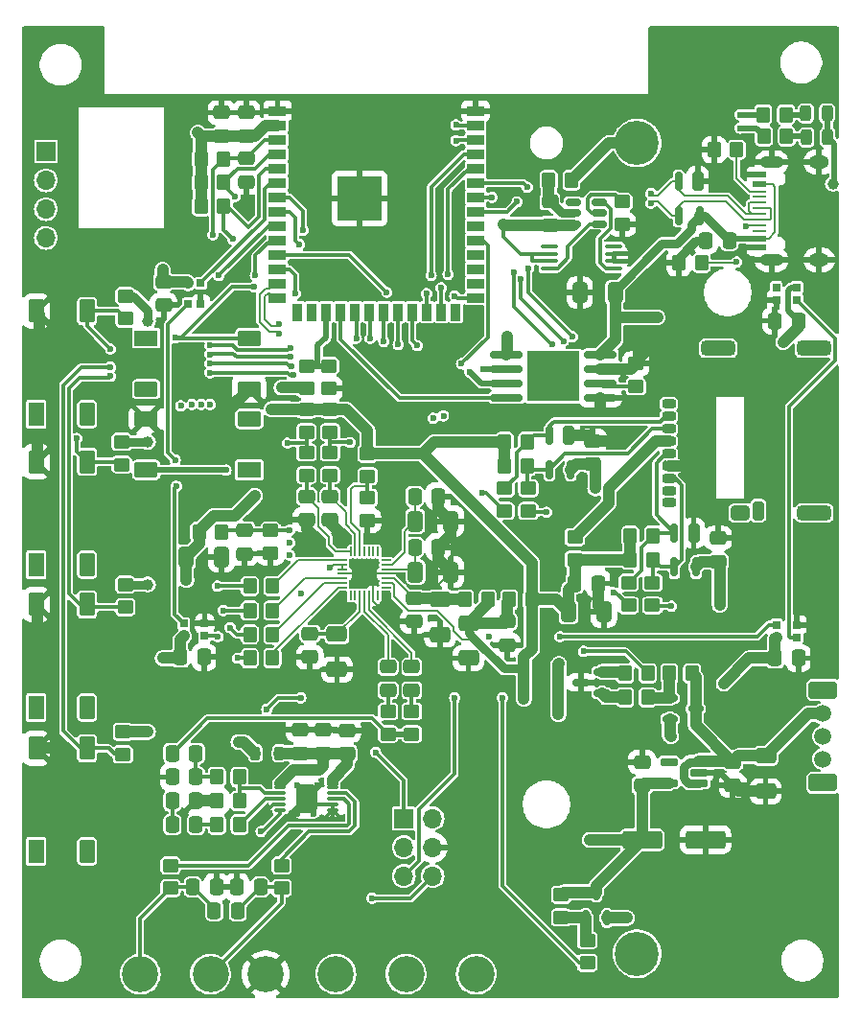
<source format=gtl>
G04 #@! TF.GenerationSoftware,KiCad,Pcbnew,8.0.4*
G04 #@! TF.CreationDate,2025-04-22T14:39:33+02:00*
G04 #@! TF.ProjectId,MarvinProjekt,4d617276-696e-4507-926f-6a656b742e6b,rev?*
G04 #@! TF.SameCoordinates,Original*
G04 #@! TF.FileFunction,Copper,L1,Top*
G04 #@! TF.FilePolarity,Positive*
%FSLAX46Y46*%
G04 Gerber Fmt 4.6, Leading zero omitted, Abs format (unit mm)*
G04 Created by KiCad (PCBNEW 8.0.4) date 2025-04-22 14:39:33*
%MOMM*%
%LPD*%
G01*
G04 APERTURE LIST*
G04 Aperture macros list*
%AMRoundRect*
0 Rectangle with rounded corners*
0 $1 Rounding radius*
0 $2 $3 $4 $5 $6 $7 $8 $9 X,Y pos of 4 corners*
0 Add a 4 corners polygon primitive as box body*
4,1,4,$2,$3,$4,$5,$6,$7,$8,$9,$2,$3,0*
0 Add four circle primitives for the rounded corners*
1,1,$1+$1,$2,$3*
1,1,$1+$1,$4,$5*
1,1,$1+$1,$6,$7*
1,1,$1+$1,$8,$9*
0 Add four rect primitives between the rounded corners*
20,1,$1+$1,$2,$3,$4,$5,0*
20,1,$1+$1,$4,$5,$6,$7,0*
20,1,$1+$1,$6,$7,$8,$9,0*
20,1,$1+$1,$8,$9,$2,$3,0*%
G04 Aperture macros list end*
G04 #@! TA.AperFunction,SMDPad,CuDef*
%ADD10RoundRect,0.250000X-0.650000X0.412500X-0.650000X-0.412500X0.650000X-0.412500X0.650000X0.412500X0*%
G04 #@! TD*
G04 #@! TA.AperFunction,SMDPad,CuDef*
%ADD11RoundRect,0.250000X0.350000X0.450000X-0.350000X0.450000X-0.350000X-0.450000X0.350000X-0.450000X0*%
G04 #@! TD*
G04 #@! TA.AperFunction,SMDPad,CuDef*
%ADD12RoundRect,0.250000X-0.350000X-0.450000X0.350000X-0.450000X0.350000X0.450000X-0.350000X0.450000X0*%
G04 #@! TD*
G04 #@! TA.AperFunction,SMDPad,CuDef*
%ADD13RoundRect,0.250000X-0.450000X0.350000X-0.450000X-0.350000X0.450000X-0.350000X0.450000X0.350000X0*%
G04 #@! TD*
G04 #@! TA.AperFunction,SMDPad,CuDef*
%ADD14RoundRect,0.250000X0.450000X-0.350000X0.450000X0.350000X-0.450000X0.350000X-0.450000X-0.350000X0*%
G04 #@! TD*
G04 #@! TA.AperFunction,SMDPad,CuDef*
%ADD15RoundRect,0.250000X0.475000X-0.337500X0.475000X0.337500X-0.475000X0.337500X-0.475000X-0.337500X0*%
G04 #@! TD*
G04 #@! TA.AperFunction,SMDPad,CuDef*
%ADD16RoundRect,0.250000X-0.412500X-0.650000X0.412500X-0.650000X0.412500X0.650000X-0.412500X0.650000X0*%
G04 #@! TD*
G04 #@! TA.AperFunction,SMDPad,CuDef*
%ADD17RoundRect,0.100000X-0.637500X-0.100000X0.637500X-0.100000X0.637500X0.100000X-0.637500X0.100000X0*%
G04 #@! TD*
G04 #@! TA.AperFunction,SMDPad,CuDef*
%ADD18R,0.700000X0.700000*%
G04 #@! TD*
G04 #@! TA.AperFunction,SMDPad,CuDef*
%ADD19RoundRect,0.250000X-0.250000X0.600000X-0.250000X-0.600000X0.250000X-0.600000X0.250000X0.600000X0*%
G04 #@! TD*
G04 #@! TA.AperFunction,SMDPad,CuDef*
%ADD20RoundRect,0.150000X-0.150000X0.700000X-0.150000X-0.700000X0.150000X-0.700000X0.150000X0.700000X0*%
G04 #@! TD*
G04 #@! TA.AperFunction,SMDPad,CuDef*
%ADD21RoundRect,0.050000X-0.362500X-0.050000X0.362500X-0.050000X0.362500X0.050000X-0.362500X0.050000X0*%
G04 #@! TD*
G04 #@! TA.AperFunction,SMDPad,CuDef*
%ADD22RoundRect,0.050000X-0.050000X-0.362500X0.050000X-0.362500X0.050000X0.362500X-0.050000X0.362500X0*%
G04 #@! TD*
G04 #@! TA.AperFunction,HeatsinkPad*
%ADD23R,2.300000X2.300000*%
G04 #@! TD*
G04 #@! TA.AperFunction,ComponentPad*
%ADD24O,2.000000X1.100000*%
G04 #@! TD*
G04 #@! TA.AperFunction,ComponentPad*
%ADD25O,1.800000X1.200000*%
G04 #@! TD*
G04 #@! TA.AperFunction,SMDPad,CuDef*
%ADD26R,1.300000X0.500000*%
G04 #@! TD*
G04 #@! TA.AperFunction,SMDPad,CuDef*
%ADD27R,1.300000X0.280000*%
G04 #@! TD*
G04 #@! TA.AperFunction,SMDPad,CuDef*
%ADD28RoundRect,0.250000X-0.337500X-0.475000X0.337500X-0.475000X0.337500X0.475000X-0.337500X0.475000X0*%
G04 #@! TD*
G04 #@! TA.AperFunction,SMDPad,CuDef*
%ADD29R,2.100000X1.400000*%
G04 #@! TD*
G04 #@! TA.AperFunction,SMDPad,CuDef*
%ADD30RoundRect,0.250000X-0.800000X-0.450000X0.800000X-0.450000X0.800000X0.450000X-0.800000X0.450000X0*%
G04 #@! TD*
G04 #@! TA.AperFunction,SMDPad,CuDef*
%ADD31RoundRect,0.243750X-0.243750X-0.456250X0.243750X-0.456250X0.243750X0.456250X-0.243750X0.456250X0*%
G04 #@! TD*
G04 #@! TA.AperFunction,SMDPad,CuDef*
%ADD32R,1.400000X2.100000*%
G04 #@! TD*
G04 #@! TA.AperFunction,SMDPad,CuDef*
%ADD33RoundRect,0.250000X0.450000X-0.800000X0.450000X0.800000X-0.450000X0.800000X-0.450000X-0.800000X0*%
G04 #@! TD*
G04 #@! TA.AperFunction,SMDPad,CuDef*
%ADD34RoundRect,0.250000X-0.475000X0.337500X-0.475000X-0.337500X0.475000X-0.337500X0.475000X0.337500X0*%
G04 #@! TD*
G04 #@! TA.AperFunction,SMDPad,CuDef*
%ADD35RoundRect,0.250000X0.800000X0.450000X-0.800000X0.450000X-0.800000X-0.450000X0.800000X-0.450000X0*%
G04 #@! TD*
G04 #@! TA.AperFunction,SMDPad,CuDef*
%ADD36RoundRect,0.200000X-0.400000X0.200000X-0.400000X-0.200000X0.400000X-0.200000X0.400000X0.200000X0*%
G04 #@! TD*
G04 #@! TA.AperFunction,SMDPad,CuDef*
%ADD37RoundRect,0.325000X-0.525000X0.325000X-0.525000X-0.325000X0.525000X-0.325000X0.525000X0.325000X0*%
G04 #@! TD*
G04 #@! TA.AperFunction,SMDPad,CuDef*
%ADD38RoundRect,0.325000X-1.175000X0.325000X-1.175000X-0.325000X1.175000X-0.325000X1.175000X0.325000X0*%
G04 #@! TD*
G04 #@! TA.AperFunction,ComponentPad*
%ADD39R,1.700000X1.700000*%
G04 #@! TD*
G04 #@! TA.AperFunction,ComponentPad*
%ADD40O,1.700000X1.700000*%
G04 #@! TD*
G04 #@! TA.AperFunction,ComponentPad*
%ADD41C,3.200000*%
G04 #@! TD*
G04 #@! TA.AperFunction,SMDPad,CuDef*
%ADD42RoundRect,0.250000X0.412500X0.650000X-0.412500X0.650000X-0.412500X-0.650000X0.412500X-0.650000X0*%
G04 #@! TD*
G04 #@! TA.AperFunction,SMDPad,CuDef*
%ADD43RoundRect,0.075000X0.425000X-0.075000X0.425000X0.075000X-0.425000X0.075000X-0.425000X-0.075000X0*%
G04 #@! TD*
G04 #@! TA.AperFunction,SMDPad,CuDef*
%ADD44RoundRect,0.475000X0.475000X-0.795000X0.475000X0.795000X-0.475000X0.795000X-0.475000X-0.795000X0*%
G04 #@! TD*
G04 #@! TA.AperFunction,SMDPad,CuDef*
%ADD45R,1.500000X0.900000*%
G04 #@! TD*
G04 #@! TA.AperFunction,SMDPad,CuDef*
%ADD46R,0.900000X1.500000*%
G04 #@! TD*
G04 #@! TA.AperFunction,HeatsinkPad*
%ADD47C,0.600000*%
G04 #@! TD*
G04 #@! TA.AperFunction,SMDPad,CuDef*
%ADD48R,3.900000X3.900000*%
G04 #@! TD*
G04 #@! TA.AperFunction,SMDPad,CuDef*
%ADD49RoundRect,0.150000X-0.512500X-0.150000X0.512500X-0.150000X0.512500X0.150000X-0.512500X0.150000X0*%
G04 #@! TD*
G04 #@! TA.AperFunction,SMDPad,CuDef*
%ADD50RoundRect,0.175000X1.250000X0.175000X-1.250000X0.175000X-1.250000X-0.175000X1.250000X-0.175000X0*%
G04 #@! TD*
G04 #@! TA.AperFunction,HeatsinkPad*
%ADD51R,4.570000X4.450000*%
G04 #@! TD*
G04 #@! TA.AperFunction,SMDPad,CuDef*
%ADD52RoundRect,0.150000X0.512500X0.150000X-0.512500X0.150000X-0.512500X-0.150000X0.512500X-0.150000X0*%
G04 #@! TD*
G04 #@! TA.AperFunction,SMDPad,CuDef*
%ADD53RoundRect,0.150000X0.150000X-0.512500X0.150000X0.512500X-0.150000X0.512500X-0.150000X-0.512500X0*%
G04 #@! TD*
G04 #@! TA.AperFunction,SMDPad,CuDef*
%ADD54RoundRect,0.162500X0.617500X0.162500X-0.617500X0.162500X-0.617500X-0.162500X0.617500X-0.162500X0*%
G04 #@! TD*
G04 #@! TA.AperFunction,SMDPad,CuDef*
%ADD55RoundRect,0.250000X0.337500X0.475000X-0.337500X0.475000X-0.337500X-0.475000X0.337500X-0.475000X0*%
G04 #@! TD*
G04 #@! TA.AperFunction,SMDPad,CuDef*
%ADD56RoundRect,0.218750X-0.218750X-0.381250X0.218750X-0.381250X0.218750X0.381250X-0.218750X0.381250X0*%
G04 #@! TD*
G04 #@! TA.AperFunction,ComponentPad*
%ADD57RoundRect,0.250000X1.000000X-0.500000X1.000000X0.500000X-1.000000X0.500000X-1.000000X-0.500000X0*%
G04 #@! TD*
G04 #@! TA.AperFunction,ComponentPad*
%ADD58C,1.500000*%
G04 #@! TD*
G04 #@! TA.AperFunction,SMDPad,CuDef*
%ADD59RoundRect,0.250000X-1.500000X-0.550000X1.500000X-0.550000X1.500000X0.550000X-1.500000X0.550000X0*%
G04 #@! TD*
G04 #@! TA.AperFunction,SMDPad,CuDef*
%ADD60RoundRect,0.150000X0.587500X0.150000X-0.587500X0.150000X-0.587500X-0.150000X0.587500X-0.150000X0*%
G04 #@! TD*
G04 #@! TA.AperFunction,ComponentPad*
%ADD61C,3.890000*%
G04 #@! TD*
G04 #@! TA.AperFunction,ViaPad*
%ADD62C,1.000000*%
G04 #@! TD*
G04 #@! TA.AperFunction,ViaPad*
%ADD63C,0.600000*%
G04 #@! TD*
G04 #@! TA.AperFunction,Conductor*
%ADD64C,1.000000*%
G04 #@! TD*
G04 #@! TA.AperFunction,Conductor*
%ADD65C,0.300000*%
G04 #@! TD*
G04 #@! TA.AperFunction,Conductor*
%ADD66C,0.200000*%
G04 #@! TD*
G04 #@! TA.AperFunction,Conductor*
%ADD67C,0.500000*%
G04 #@! TD*
G04 #@! TA.AperFunction,Conductor*
%ADD68C,0.800000*%
G04 #@! TD*
G04 APERTURE END LIST*
D10*
G04 #@! TO.P,C15,1*
G04 #@! TO.N,Net-(U2-VREF)*
X115100000Y-136875000D03*
G04 #@! TO.P,C15,2*
G04 #@! TO.N,GND*
X115100000Y-140000000D03*
G04 #@! TD*
G04 #@! TO.P,C9,1*
G04 #@! TO.N,Net-(U2-AVDD)*
X124200000Y-133775000D03*
G04 #@! TO.P,C9,2*
G04 #@! TO.N,GND*
X124200000Y-136900000D03*
G04 #@! TD*
D11*
G04 #@! TO.P,R24,1*
G04 #@! TO.N,Net-(U3-INP)*
X106500000Y-151600000D03*
G04 #@! TO.P,R24,2*
G04 #@! TO.N,GND*
X104500000Y-151600000D03*
G04 #@! TD*
D12*
G04 #@! TO.P,R41,1*
G04 #@! TO.N,Net-(U7-STAT)*
X152737500Y-91000000D03*
G04 #@! TO.P,R41,2*
G04 #@! TO.N,Net-(D5-K)*
X154737500Y-91000000D03*
G04 #@! TD*
D13*
G04 #@! TO.P,R46,1*
G04 #@! TO.N,+3.3V*
X96200000Y-145500000D03*
G04 #@! TO.P,R46,2*
G04 #@! TO.N,MODI2*
X96200000Y-147500000D03*
G04 #@! TD*
D14*
G04 #@! TO.P,R16,1*
G04 #@! TO.N,V_LED*
X112400000Y-115200000D03*
G04 #@! TO.P,R16,2*
G04 #@! TO.N,BAT_FB*
X112400000Y-113200000D03*
G04 #@! TD*
D11*
G04 #@! TO.P,R7,1*
G04 #@! TO.N,V_Audio*
X132300000Y-133837500D03*
G04 #@! TO.P,R7,2*
X130300000Y-133837500D03*
G04 #@! TD*
D14*
G04 #@! TO.P,R21,1*
G04 #@! TO.N,Net-(Q1-B)*
X134900000Y-161900000D03*
G04 #@! TO.P,R21,2*
G04 #@! TO.N,+3.3V*
X134900000Y-159900000D03*
G04 #@! TD*
D15*
G04 #@! TO.P,C40,1*
G04 #@! TO.N,+3.3V*
X137700000Y-121875000D03*
G04 #@! TO.P,C40,2*
G04 #@! TO.N,GND*
X137700000Y-119800000D03*
G04 #@! TD*
D13*
G04 #@! TO.P,R29,1*
G04 #@! TO.N,Net-(U4-CMD)*
X132000000Y-124000000D03*
G04 #@! TO.P,R29,2*
G04 #@! TO.N,SPI0_MOSI*
X132000000Y-126000000D03*
G04 #@! TD*
D16*
G04 #@! TO.P,C14,1*
G04 #@! TO.N,Net-(U2-ADCVREF)*
X122037500Y-131400000D03*
G04 #@! TO.P,C14,2*
G04 #@! TO.N,GND*
X125162500Y-131400000D03*
G04 #@! TD*
D17*
G04 #@! TO.P,U6,1,D12*
G04 #@! TO.N,unconnected-(U6-D12-Pad1)*
X133837500Y-102625000D03*
G04 #@! TO.P,U6,2,S1*
G04 #@! TO.N,Net-(BT1--)*
X133837500Y-103275000D03*
G04 #@! TO.P,U6,3,S1*
X133837500Y-103925000D03*
G04 #@! TO.P,U6,4,G1*
G04 #@! TO.N,Net-(U5-OD)*
X133837500Y-104575000D03*
G04 #@! TO.P,U6,5,G2*
G04 #@! TO.N,Net-(U5-OC)*
X139562500Y-104575000D03*
G04 #@! TO.P,U6,6,S2*
G04 #@! TO.N,GND*
X139562500Y-103925000D03*
G04 #@! TO.P,U6,7,S2*
X139562500Y-103275000D03*
G04 #@! TO.P,U6,8,D12*
G04 #@! TO.N,unconnected-(U6-D12-Pad8)*
X139562500Y-102625000D03*
G04 #@! TD*
D18*
G04 #@! TO.P,U12,1,DOUT*
G04 #@! TO.N,Net-(U12-DOUT)*
X155715000Y-137150000D03*
G04 #@! TO.P,U12,2,VSS*
G04 #@! TO.N,GND*
X155715000Y-136050000D03*
G04 #@! TO.P,U12,3,DIN*
G04 #@! TO.N,Net-(U11-DOUT)*
X153885000Y-136050000D03*
G04 #@! TO.P,U12,4,VDD*
G04 #@! TO.N,V_LED*
X153885000Y-137150000D03*
G04 #@! TD*
D14*
G04 #@! TO.P,R20,1*
G04 #@! TO.N,AUDIO_LS*
X119600000Y-145700000D03*
G04 #@! TO.P,R20,2*
G04 #@! TO.N,Net-(C20-Pad1)*
X119600000Y-143700000D03*
G04 #@! TD*
D13*
G04 #@! TO.P,R17,1*
G04 #@! TO.N,V_Audio*
X117800000Y-120937500D03*
G04 #@! TO.P,R17,2*
G04 #@! TO.N,CE*
X117800000Y-122937500D03*
G04 #@! TD*
D11*
G04 #@! TO.P,R39,1*
G04 #@! TO.N,Net-(U4-CMD)*
X131900000Y-122000000D03*
G04 #@! TO.P,R39,2*
G04 #@! TO.N,V_Audio*
X129900000Y-122000000D03*
G04 #@! TD*
D19*
G04 #@! TO.P,D2,1,1*
G04 #@! TO.N,GND*
X146600000Y-127937500D03*
D20*
G04 #@! TO.P,D2,2,2*
G04 #@! TO.N,Net-(U4-CLK)*
X144900000Y-127937500D03*
G04 #@! TO.P,D2,3,3*
G04 #@! TO.N,Net-(U4-DATA0)*
X144900000Y-130937500D03*
G04 #@! TO.P,D2,4,4*
G04 #@! TO.N,+3.3V*
X146800000Y-130937500D03*
G04 #@! TD*
D21*
G04 #@! TO.P,U2,1,MCLK*
G04 #@! TO.N,Net-(U2-MCLK)*
X115562500Y-130337500D03*
G04 #@! TO.P,U2,2,DVDD*
G04 #@! TO.N,Net-(U2-DVDD)*
X115562500Y-130737500D03*
G04 #@! TO.P,U2,3,PVDD*
X115562500Y-131137500D03*
G04 #@! TO.P,U2,4,DGND*
G04 #@! TO.N,GND*
X115562500Y-131537500D03*
G04 #@! TO.P,U2,5,SCLK*
G04 #@! TO.N,Net-(U2-SCLK)*
X115562500Y-131937500D03*
G04 #@! TO.P,U2,6,DSDIN*
G04 #@! TO.N,Net-(U2-DSDIN)*
X115562500Y-132337500D03*
G04 #@! TO.P,U2,7,LRCK*
G04 #@! TO.N,Net-(U2-LRCK)*
X115562500Y-132737500D03*
D22*
G04 #@! TO.P,U2,8,ASDOUT*
G04 #@! TO.N,unconnected-(U2-ASDOUT-Pad8)*
X116300000Y-133475000D03*
G04 #@! TO.P,U2,9,NC1*
G04 #@! TO.N,unconnected-(U2-NC1-Pad9)*
X116700000Y-133475000D03*
G04 #@! TO.P,U2,10,VREF*
G04 #@! TO.N,Net-(U2-VREF)*
X117100000Y-133475000D03*
G04 #@! TO.P,U2,11,ROUT1*
G04 #@! TO.N,Net-(U2-ROUT1)*
X117500000Y-133475000D03*
G04 #@! TO.P,U2,12,LOUT1*
G04 #@! TO.N,Net-(U2-LOUT1)*
X117900000Y-133475000D03*
G04 #@! TO.P,U2,13,HPGND*
G04 #@! TO.N,GND*
X118300000Y-133475000D03*
G04 #@! TO.P,U2,14,ROUT2*
G04 #@! TO.N,unconnected-(U2-ROUT2-Pad14)*
X118700000Y-133475000D03*
D21*
G04 #@! TO.P,U2,15,LOUT2*
G04 #@! TO.N,unconnected-(U2-LOUT2-Pad15)*
X119437500Y-132737500D03*
G04 #@! TO.P,U2,16,HPVDD*
G04 #@! TO.N,V_Audio*
X119437500Y-132337500D03*
G04 #@! TO.P,U2,17,AVDD*
G04 #@! TO.N,Net-(U2-AVDD)*
X119437500Y-131937500D03*
G04 #@! TO.P,U2,18,AGND*
G04 #@! TO.N,GND*
X119437500Y-131537500D03*
G04 #@! TO.P,U2,19,ADCVREF*
G04 #@! TO.N,Net-(U2-ADCVREF)*
X119437500Y-131137500D03*
G04 #@! TO.P,U2,20,VMID*
G04 #@! TO.N,Net-(U2-VMID)*
X119437500Y-130737500D03*
G04 #@! TO.P,U2,21,RIN2*
G04 #@! TO.N,unconnected-(U2-RIN2-Pad21)*
X119437500Y-130337500D03*
D22*
G04 #@! TO.P,U2,22,LIN2*
G04 #@! TO.N,unconnected-(U2-LIN2-Pad22)*
X118700000Y-129600000D03*
G04 #@! TO.P,U2,23,RIN1*
G04 #@! TO.N,unconnected-(U2-RIN1-Pad23)*
X118300000Y-129600000D03*
G04 #@! TO.P,U2,24,LIN1*
G04 #@! TO.N,unconnected-(U2-LIN1-Pad24)*
X117900000Y-129600000D03*
G04 #@! TO.P,U2,25,NC2*
G04 #@! TO.N,unconnected-(U2-NC2-Pad25)*
X117500000Y-129600000D03*
G04 #@! TO.P,U2,26,CE*
G04 #@! TO.N,CE*
X117100000Y-129600000D03*
G04 #@! TO.P,U2,27,CDATA*
G04 #@! TO.N,Net-(U2-CDATA)*
X116700000Y-129600000D03*
G04 #@! TO.P,U2,28,CCLK*
G04 #@! TO.N,Net-(U2-CCLK)*
X116300000Y-129600000D03*
D23*
G04 #@! TO.P,U2,29,PGND*
G04 #@! TO.N,GND*
X117500000Y-131537500D03*
G04 #@! TD*
D24*
G04 #@! TO.P,X1,0,0*
G04 #@! TO.N,GND*
X153480000Y-103840000D03*
D25*
X157680000Y-103840000D03*
D24*
X153480000Y-95200000D03*
D25*
X157680000Y-95200000D03*
D26*
G04 #@! TO.P,X1,A1,GND*
X152420000Y-102720000D03*
G04 #@! TO.P,X1,A4,VBUS*
G04 #@! TO.N,V_USB*
X152420000Y-101920000D03*
D27*
G04 #@! TO.P,X1,A5,CC1*
G04 #@! TO.N,Net-(X1-CC1)*
X152420000Y-100770000D03*
G04 #@! TO.P,X1,A6,DP1*
G04 #@! TO.N,USB_D+*
X152420000Y-99770000D03*
G04 #@! TO.P,X1,A7,DN1*
G04 #@! TO.N,USB_D-*
X152420000Y-99270000D03*
G04 #@! TO.P,X1,A8,SBU1*
G04 #@! TO.N,unconnected-(X1-SBU1-PadA8)*
X152420000Y-98270000D03*
D26*
G04 #@! TO.P,X1,A9,VBUS*
G04 #@! TO.N,V_USB*
X152420000Y-97120000D03*
G04 #@! TO.P,X1,A12,GND*
G04 #@! TO.N,GND*
X152420000Y-96320000D03*
D27*
G04 #@! TO.P,X1,B5,CC2*
G04 #@! TO.N,Net-(X1-CC2)*
X152420000Y-97770000D03*
G04 #@! TO.P,X1,B6,DP2*
G04 #@! TO.N,USB_D+*
X152420000Y-98770000D03*
G04 #@! TO.P,X1,B7,DN2*
G04 #@! TO.N,USB_D-*
X152420000Y-100270000D03*
G04 #@! TO.P,X1,B8,SBU2*
G04 #@! TO.N,unconnected-(X1-SBU2-PadB8)*
X152420000Y-101270000D03*
G04 #@! TD*
D13*
G04 #@! TO.P,R18,1*
G04 #@! TO.N,CE*
X117800000Y-124837500D03*
G04 #@! TO.P,R18,2*
G04 #@! TO.N,GND*
X117800000Y-126837500D03*
G04 #@! TD*
D12*
G04 #@! TO.P,R3,1*
G04 #@! TO.N,+3.3V*
X103100000Y-94900000D03*
G04 #@! TO.P,R3,2*
G04 #@! TO.N,ESP_EN*
X105100000Y-94900000D03*
G04 #@! TD*
D14*
G04 #@! TO.P,R42,1*
G04 #@! TO.N,Net-(U7-ISET)*
X141500000Y-115000000D03*
G04 #@! TO.P,R42,2*
G04 #@! TO.N,GND*
X141500000Y-113000000D03*
G04 #@! TD*
D16*
G04 #@! TO.P,C13,1*
G04 #@! TO.N,Net-(U2-VMID)*
X122000000Y-126900000D03*
G04 #@! TO.P,C13,2*
G04 #@! TO.N,GND*
X125125000Y-126900000D03*
G04 #@! TD*
D12*
G04 #@! TO.P,R38,1*
G04 #@! TO.N,Net-(U7-STDBY)*
X152800000Y-92900000D03*
G04 #@! TO.P,R38,2*
G04 #@! TO.N,Net-(D4-K)*
X154800000Y-92900000D03*
G04 #@! TD*
D28*
G04 #@! TO.P,C42,1*
G04 #@! TO.N,V_LED*
X101262500Y-138900000D03*
G04 #@! TO.P,C42,2*
G04 #@! TO.N,GND*
X103337500Y-138900000D03*
G04 #@! TD*
D29*
G04 #@! TO.P,SW2,1*
G04 #@! TO.N,N/C*
X98250000Y-110729456D03*
D30*
G04 #@! TO.P,SW2,2*
X98250000Y-115229456D03*
G04 #@! TO.P,SW2,3,A*
G04 #@! TO.N,GND*
X107350000Y-115229456D03*
G04 #@! TO.P,SW2,4,B*
G04 #@! TO.N,ESP_GPIO0*
X107350000Y-110729456D03*
G04 #@! TD*
D14*
G04 #@! TO.P,R25,1*
G04 #@! TO.N,Net-(C30-Pad1)*
X100400000Y-159300000D03*
G04 #@! TO.P,R25,2*
G04 #@! TO.N,LS+*
X100400000Y-157300000D03*
G04 #@! TD*
D11*
G04 #@! TO.P,R12,1*
G04 #@! TO.N,Net-(U2-MCLK)*
X109400000Y-132637500D03*
G04 #@! TO.P,R12,2*
G04 #@! TO.N,MCLK*
X107400000Y-132637500D03*
G04 #@! TD*
D31*
G04 #@! TO.P,D5,1,K*
G04 #@! TO.N,Net-(D5-K)*
X156500000Y-90900000D03*
G04 #@! TO.P,D5,2,A*
G04 #@! TO.N,V_USB*
X158375000Y-90900000D03*
G04 #@! TD*
D10*
G04 #@! TO.P,C21,1*
G04 #@! TO.N,V_BatSW*
X152950000Y-147637500D03*
G04 #@! TO.P,C21,2*
G04 #@! TO.N,GND*
X152950000Y-150762500D03*
G04 #@! TD*
D16*
G04 #@! TO.P,C34,1*
G04 #@! TO.N,V_Audio*
X135537500Y-134900000D03*
G04 #@! TO.P,C34,2*
G04 #@! TO.N,GND*
X138662500Y-134900000D03*
G04 #@! TD*
D14*
G04 #@! TO.P,R35,1*
G04 #@! TO.N,GND*
X140300000Y-100700000D03*
G04 #@! TO.P,R35,2*
G04 #@! TO.N,Net-(U5-CS)*
X140300000Y-98700000D03*
G04 #@! TD*
D32*
G04 #@! TO.P,SW6,1*
G04 #@! TO.N,N/C*
X88529456Y-156050000D03*
D33*
G04 #@! TO.P,SW6,2*
X93029456Y-156050000D03*
G04 #@! TO.P,SW6,3,A*
G04 #@! TO.N,MODI2*
X93029456Y-146950000D03*
G04 #@! TO.P,SW6,4,B*
G04 #@! TO.N,GND*
X88529456Y-146950000D03*
G04 #@! TD*
D11*
G04 #@! TO.P,R2,1*
G04 #@! TO.N,Net-(X1-CC1)*
X147300000Y-104100000D03*
G04 #@! TO.P,R2,2*
G04 #@! TO.N,GND*
X145300000Y-104100000D03*
G04 #@! TD*
G04 #@! TO.P,R1,1*
G04 #@! TO.N,Net-(X1-CC2)*
X150400000Y-94100000D03*
G04 #@! TO.P,R1,2*
G04 #@! TO.N,GND*
X148400000Y-94100000D03*
G04 #@! TD*
D13*
G04 #@! TO.P,R51,1*
G04 #@! TO.N,BAT_FB*
X114400000Y-113200000D03*
G04 #@! TO.P,R51,2*
G04 #@! TO.N,GND*
X114400000Y-115200000D03*
G04 #@! TD*
D32*
G04 #@! TO.P,SW3,1*
G04 #@! TO.N,N/C*
X88529456Y-130750000D03*
D33*
G04 #@! TO.P,SW3,2*
X93029456Y-130750000D03*
G04 #@! TO.P,SW3,3,A*
G04 #@! TO.N,VOLUME+*
X93029456Y-121650000D03*
G04 #@! TO.P,SW3,4,B*
G04 #@! TO.N,GND*
X88529456Y-121650000D03*
G04 #@! TD*
D34*
G04 #@! TO.P,C37,1*
G04 #@! TO.N,V_BatSW*
X150050000Y-148162500D03*
G04 #@! TO.P,C37,2*
G04 #@! TO.N,GND*
X150050000Y-150237500D03*
G04 #@! TD*
D13*
G04 #@! TO.P,R10,1*
G04 #@! TO.N,V_Audio*
X112400000Y-117037500D03*
G04 #@! TO.P,R10,2*
G04 #@! TO.N,SCL*
X112400000Y-119037500D03*
G04 #@! TD*
D29*
G04 #@! TO.P,SW1,1*
G04 #@! TO.N,N/C*
X107350000Y-122370544D03*
D35*
G04 #@! TO.P,SW1,2*
X107350000Y-117870544D03*
G04 #@! TO.P,SW1,3,A*
G04 #@! TO.N,GND*
X98250000Y-117870544D03*
G04 #@! TO.P,SW1,4,B*
G04 #@! TO.N,ESP_EN*
X98250000Y-122370544D03*
G04 #@! TD*
D13*
G04 #@! TO.P,R31,1*
G04 #@! TO.N,Net-(U4-CLK)*
X140850000Y-132337500D03*
G04 #@! TO.P,R31,2*
G04 #@! TO.N,SPI0_CLK*
X140850000Y-134337500D03*
G04 #@! TD*
D15*
G04 #@! TO.P,C23,1*
G04 #@! TO.N,Net-(U3-PVIN)*
X116000000Y-147437500D03*
G04 #@! TO.P,C23,2*
G04 #@! TO.N,GND*
X116000000Y-145362500D03*
G04 #@! TD*
D36*
G04 #@! TO.P,U4,1,DATA2*
G04 #@! TO.N,unconnected-(U4-DATA2-Pad1)*
X144400000Y-116545000D03*
G04 #@! TO.P,U4,2,CD/DATA3*
G04 #@! TO.N,Net-(U4-CD{slash}DATA3)*
X144400000Y-117645000D03*
G04 #@! TO.P,U4,3,CMD*
G04 #@! TO.N,Net-(U4-CMD)*
X144400000Y-118745000D03*
G04 #@! TO.P,U4,4,VDD*
G04 #@! TO.N,Net-(U4-VDD)*
X144400000Y-119845000D03*
G04 #@! TO.P,U4,5,CLK*
G04 #@! TO.N,Net-(U4-CLK)*
X144400000Y-120945000D03*
G04 #@! TO.P,U4,6,VSS*
G04 #@! TO.N,GND*
X144400000Y-122045000D03*
G04 #@! TO.P,U4,7,DATA0*
G04 #@! TO.N,Net-(U4-DATA0)*
X144400000Y-123145000D03*
G04 #@! TO.P,U4,8,DATA1*
G04 #@! TO.N,unconnected-(U4-DATA1-Pad8)*
X144400000Y-124245000D03*
G04 #@! TO.P,U4,9,NC*
G04 #@! TO.N,unconnected-(U4-NC-Pad9)*
X144400000Y-125245000D03*
D37*
G04 #@! TO.P,U4,10,NC*
G04 #@! TO.N,unconnected-(U4-NC-Pad10)*
X150700000Y-126165000D03*
D19*
G04 #@! TO.P,U4,11,NC*
G04 #@! TO.N,unconnected-(U4-NC-Pad11)*
X152300000Y-125965000D03*
D38*
G04 #@! TO.P,U4,12,NC*
G04 #@! TO.N,unconnected-(U4-NC-Pad12)*
X157250000Y-126165000D03*
G04 #@! TO.P,U4,13,NC*
G04 #@! TO.N,unconnected-(U4-NC-Pad13)*
X157250000Y-111635000D03*
G04 #@! TO.P,U4,14,NC*
G04 #@! TO.N,unconnected-(U4-NC-Pad14)*
X148750000Y-111635000D03*
G04 #@! TD*
D15*
G04 #@! TO.P,C19,1*
G04 #@! TO.N,Net-(C19-Pad1)*
X121700000Y-141837500D03*
G04 #@! TO.P,C19,2*
G04 #@! TO.N,Net-(U2-LOUT1)*
X121700000Y-139762500D03*
G04 #@! TD*
D39*
G04 #@! TO.P,J2,1,Pin_1*
G04 #@! TO.N,IO01*
X89400000Y-94260000D03*
D40*
G04 #@! TO.P,J2,2,Pin_2*
G04 #@! TO.N,IO02*
X89400000Y-96800000D03*
G04 #@! TO.P,J2,3,Pin_3*
G04 #@! TO.N,IO47*
X89400000Y-99340000D03*
G04 #@! TO.P,J2,4,Pin_4*
G04 #@! TO.N,IO48*
X89400000Y-101880000D03*
G04 #@! TD*
D41*
G04 #@! TO.P,LS1,1,1*
G04 #@! TO.N,Net-(C30-Pad1)*
X97725000Y-166900000D03*
G04 #@! TO.P,LS1,2,2*
G04 #@! TO.N,Net-(C31-Pad2)*
X103925000Y-166900000D03*
G04 #@! TD*
D11*
G04 #@! TO.P,R5,1*
G04 #@! TO.N,Net-(U2-DVDD)*
X104937500Y-127837500D03*
G04 #@! TO.P,R5,2*
G04 #@! TO.N,V_Audio*
X102937500Y-127837500D03*
G04 #@! TD*
D13*
G04 #@! TO.P,R30,1*
G04 #@! TO.N,Net-(U4-VDD)*
X136100000Y-128300000D03*
G04 #@! TO.P,R30,2*
G04 #@! TO.N,V_Audio*
X136100000Y-130300000D03*
G04 #@! TD*
D28*
G04 #@! TO.P,C31,1*
G04 #@! TO.N,GND*
X106262500Y-159200000D03*
G04 #@! TO.P,C31,2*
G04 #@! TO.N,Net-(C31-Pad2)*
X108337500Y-159200000D03*
G04 #@! TD*
G04 #@! TO.P,C17,1*
G04 #@! TO.N,Net-(U2-ADCVREF)*
X121962500Y-129200000D03*
G04 #@! TO.P,C17,2*
G04 #@! TO.N,GND*
X124037500Y-129200000D03*
G04 #@! TD*
D34*
G04 #@! TO.P,C7,1*
G04 #@! TO.N,Net-(U2-AVDD)*
X121900000Y-133700000D03*
G04 #@! TO.P,C7,2*
G04 #@! TO.N,GND*
X121900000Y-135775000D03*
G04 #@! TD*
D15*
G04 #@! TO.P,C24,1*
G04 #@! TO.N,Net-(U3-PVIN)*
X113900000Y-147400000D03*
G04 #@! TO.P,C24,2*
G04 #@! TO.N,GND*
X113900000Y-145325000D03*
G04 #@! TD*
D42*
G04 #@! TO.P,C36,1*
G04 #@! TO.N,V_USB*
X139662500Y-106700000D03*
G04 #@! TO.P,C36,2*
G04 #@! TO.N,GND*
X136537500Y-106700000D03*
G04 #@! TD*
D32*
G04 #@! TO.P,SW4,1*
G04 #@! TO.N,N/C*
X88529456Y-117450000D03*
D33*
G04 #@! TO.P,SW4,2*
X93029456Y-117450000D03*
G04 #@! TO.P,SW4,3,A*
G04 #@! TO.N,VOLUME-*
X93029456Y-108350000D03*
G04 #@! TO.P,SW4,4,B*
G04 #@! TO.N,GND*
X88529456Y-108350000D03*
G04 #@! TD*
D11*
G04 #@! TO.P,R48,1*
G04 #@! TO.N,Net-(Q2-B)*
X142537500Y-142450000D03*
G04 #@! TO.P,R48,2*
G04 #@! TO.N,Net-(Q3-C)*
X140537500Y-142450000D03*
G04 #@! TD*
D12*
G04 #@! TO.P,R33,1*
G04 #@! TO.N,+3.3V*
X103100000Y-99100000D03*
G04 #@! TO.P,R33,2*
G04 #@! TO.N,SCL*
X105100000Y-99100000D03*
G04 #@! TD*
D14*
G04 #@! TO.P,R8,1*
G04 #@! TO.N,Net-(U2-CCLK)*
X112400000Y-122837500D03*
G04 #@! TO.P,R8,2*
G04 #@! TO.N,SCL*
X112400000Y-120837500D03*
G04 #@! TD*
D13*
G04 #@! TO.P,R11,1*
G04 #@! TO.N,V_Audio*
X114500000Y-117037500D03*
G04 #@! TO.P,R11,2*
G04 #@! TO.N,SDA*
X114500000Y-119037500D03*
G04 #@! TD*
D43*
G04 #@! TO.P,U3,1,VIN*
G04 #@! TO.N,Net-(U3-PVIN)*
X110100000Y-150400000D03*
G04 #@! TO.P,U3,2,INP*
G04 #@! TO.N,Net-(U3-INP)*
X110100000Y-150900000D03*
G04 #@! TO.P,U3,3,INN*
G04 #@! TO.N,Net-(U3-INN)*
X110100000Y-151400000D03*
G04 #@! TO.P,U3,4,DGND*
G04 #@! TO.N,GND*
X110100000Y-151900000D03*
G04 #@! TO.P,U3,5,!SHDN*
G04 #@! TO.N,LS_ENABLE*
X110100000Y-152400000D03*
G04 #@! TO.P,U3,6,CLK*
G04 #@! TO.N,GND*
X114700000Y-152400000D03*
G04 #@! TO.P,U3,7,PGND*
X114700000Y-151900000D03*
G04 #@! TO.P,U3,8,OUTP*
G04 #@! TO.N,LS+*
X114700000Y-151400000D03*
G04 #@! TO.P,U3,9,OUTN*
G04 #@! TO.N,LS-*
X114700000Y-150900000D03*
G04 #@! TO.P,U3,10,PVIN*
G04 #@! TO.N,Net-(U3-PVIN)*
X114700000Y-150400000D03*
D44*
G04 #@! TO.P,U3,11,GNDPAD*
G04 #@! TO.N,GND*
X112400000Y-151400000D03*
G04 #@! TD*
D45*
G04 #@! TO.P,U1,1,GND*
G04 #@! TO.N,GND*
X109850000Y-90680000D03*
G04 #@! TO.P,U1,2,3V3*
G04 #@! TO.N,+3.3V*
X109850000Y-91950000D03*
G04 #@! TO.P,U1,3,EN*
G04 #@! TO.N,ESP_EN*
X109850000Y-93220000D03*
G04 #@! TO.P,U1,4,IO4*
G04 #@! TO.N,SDA*
X109850000Y-94490000D03*
G04 #@! TO.P,U1,5,IO5*
G04 #@! TO.N,SCL*
X109850000Y-95760000D03*
G04 #@! TO.P,U1,6,IO6*
G04 #@! TO.N,LED_DATA*
X109850000Y-97030000D03*
G04 #@! TO.P,U1,7,IO7*
G04 #@! TO.N,MCLK*
X109850000Y-98300000D03*
G04 #@! TO.P,U1,8,IO15*
G04 #@! TO.N,SCLK*
X109850000Y-99570000D03*
G04 #@! TO.P,U1,9,IO16*
G04 #@! TO.N,LRCK*
X109850000Y-100840000D03*
G04 #@! TO.P,U1,10,IO17*
G04 #@! TO.N,DSDIN*
X109850000Y-102110000D03*
G04 #@! TO.P,U1,11,IO18*
G04 #@! TO.N,SDCARD_CS*
X109850000Y-103380000D03*
G04 #@! TO.P,U1,12,IO8*
G04 #@! TO.N,LS_ENABLE*
X109850000Y-104650000D03*
G04 #@! TO.P,U1,13,IO19*
G04 #@! TO.N,USB_D-*
X109850000Y-105920000D03*
G04 #@! TO.P,U1,14,IO20*
G04 #@! TO.N,USB_D+*
X109850000Y-107190000D03*
D46*
G04 #@! TO.P,U1,15,IO3*
G04 #@! TO.N,unconnected-(U1-IO3-Pad15)*
X111615000Y-108440000D03*
G04 #@! TO.P,U1,16,IO46*
G04 #@! TO.N,unconnected-(U1-IO46-Pad16)*
X112885000Y-108440000D03*
G04 #@! TO.P,U1,17,IO9*
G04 #@! TO.N,BAT_FB*
X114155000Y-108440000D03*
G04 #@! TO.P,U1,18,IO10*
G04 #@! TO.N,ENABLE_BATTERY_CHRG*
X115425000Y-108440000D03*
G04 #@! TO.P,U1,19,IO11*
G04 #@! TO.N,VOLUME-*
X116695000Y-108440000D03*
G04 #@! TO.P,U1,20,IO12*
G04 #@! TO.N,VOLUME+*
X117965000Y-108440000D03*
G04 #@! TO.P,U1,21,IO13*
G04 #@! TO.N,MODI2*
X119235000Y-108440000D03*
G04 #@! TO.P,U1,22,IO14*
G04 #@! TO.N,MODI1*
X120505000Y-108440000D03*
G04 #@! TO.P,U1,23,IO21*
G04 #@! TO.N,V_Audio_ENABLE*
X121775000Y-108440000D03*
G04 #@! TO.P,U1,24,IO47*
G04 #@! TO.N,IO47*
X123045000Y-108440000D03*
G04 #@! TO.P,U1,25,IO48*
G04 #@! TO.N,IO48*
X124315000Y-108440000D03*
G04 #@! TO.P,U1,26,IO45*
G04 #@! TO.N,unconnected-(U1-IO45-Pad26)*
X125585000Y-108440000D03*
D45*
G04 #@! TO.P,U1,27,IO0*
G04 #@! TO.N,ESP_GPIO0*
X127350000Y-107190000D03*
G04 #@! TO.P,U1,28,IO35*
G04 #@! TO.N,unconnected-(U1-IO35-Pad28)*
X127350000Y-105920000D03*
G04 #@! TO.P,U1,29,IO36*
G04 #@! TO.N,unconnected-(U1-IO36-Pad29)*
X127350000Y-104650000D03*
G04 #@! TO.P,U1,30,IO37*
G04 #@! TO.N,unconnected-(U1-IO37-Pad30)*
X127350000Y-103380000D03*
G04 #@! TO.P,U1,31,IO38*
G04 #@! TO.N,V_LED_ENABLE*
X127350000Y-102110000D03*
G04 #@! TO.P,U1,32,IO39*
G04 #@! TO.N,unconnected-(U1-IO39-Pad32)*
X127350000Y-100840000D03*
G04 #@! TO.P,U1,33,IO40*
G04 #@! TO.N,SPI0_CLK*
X127350000Y-99570000D03*
G04 #@! TO.P,U1,34,IO41*
G04 #@! TO.N,SPI0_MOSI*
X127350000Y-98300000D03*
G04 #@! TO.P,U1,35,IO42*
G04 #@! TO.N,SPI0_MISO*
X127350000Y-97030000D03*
G04 #@! TO.P,U1,36,RXD0*
G04 #@! TO.N,ESP_U0_RX*
X127350000Y-95760000D03*
G04 #@! TO.P,U1,37,TXD0*
G04 #@! TO.N,ESP_U0_TX*
X127350000Y-94490000D03*
G04 #@! TO.P,U1,38,IO2*
G04 #@! TO.N,IO02*
X127350000Y-93220000D03*
G04 #@! TO.P,U1,39,IO1*
G04 #@! TO.N,IO01*
X127350000Y-91950000D03*
G04 #@! TO.P,U1,40,GND*
G04 #@! TO.N,GND*
X127350000Y-90680000D03*
D47*
G04 #@! TO.P,U1,41,GND*
X115700000Y-97700000D03*
X115700000Y-99100000D03*
X116400000Y-97000000D03*
X116400000Y-98400000D03*
X116400000Y-99800000D03*
X117100000Y-97700000D03*
D48*
X117100000Y-98400000D03*
D47*
X117100000Y-99100000D03*
X117800000Y-97000000D03*
X117800000Y-98400000D03*
X117800000Y-99800000D03*
X118500000Y-97700000D03*
X118500000Y-99100000D03*
G04 #@! TD*
D15*
G04 #@! TO.P,C2,1*
G04 #@! TO.N,+3.3V*
X104900000Y-92900000D03*
G04 #@! TO.P,C2,2*
G04 #@! TO.N,GND*
X104900000Y-90825000D03*
G04 #@! TD*
D34*
G04 #@! TO.P,C35,1*
G04 #@! TO.N,Net-(U5-VCC)*
X133900000Y-98662500D03*
G04 #@! TO.P,C35,2*
G04 #@! TO.N,Net-(BT1--)*
X133900000Y-100737500D03*
G04 #@! TD*
D11*
G04 #@! TO.P,R15,1*
G04 #@! TO.N,Net-(U2-DSDIN)*
X109400000Y-136900000D03*
G04 #@! TO.P,R15,2*
G04 #@! TO.N,DSDIN*
X107400000Y-136900000D03*
G04 #@! TD*
D16*
G04 #@! TO.P,C6,1*
G04 #@! TO.N,V_Audio*
X101775000Y-130037500D03*
G04 #@! TO.P,C6,2*
G04 #@! TO.N,GND*
X104900000Y-130037500D03*
G04 #@! TD*
D28*
G04 #@! TO.P,C29,1*
G04 #@! TO.N,Net-(C28-Pad1)*
X100562500Y-151600000D03*
G04 #@! TO.P,C29,2*
G04 #@! TO.N,GND*
X102637500Y-151600000D03*
G04 #@! TD*
D18*
G04 #@! TO.P,U13,1,DOUT*
G04 #@! TO.N,unconnected-(U13-DOUT-Pad1)*
X153885000Y-106250000D03*
G04 #@! TO.P,U13,2,VSS*
G04 #@! TO.N,GND*
X153885000Y-107350000D03*
G04 #@! TO.P,U13,3,DIN*
G04 #@! TO.N,Net-(U12-DOUT)*
X155715000Y-107350000D03*
G04 #@! TO.P,U13,4,VDD*
G04 #@! TO.N,V_LED*
X155715000Y-106250000D03*
G04 #@! TD*
D34*
G04 #@! TO.P,C4,1*
G04 #@! TO.N,ESP_EN*
X107100000Y-94862500D03*
G04 #@! TO.P,C4,2*
G04 #@! TO.N,GND*
X107100000Y-96937500D03*
G04 #@! TD*
D19*
G04 #@! TO.P,D1,1,1*
G04 #@! TO.N,GND*
X146950000Y-96900000D03*
D20*
G04 #@! TO.P,D1,2,2*
G04 #@! TO.N,USB_D+*
X145250000Y-96900000D03*
G04 #@! TO.P,D1,3,3*
G04 #@! TO.N,USB_D-*
X145250000Y-99900000D03*
G04 #@! TO.P,D1,4,4*
G04 #@! TO.N,V_USB*
X147150000Y-99900000D03*
G04 #@! TD*
D13*
G04 #@! TO.P,R4,1*
G04 #@! TO.N,Net-(U2-DVDD)*
X109237500Y-127737500D03*
G04 #@! TO.P,R4,2*
G04 #@! TO.N,GND*
X109237500Y-129737500D03*
G04 #@! TD*
D18*
G04 #@! TO.P,U11,1,DOUT*
G04 #@! TO.N,Net-(U11-DOUT)*
X103415000Y-137050000D03*
G04 #@! TO.P,U11,2,VSS*
G04 #@! TO.N,GND*
X103415000Y-135950000D03*
G04 #@! TO.P,U11,3,DIN*
G04 #@! TO.N,Net-(U11-DIN)*
X101585000Y-135950000D03*
G04 #@! TO.P,U11,4,VDD*
G04 #@! TO.N,V_LED*
X101585000Y-137050000D03*
G04 #@! TD*
D49*
G04 #@! TO.P,Q2,1,B*
G04 #@! TO.N,Net-(Q2-B)*
X144500000Y-142500000D03*
G04 #@! TO.P,Q2,2,C*
G04 #@! TO.N,V_LED*
X144500000Y-144400000D03*
G04 #@! TO.P,Q2,3,E*
G04 #@! TO.N,V_BatSW*
X146775000Y-143450000D03*
G04 #@! TD*
D19*
G04 #@! TO.P,D3,1,1*
G04 #@! TO.N,GND*
X135550000Y-119337500D03*
D20*
G04 #@! TO.P,D3,2,2*
G04 #@! TO.N,Net-(U4-CD{slash}DATA3)*
X133850000Y-119337500D03*
G04 #@! TO.P,D3,3,3*
G04 #@! TO.N,Net-(U4-CMD)*
X133850000Y-122337500D03*
G04 #@! TO.P,D3,4,4*
G04 #@! TO.N,+3.3V*
X135750000Y-122337500D03*
G04 #@! TD*
D28*
G04 #@! TO.P,C32,1*
G04 #@! TO.N,Net-(C30-Pad1)*
X104262500Y-161300000D03*
G04 #@! TO.P,C32,2*
G04 #@! TO.N,Net-(C31-Pad2)*
X106337500Y-161300000D03*
G04 #@! TD*
D14*
G04 #@! TO.P,R9,1*
G04 #@! TO.N,Net-(U2-CDATA)*
X114500000Y-122837500D03*
G04 #@! TO.P,R9,2*
G04 #@! TO.N,SDA*
X114500000Y-120837500D03*
G04 #@! TD*
D50*
G04 #@! TO.P,U7,1,NTC*
G04 #@! TO.N,GND*
X138360000Y-116005000D03*
G04 #@! TO.P,U7,2,ISET*
G04 #@! TO.N,Net-(U7-ISET)*
X138360000Y-114735000D03*
G04 #@! TO.P,U7,3,GND*
G04 #@! TO.N,GND*
X138360000Y-113465000D03*
G04 #@! TO.P,U7,4,VCC*
G04 #@! TO.N,V_USB*
X138360000Y-112195000D03*
G04 #@! TO.P,U7,5,BAT*
G04 #@! TO.N,V_Bat*
X130060000Y-112195000D03*
G04 #@! TO.P,U7,6,STDBY*
G04 #@! TO.N,Net-(U7-STDBY)*
X130060000Y-113465000D03*
G04 #@! TO.P,U7,7,STAT*
G04 #@! TO.N,Net-(U7-STAT)*
X130060000Y-114735000D03*
G04 #@! TO.P,U7,8,EN*
G04 #@! TO.N,ENABLE_BATTERY_CHRG*
X130060000Y-116005000D03*
D51*
G04 #@! TO.P,U7,9,EP*
G04 #@! TO.N,unconnected-(U7-EP-Pad9)*
X134210000Y-114100000D03*
G04 #@! TD*
D52*
G04 #@! TO.P,U5,1,OD*
G04 #@! TO.N,Net-(U5-OD)*
X138237500Y-100650000D03*
G04 #@! TO.P,U5,2,CS*
G04 #@! TO.N,Net-(U5-CS)*
X138237500Y-99700000D03*
G04 #@! TO.P,U5,3,OC*
G04 #@! TO.N,Net-(U5-OC)*
X138237500Y-98750000D03*
G04 #@! TO.P,U5,4,TD*
G04 #@! TO.N,unconnected-(U5-TD-Pad4)*
X135962500Y-98750000D03*
G04 #@! TO.P,U5,5,VCC*
G04 #@! TO.N,Net-(U5-VCC)*
X135962500Y-99700000D03*
G04 #@! TO.P,U5,6,GND*
G04 #@! TO.N,Net-(BT1--)*
X135962500Y-100650000D03*
G04 #@! TD*
D28*
G04 #@! TO.P,C28,1*
G04 #@! TO.N,Net-(C28-Pad1)*
X100562500Y-153700000D03*
G04 #@! TO.P,C28,2*
G04 #@! TO.N,Net-(C28-Pad2)*
X102637500Y-153700000D03*
G04 #@! TD*
D34*
G04 #@! TO.P,C41,1*
G04 #@! TO.N,V_LED*
X99800000Y-105762500D03*
G04 #@! TO.P,C41,2*
G04 #@! TO.N,GND*
X99800000Y-107837500D03*
G04 #@! TD*
D13*
G04 #@! TO.P,R32,1*
G04 #@! TO.N,Net-(U4-DATA0)*
X142950000Y-132337500D03*
G04 #@! TO.P,R32,2*
G04 #@! TO.N,SPI0_MISO*
X142950000Y-134337500D03*
G04 #@! TD*
D14*
G04 #@! TO.P,R19,1*
G04 #@! TO.N,AUDIO_LS*
X121700000Y-145700000D03*
G04 #@! TO.P,R19,2*
G04 #@! TO.N,Net-(C19-Pad1)*
X121700000Y-143700000D03*
G04 #@! TD*
D41*
G04 #@! TO.P,U10,1,GND*
G04 #@! TO.N,GND*
X108800000Y-166900000D03*
G04 #@! TO.P,U10,2,VCC*
G04 #@! TO.N,+3.3V*
X127400000Y-166900000D03*
G04 #@! TO.P,U10,3,SCL*
G04 #@! TO.N,SCL*
X115000000Y-166900000D03*
G04 #@! TO.P,U10,4,SDA*
G04 #@! TO.N,SDA*
X121200000Y-166900000D03*
G04 #@! TD*
D53*
G04 #@! TO.P,Q1,1,B*
G04 #@! TO.N,Net-(Q1-B)*
X137050000Y-161937500D03*
G04 #@! TO.P,Q1,2,C*
G04 #@! TO.N,V_Audio*
X138950000Y-161937500D03*
G04 #@! TO.P,Q1,3,E*
G04 #@! TO.N,+3.3V*
X138000000Y-159662500D03*
G04 #@! TD*
D28*
G04 #@! TO.P,C43,1*
G04 #@! TO.N,V_LED*
X153762500Y-139000000D03*
G04 #@! TO.P,C43,2*
G04 #@! TO.N,GND*
X155837500Y-139000000D03*
G04 #@! TD*
D54*
G04 #@! TO.P,U8,1,VIN*
G04 #@! TO.N,V_BatSW*
X147100000Y-150050000D03*
G04 #@! TO.P,U8,2,GND*
G04 #@! TO.N,GND*
X147100000Y-149100000D03*
G04 #@! TO.P,U8,3,EN*
G04 #@! TO.N,V_BatSW*
X147100000Y-148150000D03*
G04 #@! TO.P,U8,4,NC*
G04 #@! TO.N,unconnected-(U8-NC-Pad4)*
X144400000Y-148150000D03*
G04 #@! TO.P,U8,5,VOUT*
G04 #@! TO.N,+3.3V*
X144400000Y-150050000D03*
G04 #@! TD*
D13*
G04 #@! TO.P,R43,1*
G04 #@! TO.N,+3.3V*
X96100000Y-119900000D03*
G04 #@! TO.P,R43,2*
G04 #@! TO.N,VOLUME+*
X96100000Y-121900000D03*
G04 #@! TD*
D55*
G04 #@! TO.P,C26,1*
G04 #@! TO.N,Net-(C26-Pad1)*
X102637500Y-149500000D03*
G04 #@! TO.P,C26,2*
G04 #@! TO.N,GND*
X100562500Y-149500000D03*
G04 #@! TD*
D13*
G04 #@! TO.P,R44,1*
G04 #@! TO.N,+3.3V*
X96400000Y-132500000D03*
G04 #@! TO.P,R44,2*
G04 #@! TO.N,MODI1*
X96400000Y-134500000D03*
G04 #@! TD*
D14*
G04 #@! TO.P,R26,1*
G04 #@! TO.N,Net-(C31-Pad2)*
X110200000Y-159300000D03*
G04 #@! TO.P,R26,2*
G04 #@! TO.N,LS-*
X110200000Y-157300000D03*
G04 #@! TD*
D55*
G04 #@! TO.P,C44,1*
G04 #@! TO.N,V_LED*
X155837500Y-109200000D03*
G04 #@! TO.P,C44,2*
G04 #@! TO.N,GND*
X153762500Y-109200000D03*
G04 #@! TD*
D39*
G04 #@! TO.P,J1,1,Pin_1*
G04 #@! TO.N,ESP_EN*
X121000000Y-153160000D03*
D40*
G04 #@! TO.P,J1,2,Pin_2*
G04 #@! TO.N,+3.3V*
X123540000Y-153160000D03*
G04 #@! TO.P,J1,3,Pin_3*
G04 #@! TO.N,ESP_U0_TX*
X121000000Y-155700000D03*
G04 #@! TO.P,J1,4,Pin_4*
G04 #@! TO.N,GND*
X123540000Y-155700000D03*
G04 #@! TO.P,J1,5,Pin_5*
G04 #@! TO.N,ESP_U0_RX*
X121000000Y-158240000D03*
G04 #@! TO.P,J1,6,Pin_6*
G04 #@! TO.N,ESP_GPIO0*
X123540000Y-158240000D03*
G04 #@! TD*
D15*
G04 #@! TO.P,C25,1*
G04 #@! TO.N,Net-(U3-PVIN)*
X111800000Y-147400000D03*
G04 #@! TO.P,C25,2*
G04 #@! TO.N,GND*
X111800000Y-145325000D03*
G04 #@! TD*
D34*
G04 #@! TO.P,C12,1*
G04 #@! TO.N,Net-(U2-CCLK)*
X112400000Y-124700000D03*
G04 #@! TO.P,C12,2*
G04 #@! TO.N,GND*
X112400000Y-126775000D03*
G04 #@! TD*
D12*
G04 #@! TO.P,R27,1*
G04 #@! TO.N,+3.3V*
X103100000Y-97000000D03*
G04 #@! TO.P,R27,2*
G04 #@! TO.N,SDA*
X105100000Y-97000000D03*
G04 #@! TD*
D11*
G04 #@! TO.P,R13,1*
G04 #@! TO.N,Net-(U2-SCLK)*
X109400000Y-134787500D03*
G04 #@! TO.P,R13,2*
G04 #@! TO.N,SCLK*
X107400000Y-134787500D03*
G04 #@! TD*
D12*
G04 #@! TO.P,R50,1*
G04 #@! TO.N,Net-(Q3-B)*
X140537500Y-140350000D03*
G04 #@! TO.P,R50,2*
G04 #@! TO.N,V_LED_ENABLE*
X142537500Y-140350000D03*
G04 #@! TD*
D13*
G04 #@! TO.P,R45,1*
G04 #@! TO.N,+3.3V*
X96400000Y-107000000D03*
G04 #@! TO.P,R45,2*
G04 #@! TO.N,VOLUME-*
X96400000Y-109000000D03*
G04 #@! TD*
D11*
G04 #@! TO.P,R34,1*
G04 #@! TO.N,V_Bat*
X135800000Y-96800000D03*
G04 #@! TO.P,R34,2*
G04 #@! TO.N,Net-(U5-VCC)*
X133800000Y-96800000D03*
G04 #@! TD*
G04 #@! TO.P,R6,1*
G04 #@! TO.N,V_Audio*
X128400000Y-133837500D03*
G04 #@! TO.P,R6,2*
G04 #@! TO.N,Net-(U2-AVDD)*
X126400000Y-133837500D03*
G04 #@! TD*
D15*
G04 #@! TO.P,C20,1*
G04 #@! TO.N,Net-(C20-Pad1)*
X119600000Y-141837500D03*
G04 #@! TO.P,C20,2*
G04 #@! TO.N,Net-(U2-ROUT1)*
X119600000Y-139762500D03*
G04 #@! TD*
D12*
G04 #@! TO.P,R49,1*
G04 #@! TO.N,Net-(Q2-B)*
X144437500Y-140350000D03*
G04 #@! TO.P,R49,2*
G04 #@! TO.N,V_BatSW*
X146437500Y-140350000D03*
G04 #@! TD*
D34*
G04 #@! TO.P,C11,1*
G04 #@! TO.N,Net-(U2-CDATA)*
X114500000Y-124700000D03*
G04 #@! TO.P,C11,2*
G04 #@! TO.N,GND*
X114500000Y-126775000D03*
G04 #@! TD*
G04 #@! TO.P,C5,1*
G04 #@! TO.N,Net-(U2-DVDD)*
X106937500Y-127700000D03*
G04 #@! TO.P,C5,2*
G04 #@! TO.N,GND*
X106937500Y-129775000D03*
G04 #@! TD*
D11*
G04 #@! TO.P,R14,1*
G04 #@! TO.N,Net-(U2-LRCK)*
X109400000Y-139000000D03*
G04 #@! TO.P,R14,2*
G04 #@! TO.N,LRCK*
X107400000Y-139000000D03*
G04 #@! TD*
D13*
G04 #@! TO.P,R47,1*
G04 #@! TO.N,Net-(Q1-B)*
X137200000Y-163900000D03*
G04 #@! TO.P,R47,2*
G04 #@! TO.N,V_Audio_ENABLE*
X137200000Y-165900000D03*
G04 #@! TD*
D28*
G04 #@! TO.P,C16,1*
G04 #@! TO.N,Net-(U2-VMID)*
X121962500Y-124700000D03*
G04 #@! TO.P,C16,2*
G04 #@! TO.N,GND*
X124037500Y-124700000D03*
G04 #@! TD*
D56*
G04 #@! TO.P,FB1,1*
G04 #@! TO.N,V_Audio*
X107875000Y-147400000D03*
G04 #@! TO.P,FB1,2*
G04 #@! TO.N,Net-(U3-PVIN)*
X110000000Y-147400000D03*
G04 #@! TD*
D11*
G04 #@! TO.P,R40,1*
G04 #@! TO.N,Net-(U4-CD{slash}DATA3)*
X131900000Y-119900000D03*
G04 #@! TO.P,R40,2*
G04 #@! TO.N,V_Audio*
X129900000Y-119900000D03*
G04 #@! TD*
D57*
G04 #@! TO.P,SW7,*
G04 #@! TO.N,*
X158000000Y-150000000D03*
X158000000Y-141800000D03*
D58*
G04 #@! TO.P,SW7,1,1*
G04 #@! TO.N,V_Bat*
X158000000Y-147900000D03*
G04 #@! TO.P,SW7,2,2*
X158000000Y-145900000D03*
G04 #@! TO.P,SW7,3,3*
G04 #@! TO.N,V_BatSW*
X158000000Y-143900000D03*
G04 #@! TD*
D55*
G04 #@! TO.P,C1,1*
G04 #@! TO.N,V_USB*
X149737500Y-102100000D03*
G04 #@! TO.P,C1,2*
G04 #@! TO.N,GND*
X147662500Y-102100000D03*
G04 #@! TD*
D59*
G04 #@! TO.P,C39,1*
G04 #@! TO.N,+3.3V*
X142050000Y-155037500D03*
G04 #@! TO.P,C39,2*
G04 #@! TO.N,GND*
X147650000Y-155037500D03*
G04 #@! TD*
D11*
G04 #@! TO.P,R37,1*
G04 #@! TO.N,Net-(U4-CLK)*
X143000000Y-128200000D03*
G04 #@! TO.P,R37,2*
G04 #@! TO.N,V_Audio*
X141000000Y-128200000D03*
G04 #@! TD*
D15*
G04 #@! TO.P,C3,1*
G04 #@! TO.N,+3.3V*
X107100000Y-92900000D03*
G04 #@! TO.P,C3,2*
G04 #@! TO.N,GND*
X107100000Y-90825000D03*
G04 #@! TD*
D10*
G04 #@! TO.P,C10,1*
G04 #@! TO.N,V_Audio*
X126700000Y-135875000D03*
G04 #@! TO.P,C10,2*
G04 #@! TO.N,GND*
X126700000Y-139000000D03*
G04 #@! TD*
D11*
G04 #@! TO.P,R36,1*
G04 #@! TO.N,Net-(U4-DATA0)*
X143000000Y-130300000D03*
G04 #@! TO.P,R36,2*
G04 #@! TO.N,V_Audio*
X141000000Y-130300000D03*
G04 #@! TD*
D34*
G04 #@! TO.P,C8,1*
G04 #@! TO.N,V_Audio*
X130100000Y-135762500D03*
G04 #@! TO.P,C8,2*
G04 #@! TO.N,GND*
X130100000Y-137837500D03*
G04 #@! TD*
D15*
G04 #@! TO.P,C22,1*
G04 #@! TO.N,+3.3V*
X148750000Y-130475000D03*
G04 #@! TO.P,C22,2*
G04 #@! TO.N,GND*
X148750000Y-128400000D03*
G04 #@! TD*
D13*
G04 #@! TO.P,R28,1*
G04 #@! TO.N,Net-(U4-CD{slash}DATA3)*
X129900000Y-124000000D03*
G04 #@! TO.P,R28,2*
G04 #@! TO.N,SDCARD_CS*
X129900000Y-126000000D03*
G04 #@! TD*
D60*
G04 #@! TO.P,Q3,1,C*
G04 #@! TO.N,Net-(Q3-C)*
X138512500Y-142100000D03*
G04 #@! TO.P,Q3,2,B*
G04 #@! TO.N,Net-(Q3-B)*
X138512500Y-140200000D03*
G04 #@! TO.P,Q3,3,E*
G04 #@! TO.N,GND*
X136637500Y-141150000D03*
G04 #@! TD*
D28*
G04 #@! TO.P,C30,1*
G04 #@! TO.N,Net-(C30-Pad1)*
X102362500Y-159200000D03*
G04 #@! TO.P,C30,2*
G04 #@! TO.N,GND*
X104437500Y-159200000D03*
G04 #@! TD*
D18*
G04 #@! TO.P,U9,1,DOUT*
G04 #@! TO.N,Net-(U11-DIN)*
X101950000Y-107715000D03*
G04 #@! TO.P,U9,2,VSS*
G04 #@! TO.N,GND*
X103050000Y-107715000D03*
G04 #@! TO.P,U9,3,DIN*
G04 #@! TO.N,LED_DATA*
X103050000Y-105885000D03*
G04 #@! TO.P,U9,4,VDD*
G04 #@! TO.N,V_LED*
X101950000Y-105885000D03*
G04 #@! TD*
D12*
G04 #@! TO.P,R23,1*
G04 #@! TO.N,Net-(C28-Pad2)*
X104500000Y-153700000D03*
G04 #@! TO.P,R23,2*
G04 #@! TO.N,Net-(U3-INN)*
X106500000Y-153700000D03*
G04 #@! TD*
G04 #@! TO.P,R22,1*
G04 #@! TO.N,Net-(C26-Pad1)*
X104500000Y-149500000D03*
G04 #@! TO.P,R22,2*
G04 #@! TO.N,Net-(U3-INP)*
X106500000Y-149500000D03*
G04 #@! TD*
D34*
G04 #@! TO.P,C18,1*
G04 #@! TO.N,Net-(U2-VREF)*
X112700000Y-136837500D03*
G04 #@! TO.P,C18,2*
G04 #@! TO.N,GND*
X112700000Y-138912500D03*
G04 #@! TD*
D28*
G04 #@! TO.P,C33,1*
G04 #@! TO.N,V_Audio*
X136062500Y-132400000D03*
G04 #@! TO.P,C33,2*
G04 #@! TO.N,GND*
X138137500Y-132400000D03*
G04 #@! TD*
D32*
G04 #@! TO.P,SW5,1*
G04 #@! TO.N,N/C*
X88529456Y-143350000D03*
D33*
G04 #@! TO.P,SW5,2*
X93029456Y-143350000D03*
G04 #@! TO.P,SW5,3,A*
G04 #@! TO.N,MODI1*
X93029456Y-134250000D03*
G04 #@! TO.P,SW5,4,B*
G04 #@! TO.N,GND*
X88529456Y-134250000D03*
G04 #@! TD*
D28*
G04 #@! TO.P,C27,1*
G04 #@! TO.N,AUDIO_LS*
X100562500Y-147400000D03*
G04 #@! TO.P,C27,2*
G04 #@! TO.N,Net-(C26-Pad1)*
X102637500Y-147400000D03*
G04 #@! TD*
D15*
G04 #@! TO.P,C38,1*
G04 #@! TO.N,+3.3V*
X142050000Y-150237500D03*
G04 #@! TO.P,C38,2*
G04 #@! TO.N,GND*
X142050000Y-148162500D03*
G04 #@! TD*
D31*
G04 #@! TO.P,D4,1,K*
G04 #@! TO.N,Net-(D4-K)*
X156562500Y-93000000D03*
G04 #@! TO.P,D4,2,A*
G04 #@! TO.N,V_USB*
X158437500Y-93000000D03*
G04 #@! TD*
D61*
G04 #@! TO.P,BT1,1,+*
G04 #@! TO.N,V_Bat*
X141600000Y-93500000D03*
G04 #@! TO.P,BT1,2,-*
G04 #@! TO.N,Net-(BT1--)*
X141600000Y-165100000D03*
G04 #@! TD*
D62*
G04 #@! TO.N,V_Bat*
X130100000Y-110600000D03*
G04 #@! TO.N,Net-(BT1--)*
X129800000Y-100700000D03*
X134648529Y-143951471D03*
X134700000Y-139500000D03*
D63*
G04 #@! TO.N,GND*
X116775000Y-158165000D03*
X131775000Y-168165000D03*
X91775000Y-138165000D03*
X114400000Y-135200000D03*
D62*
X146000000Y-122100000D03*
D63*
X96775000Y-143165000D03*
D62*
X130300000Y-95600000D03*
X113600000Y-128800000D03*
D63*
X146775000Y-113165000D03*
X120800000Y-113600000D03*
X101775000Y-163165000D03*
X136775000Y-143165000D03*
X125900000Y-111300000D03*
X106775000Y-168165000D03*
X91775000Y-108165000D03*
X115500000Y-153100000D03*
X131775000Y-148165000D03*
D62*
X90800000Y-146800000D03*
D63*
X136100000Y-125900000D03*
X131775000Y-118165000D03*
X141775000Y-158165000D03*
X116775000Y-138165000D03*
X103700000Y-109400000D03*
X136775000Y-93165000D03*
X141775000Y-138165000D03*
X151775000Y-153165000D03*
X113800000Y-153100000D03*
X132900000Y-128800000D03*
X111775000Y-168165000D03*
X146775000Y-88165000D03*
X151775000Y-143165000D03*
X151775000Y-158165000D03*
X156775000Y-113165000D03*
X126775000Y-143165000D03*
X91775000Y-143165000D03*
X141775000Y-168165000D03*
X114700000Y-153150000D03*
X116775000Y-143165000D03*
X146775000Y-118165000D03*
X131775000Y-158165000D03*
X121775000Y-98165000D03*
X101775000Y-98165000D03*
X121775000Y-123165000D03*
X116775000Y-163165000D03*
X146775000Y-163165000D03*
X151775000Y-163165000D03*
X156775000Y-128165000D03*
X146775000Y-158165000D03*
X121775000Y-163165000D03*
X111600000Y-152800000D03*
X91775000Y-93165000D03*
X111775000Y-158165000D03*
X131775000Y-163165000D03*
X88000000Y-126400000D03*
D62*
X107300000Y-120300000D03*
D63*
X136775000Y-168165000D03*
X133500000Y-131100000D03*
X106775000Y-143165000D03*
X126775000Y-108165000D03*
X96775000Y-158165000D03*
X121775000Y-118165000D03*
X91775000Y-158165000D03*
X156775000Y-158165000D03*
X107500000Y-99800000D03*
X151775000Y-88165000D03*
X151775000Y-108165000D03*
X109000000Y-152900000D03*
X121775000Y-148165000D03*
D62*
X138300000Y-117200000D03*
D63*
X146775000Y-138165000D03*
X111600000Y-150200000D03*
X96775000Y-163165000D03*
X156775000Y-123165000D03*
X91775000Y-98165000D03*
X156775000Y-118165000D03*
D62*
X143300000Y-111000000D03*
D63*
X156775000Y-153165000D03*
X121775000Y-103165000D03*
D62*
X88650000Y-136600000D03*
D63*
X96775000Y-128165000D03*
X151775000Y-168165000D03*
D62*
X88800000Y-111100000D03*
D63*
X146775000Y-168165000D03*
D62*
X88650000Y-119800000D03*
D63*
X146775000Y-153165000D03*
X156775000Y-133165000D03*
X91775000Y-153165000D03*
D62*
X115500000Y-128000000D03*
D63*
X101775000Y-168165000D03*
X101600000Y-155000000D03*
D62*
X140300000Y-119400000D03*
D63*
X96775000Y-153165000D03*
X131775000Y-93165000D03*
X96775000Y-138165000D03*
X146775000Y-108165000D03*
X126775000Y-148165000D03*
D62*
X137700000Y-110600000D03*
D63*
X113000000Y-152800000D03*
X146775000Y-93165000D03*
X113400000Y-150200000D03*
X136775000Y-158165000D03*
X111775000Y-93165000D03*
X126775000Y-153165000D03*
X116775000Y-93165000D03*
X136775000Y-103165000D03*
D62*
G04 #@! TO.N,V_USB*
X143400000Y-108900000D03*
X158900000Y-97100000D03*
G04 #@! TO.N,+3.3V*
X98400000Y-145500000D03*
X98400000Y-119900000D03*
X137900000Y-124000000D03*
X98400000Y-109200000D03*
X102800000Y-92600000D03*
X98400000Y-132500000D03*
X137400000Y-155037500D03*
X148900000Y-134300000D03*
D63*
G04 #@! TO.N,ESP_EN*
X118500000Y-147300000D03*
X110900000Y-128800000D03*
X105300000Y-122400000D03*
X104150000Y-101600000D03*
G04 #@! TO.N,Net-(U2-DVDD)*
X110900000Y-127700000D03*
X114500000Y-131000000D03*
D62*
G04 #@! TO.N,V_Audio*
X109300000Y-117000000D03*
X140700000Y-161937500D03*
X101800000Y-132100000D03*
X107850000Y-124650000D03*
X131600000Y-142600000D03*
X106400000Y-146400000D03*
D63*
G04 #@! TO.N,USB_D+*
X142825000Y-97975000D03*
X109946651Y-109502634D03*
G04 #@! TO.N,USB_D-*
X142825000Y-98825000D03*
X109946651Y-110352634D03*
G04 #@! TO.N,ESP_U0_RX*
X124500000Y-117600000D03*
X125500000Y-142500000D03*
X124900000Y-105100000D03*
G04 #@! TO.N,ESP_U0_TX*
X123400000Y-105200000D03*
X123600000Y-117800000D03*
G04 #@! TO.N,ESP_GPIO0*
X125500000Y-107000000D03*
X118200000Y-160200000D03*
X100800000Y-110700000D03*
X110900000Y-129900000D03*
X107800000Y-106200000D03*
X101300000Y-116700000D03*
G04 #@! TO.N,IO48*
X124300000Y-106300000D03*
G04 #@! TO.N,IO02*
X125600000Y-93300000D03*
G04 #@! TO.N,IO01*
X125600000Y-91900000D03*
G04 #@! TO.N,IO47*
X123000000Y-106800000D03*
D62*
G04 #@! TO.N,V_LED*
X99700000Y-139000000D03*
X149250000Y-141250000D03*
X154500000Y-111100000D03*
X99700000Y-104700000D03*
X110200000Y-115100000D03*
X144600000Y-145900000D03*
X152200000Y-139000000D03*
D63*
G04 #@! TO.N,Net-(X1-CC1)*
X150400000Y-104000000D03*
X151200000Y-100900000D03*
G04 #@! TO.N,SCL*
X105909620Y-101990380D03*
X110700000Y-120000000D03*
G04 #@! TO.N,SDA*
X106077026Y-98238445D03*
X116249358Y-119947276D03*
G04 #@! TO.N,MCLK*
X104550000Y-132637500D03*
X112100000Y-101200000D03*
X102299994Y-116600000D03*
G04 #@! TO.N,SCLK*
X103099997Y-116600000D03*
X105050000Y-134787500D03*
X111759620Y-102459620D03*
G04 #@! TO.N,LRCK*
X104650000Y-105204238D03*
X106300000Y-139000000D03*
G04 #@! TO.N,DSDIN*
X107900000Y-105200000D03*
X105650000Y-136300000D03*
X103900000Y-116600000D03*
G04 #@! TO.N,SDCARD_CS*
X119500000Y-106700000D03*
X127900000Y-124400000D03*
G04 #@! TO.N,SPI0_MOSI*
X133600000Y-126100000D03*
X134100000Y-111300000D03*
X130700000Y-104900000D03*
X128800000Y-98300000D03*
G04 #@! TO.N,SPI0_CLK*
X131350000Y-105500000D03*
X135100000Y-111000000D03*
X131000000Y-98700000D03*
X139500000Y-133200000D03*
G04 #@! TO.N,SPI0_MISO*
X135900000Y-110600000D03*
X131900000Y-97400000D03*
X144642893Y-134400000D03*
X132000000Y-104600000D03*
G04 #@! TO.N,Net-(U7-STDBY)*
X128000000Y-113465000D03*
X150700000Y-92200000D03*
G04 #@! TO.N,Net-(U7-STAT)*
X150700000Y-91000000D03*
X126800000Y-113700000D03*
G04 #@! TO.N,VOLUME+*
X118037120Y-110762880D03*
X110991598Y-112406270D03*
X92100000Y-119600000D03*
X103900000Y-112179459D03*
G04 #@! TO.N,MODI1*
X95100000Y-114100000D03*
X111210661Y-113989339D03*
X120500000Y-111300000D03*
X103900000Y-113779465D03*
G04 #@! TO.N,VOLUME-*
X95100000Y-111700000D03*
X116800000Y-110752635D03*
X111002684Y-111606345D03*
X103900000Y-111379456D03*
G04 #@! TO.N,MODI2*
X111063024Y-113203077D03*
X119235000Y-111035000D03*
X103900000Y-112979462D03*
X95100000Y-113299997D03*
G04 #@! TO.N,V_Audio_ENABLE*
X129700000Y-142500000D03*
X122200000Y-111400000D03*
G04 #@! TO.N,V_LED_ENABLE*
X136900000Y-138400000D03*
X126100000Y-113000000D03*
G04 #@! TO.N,LS_ENABLE*
X111900000Y-142500000D03*
X108900000Y-143500000D03*
X111400000Y-106800000D03*
X108400000Y-154300000D03*
X111900000Y-133300000D03*
G04 #@! TO.N,Net-(U11-DIN)*
X100800000Y-121500000D03*
X100900000Y-123800000D03*
G04 #@! TO.N,Net-(U11-DOUT)*
X128500000Y-137100000D03*
X104600000Y-137100000D03*
X134800000Y-137100000D03*
G04 #@! TD*
D64*
G04 #@! TO.N,V_Bat*
X139100000Y-93500000D02*
X135800000Y-96800000D01*
X141600000Y-93500000D02*
X139100000Y-93500000D01*
X130100000Y-110600000D02*
X130100000Y-112155000D01*
X130100000Y-112155000D02*
X130060000Y-112195000D01*
G04 #@! TO.N,Net-(BT1--)*
X133900000Y-100737500D02*
X133962500Y-100800000D01*
D65*
X131225000Y-103225000D02*
X131275000Y-103275000D01*
X129800000Y-100700000D02*
X129800000Y-101800000D01*
X129800000Y-101800000D02*
X131225000Y-103225000D01*
D64*
X129837500Y-100737500D02*
X133900000Y-100737500D01*
X134648529Y-143951471D02*
X134648529Y-139551471D01*
X134648529Y-139551471D02*
X134700000Y-139500000D01*
D65*
X133837500Y-103925000D02*
X132325000Y-103925000D01*
X131275000Y-103275000D02*
X132300000Y-103275000D01*
X132300000Y-103900000D02*
X132300000Y-103275000D01*
X132325000Y-103925000D02*
X132300000Y-103900000D01*
D64*
X129800000Y-100700000D02*
X129837500Y-100737500D01*
D65*
X132300000Y-103275000D02*
X133837500Y-103275000D01*
D64*
X133962500Y-100800000D02*
X135962500Y-100800000D01*
D66*
G04 #@! TO.N,GND*
X120327756Y-131537500D02*
X121390256Y-132600000D01*
D64*
X152950000Y-150762500D02*
X150575000Y-150762500D01*
X88650000Y-119800000D02*
X88650000Y-121529456D01*
X88650000Y-134370544D02*
X88529456Y-134250000D01*
D65*
X139562500Y-103275000D02*
X139562500Y-103925000D01*
D64*
X138137500Y-134375000D02*
X138662500Y-134900000D01*
X124037500Y-124700000D02*
X124037500Y-125812500D01*
X141500000Y-112800000D02*
X143300000Y-111000000D01*
X88800000Y-111100000D02*
X88800000Y-108620544D01*
D65*
X107100000Y-99400000D02*
X107500000Y-99800000D01*
D64*
X88650000Y-121529456D02*
X88429456Y-121750000D01*
X141500000Y-113000000D02*
X141500000Y-112800000D01*
D66*
X118300000Y-133475000D02*
X118300000Y-132337500D01*
X119437500Y-131537500D02*
X120327756Y-131537500D01*
D64*
X107179026Y-120300000D02*
X107300000Y-120300000D01*
X137700000Y-119800000D02*
X139900000Y-119800000D01*
X138300000Y-117200000D02*
X138300000Y-116065000D01*
X124037500Y-125812500D02*
X125125000Y-126900000D01*
D67*
X101600000Y-155000000D02*
X101600000Y-152637500D01*
D66*
X117500000Y-131537500D02*
X115562500Y-131537500D01*
D67*
X147100000Y-149100000D02*
X148912500Y-149100000D01*
D64*
X107350000Y-115229456D02*
X105600000Y-116979456D01*
D68*
X146814214Y-102100000D02*
X147662500Y-102100000D01*
D64*
X138300000Y-116065000D02*
X138360000Y-116005000D01*
X139900000Y-119800000D02*
X140300000Y-119400000D01*
D66*
X117500000Y-131537500D02*
X119437500Y-131537500D01*
X118300000Y-132337500D02*
X117500000Y-131537500D01*
X118300000Y-133475000D02*
X118300000Y-133983860D01*
D64*
X138137500Y-132400000D02*
X138137500Y-134375000D01*
X88800000Y-108620544D02*
X88529456Y-108350000D01*
D65*
X112400000Y-151400000D02*
X112900000Y-151900000D01*
D64*
X88529456Y-146950000D02*
X90650000Y-146950000D01*
X88650000Y-136600000D02*
X88650000Y-134370544D01*
X105600000Y-118720974D02*
X107179026Y-120300000D01*
X114500000Y-127000000D02*
X115500000Y-128000000D01*
X125125000Y-128112500D02*
X124037500Y-129200000D01*
D67*
X101600000Y-152637500D02*
X102637500Y-151600000D01*
D66*
X121390256Y-132600000D02*
X123962500Y-132600000D01*
D65*
X112900000Y-151900000D02*
X114700000Y-151900000D01*
D64*
X124037500Y-129200000D02*
X124037500Y-130275000D01*
X145945000Y-122045000D02*
X146000000Y-122100000D01*
X138360000Y-113465000D02*
X141035000Y-113465000D01*
X137237500Y-119337500D02*
X137700000Y-119800000D01*
D68*
X145300000Y-104100000D02*
X145300000Y-103614214D01*
D64*
X88650000Y-121529456D02*
X88529456Y-121650000D01*
D66*
X120091140Y-135775000D02*
X121900000Y-135775000D01*
D64*
X124037500Y-130275000D02*
X125162500Y-131400000D01*
X125125000Y-126900000D02*
X125125000Y-128112500D01*
X112400000Y-126775000D02*
X112400000Y-127600000D01*
D65*
X114700000Y-151900000D02*
X114700000Y-152400000D01*
D64*
X135550000Y-119337500D02*
X137237500Y-119337500D01*
D65*
X110100000Y-151900000D02*
X109496880Y-151900000D01*
D67*
X148912500Y-149100000D02*
X150050000Y-150237500D01*
D64*
X105600000Y-116979456D02*
X105600000Y-118720974D01*
X112400000Y-127600000D02*
X113600000Y-128800000D01*
D65*
X107100000Y-96937500D02*
X107100000Y-99400000D01*
D66*
X123962500Y-132600000D02*
X125162500Y-131400000D01*
D68*
X145300000Y-103614214D02*
X146814214Y-102100000D01*
D65*
X109000000Y-152396880D02*
X109000000Y-152900000D01*
D64*
X114500000Y-126775000D02*
X114500000Y-127000000D01*
X144400000Y-122045000D02*
X145945000Y-122045000D01*
X104500000Y-151600000D02*
X102637500Y-151600000D01*
X141035000Y-113465000D02*
X141500000Y-113000000D01*
D65*
X109496880Y-151900000D02*
X109000000Y-152396880D01*
D64*
X90800000Y-146800000D02*
X90650000Y-146950000D01*
D65*
X114700000Y-152400000D02*
X114700000Y-153150000D01*
D64*
X150575000Y-150762500D02*
X150050000Y-150237500D01*
D66*
X118300000Y-133983860D02*
X120091140Y-135775000D01*
D64*
G04 #@! TO.N,V_USB*
X139662500Y-106700000D02*
X139662500Y-108900000D01*
D68*
X147537500Y-99900000D02*
X147150000Y-99900000D01*
D64*
X139662500Y-108900000D02*
X139662500Y-110892500D01*
D68*
X149737500Y-102100000D02*
X147537500Y-99900000D01*
D66*
X152420000Y-97120000D02*
X153554695Y-97120000D01*
D68*
X146400000Y-101100000D02*
X145100000Y-102400000D01*
D67*
X158437500Y-93000000D02*
X158437500Y-90962500D01*
D64*
X139662500Y-110892500D02*
X138360000Y-112195000D01*
D67*
X159037500Y-96962500D02*
X159037500Y-93600000D01*
X159037500Y-93600000D02*
X158437500Y-93000000D01*
D68*
X146400000Y-100650000D02*
X146400000Y-101100000D01*
D66*
X153554695Y-97120000D02*
X153789695Y-97355000D01*
X153789695Y-97900000D02*
X153789695Y-101380305D01*
D67*
X158900000Y-97100000D02*
X159037500Y-96962500D01*
D66*
X153789695Y-101380305D02*
X153250000Y-101920000D01*
D67*
X152420000Y-101920000D02*
X149917500Y-101920000D01*
D66*
X153789695Y-97355000D02*
X153789695Y-97900000D01*
D67*
X158437500Y-90962500D02*
X158375000Y-90900000D01*
D64*
X147150000Y-99900000D02*
X147150000Y-99914816D01*
D68*
X143800000Y-102400000D02*
X139662500Y-106537500D01*
X145100000Y-102400000D02*
X143800000Y-102400000D01*
X147150000Y-99900000D02*
X146400000Y-100650000D01*
D67*
X149917500Y-101920000D02*
X149737500Y-102100000D01*
D66*
X153250000Y-101920000D02*
X152420000Y-101920000D01*
D68*
X139662500Y-106537500D02*
X139662500Y-106700000D01*
D64*
X139662500Y-108900000D02*
X143400000Y-108900000D01*
G04 #@! TO.N,+3.3V*
X137700000Y-121875000D02*
X136212500Y-121875000D01*
X103100000Y-97000000D02*
X103100000Y-99100000D01*
D68*
X97100000Y-107000000D02*
X98400000Y-108300000D01*
D64*
X148900000Y-130625000D02*
X148750000Y-130475000D01*
X138000000Y-159662500D02*
X138000000Y-159087500D01*
D68*
X96400000Y-132500000D02*
X98400000Y-132500000D01*
D64*
X136212500Y-121875000D02*
X135750000Y-122337500D01*
X148900000Y-134300000D02*
X148900000Y-130625000D01*
X147262500Y-130475000D02*
X146800000Y-130937500D01*
X142237500Y-150050000D02*
X142050000Y-150237500D01*
X144400000Y-150050000D02*
X142237500Y-150050000D01*
X107825000Y-92900000D02*
X107100000Y-92900000D01*
X103100000Y-92900000D02*
X103100000Y-94900000D01*
X98400000Y-145500000D02*
X96200000Y-145500000D01*
X109850000Y-91950000D02*
X108775000Y-91950000D01*
X137900000Y-122075000D02*
X137700000Y-121875000D01*
D68*
X96400000Y-107000000D02*
X97100000Y-107000000D01*
D64*
X138000000Y-159662500D02*
X135137500Y-159662500D01*
X108775000Y-91950000D02*
X107825000Y-92900000D01*
X148750000Y-130475000D02*
X147262500Y-130475000D01*
X142050000Y-150237500D02*
X142050000Y-155037500D01*
X138000000Y-159087500D02*
X142050000Y-155037500D01*
X142050000Y-155037500D02*
X137400000Y-155037500D01*
D68*
X96100000Y-119900000D02*
X98400000Y-119900000D01*
D64*
X135137500Y-159662500D02*
X134900000Y-159900000D01*
D68*
X98400000Y-108300000D02*
X98400000Y-109200000D01*
D64*
X107100000Y-92900000D02*
X104900000Y-92900000D01*
X104900000Y-92900000D02*
X103100000Y-92900000D01*
X103100000Y-94900000D02*
X103100000Y-97000000D01*
X137900000Y-124000000D02*
X137900000Y-122075000D01*
X103100000Y-92900000D02*
X102800000Y-92600000D01*
D65*
G04 #@! TO.N,ESP_EN*
X105137500Y-94862500D02*
X105100000Y-94900000D01*
X104150000Y-101600000D02*
X104150000Y-95850000D01*
X121000000Y-153160000D02*
X121000000Y-149800000D01*
X108742500Y-93220000D02*
X109850000Y-93220000D01*
X107100000Y-94862500D02*
X105137500Y-94862500D01*
X104150000Y-95850000D02*
X105100000Y-94900000D01*
X121000000Y-149800000D02*
X118500000Y-147300000D01*
D67*
X105270544Y-122370544D02*
X105300000Y-122400000D01*
X98250000Y-122370544D02*
X105270544Y-122370544D01*
D65*
X107100000Y-94862500D02*
X108742500Y-93220000D01*
D66*
G04 #@! TO.N,Net-(U2-DVDD)*
X105075000Y-127700000D02*
X104937500Y-127837500D01*
D65*
X106937500Y-127700000D02*
X105075000Y-127700000D01*
X110862500Y-127737500D02*
X109237500Y-127737500D01*
D66*
X115562500Y-131137500D02*
X115562500Y-130737500D01*
X110900000Y-127700000D02*
X110862500Y-127737500D01*
X106975000Y-127737500D02*
X106937500Y-127700000D01*
D65*
X109237500Y-127737500D02*
X106975000Y-127737500D01*
D66*
X115562500Y-130737500D02*
X114762500Y-130737500D01*
X114762500Y-130737500D02*
X114500000Y-131000000D01*
D64*
G04 #@! TO.N,V_Audio*
X141000000Y-130300000D02*
X141000000Y-128200000D01*
X136100000Y-130300000D02*
X141000000Y-130300000D01*
D66*
X119437500Y-132337500D02*
X119946360Y-132337500D01*
D64*
X115937500Y-117037500D02*
X117800000Y-118900000D01*
X132300000Y-130550430D02*
X132300000Y-133837500D01*
X104187070Y-126437500D02*
X102937500Y-127687070D01*
X130100000Y-134037500D02*
X130300000Y-133837500D01*
D66*
X121440256Y-134837500D02*
X123984744Y-134837500D01*
D64*
X136100000Y-132362500D02*
X136062500Y-132400000D01*
X131600000Y-142600000D02*
X131600000Y-139900000D01*
X114500000Y-117037500D02*
X115937500Y-117037500D01*
X122687070Y-120937500D02*
X132300000Y-130550430D01*
X101775000Y-130037500D02*
X101775000Y-132075000D01*
X135537500Y-134900000D02*
X135537500Y-132925000D01*
D68*
X129871510Y-139900000D02*
X127285755Y-137314245D01*
D64*
X128400000Y-134175000D02*
X126700000Y-135875000D01*
X126700000Y-135875000D02*
X129987500Y-135875000D01*
X130100000Y-135762500D02*
X130100000Y-134037500D01*
X131600000Y-139900000D02*
X131600000Y-138900000D01*
X102937500Y-127687070D02*
X102937500Y-127837500D01*
D66*
X126114245Y-137314245D02*
X127285755Y-137314245D01*
D64*
X106875000Y-146400000D02*
X107875000Y-147400000D01*
X135537500Y-132925000D02*
X136062500Y-132400000D01*
X112400000Y-117037500D02*
X110937500Y-117037500D01*
X134475000Y-133837500D02*
X135537500Y-134900000D01*
X110937500Y-117037500D02*
X110900000Y-117000000D01*
X132300000Y-138200000D02*
X132300000Y-133837500D01*
X117800000Y-120937500D02*
X122687070Y-120937500D01*
X129987500Y-135875000D02*
X130100000Y-135762500D01*
X132300000Y-133837500D02*
X134475000Y-133837500D01*
X129900000Y-119900000D02*
X129900000Y-122000000D01*
X117800000Y-118900000D02*
X117800000Y-120937500D01*
X136100000Y-130300000D02*
X136100000Y-132362500D01*
D68*
X127285755Y-137314245D02*
X126700000Y-136728490D01*
D64*
X123724570Y-119900000D02*
X129900000Y-119900000D01*
D66*
X119946360Y-132337500D02*
X120150000Y-132541140D01*
D64*
X106400000Y-146400000D02*
X106875000Y-146400000D01*
X112400000Y-117037500D02*
X114500000Y-117037500D01*
D66*
X125400000Y-136600000D02*
X126114245Y-137314245D01*
D64*
X102937500Y-127837500D02*
X102937500Y-128875000D01*
D66*
X125400000Y-136252756D02*
X125400000Y-136600000D01*
D64*
X101775000Y-132075000D02*
X101800000Y-132100000D01*
D68*
X126700000Y-136728490D02*
X126700000Y-135875000D01*
D66*
X123984744Y-134837500D02*
X125400000Y-136252756D01*
D64*
X106062500Y-126437500D02*
X104187070Y-126437500D01*
D68*
X131600000Y-139900000D02*
X129871510Y-139900000D01*
D66*
X120150000Y-133547244D02*
X121440256Y-134837500D01*
D64*
X140700000Y-161937500D02*
X138950000Y-161937500D01*
X110900000Y-117000000D02*
X109300000Y-117000000D01*
D66*
X120150000Y-132541140D02*
X120150000Y-133547244D01*
D64*
X107850000Y-124650000D02*
X106062500Y-126437500D01*
X131600000Y-138900000D02*
X132300000Y-138200000D01*
X122687070Y-120937500D02*
X123724570Y-119900000D01*
X102937500Y-128875000D02*
X101775000Y-130037500D01*
D65*
X128400000Y-133837500D02*
X128400000Y-134175000D01*
D66*
G04 #@! TO.N,Net-(U2-AVDD)*
X121900000Y-133700000D02*
X120137500Y-131937500D01*
X126337500Y-133775000D02*
X126400000Y-133837500D01*
X124125000Y-133700000D02*
X124200000Y-133775000D01*
D64*
X121900000Y-133700000D02*
X124125000Y-133700000D01*
X124200000Y-133775000D02*
X126337500Y-133775000D01*
D66*
X120137500Y-131937500D02*
X119437500Y-131937500D01*
D65*
G04 #@! TO.N,Net-(U2-CDATA)*
X114500000Y-124700000D02*
X114500000Y-122837500D01*
D66*
X116700000Y-128000000D02*
X115900000Y-127200000D01*
X115900000Y-126100000D02*
X114500000Y-124700000D01*
X116700000Y-129600000D02*
X116700000Y-128000000D01*
X115900000Y-127200000D02*
X115900000Y-126100000D01*
G04 #@! TO.N,Net-(U2-CCLK)*
X115000000Y-129600000D02*
X116300000Y-129600000D01*
X112400000Y-124700000D02*
X113475000Y-125775000D01*
X113475000Y-127375000D02*
X114400000Y-128300000D01*
X113475000Y-125775000D02*
X113475000Y-127375000D01*
X114400000Y-129000000D02*
X115000000Y-129600000D01*
D65*
X112400000Y-124700000D02*
X112400000Y-122837500D01*
D66*
X114400000Y-128300000D02*
X114400000Y-129000000D01*
G04 #@! TO.N,Net-(U2-VMID)*
X119946360Y-130737500D02*
X121075000Y-129608860D01*
X122000000Y-126700000D02*
X121962500Y-126662500D01*
X121075000Y-129608860D02*
X121075000Y-127825000D01*
X119437500Y-130737500D02*
X119946360Y-130737500D01*
X122000000Y-126900000D02*
X122000000Y-126700000D01*
X121075000Y-127825000D02*
X122000000Y-126900000D01*
X121962500Y-126662500D02*
X121962500Y-124700000D01*
G04 #@! TO.N,Net-(U2-ADCVREF)*
X119437500Y-131137500D02*
X121775000Y-131137500D01*
X121775000Y-131137500D02*
X122037500Y-131400000D01*
X122037500Y-131400000D02*
X122037500Y-129275000D01*
X122037500Y-129275000D02*
X121962500Y-129200000D01*
G04 #@! TO.N,Net-(U2-VREF)*
X115100000Y-136875000D02*
X117100000Y-134875000D01*
X112737500Y-136875000D02*
X112700000Y-136837500D01*
X117100000Y-134875000D02*
X117100000Y-133475000D01*
D65*
X115100000Y-136875000D02*
X112737500Y-136875000D01*
G04 #@! TO.N,Net-(C19-Pad1)*
X121700000Y-141837500D02*
X121700000Y-143700000D01*
D66*
G04 #@! TO.N,Net-(U2-LOUT1)*
X117900000Y-133475000D02*
X117900000Y-134700000D01*
X117900000Y-134700000D02*
X121700000Y-138500000D01*
X121700000Y-138500000D02*
X121700000Y-139762500D01*
G04 #@! TO.N,Net-(U2-ROUT1)*
X117500000Y-134865686D02*
X119600000Y-136965686D01*
X117500000Y-133475000D02*
X117500000Y-134865686D01*
X119600000Y-136965686D02*
X119600000Y-139762500D01*
D65*
G04 #@! TO.N,Net-(C20-Pad1)*
X119600000Y-141837500D02*
X119600000Y-143700000D01*
D64*
G04 #@! TO.N,Net-(U3-PVIN)*
X116000000Y-148400000D02*
X114700000Y-149700000D01*
X113900000Y-147400000D02*
X113900000Y-148500000D01*
X116000000Y-147437500D02*
X116000000Y-148400000D01*
X111250000Y-148900000D02*
X110100000Y-150050000D01*
X110000000Y-147400000D02*
X111800000Y-147400000D01*
X113900000Y-148500000D02*
X113500000Y-148900000D01*
X111800000Y-147400000D02*
X113900000Y-147400000D01*
X113500000Y-148900000D02*
X111250000Y-148900000D01*
X116000000Y-147437500D02*
X115962500Y-147400000D01*
X114700000Y-149700000D02*
X114700000Y-150050000D01*
X115962500Y-147400000D02*
X113900000Y-147400000D01*
D65*
G04 #@! TO.N,Net-(C26-Pad1)*
X102637500Y-147400000D02*
X102637500Y-149500000D01*
X102637500Y-149500000D02*
X104500000Y-149500000D01*
G04 #@! TO.N,AUDIO_LS*
X119600000Y-145700000D02*
X118200000Y-144300000D01*
X118200000Y-144300000D02*
X103662500Y-144300000D01*
X103662500Y-144300000D02*
X100562500Y-147400000D01*
D67*
X121700000Y-145700000D02*
X119600000Y-145700000D01*
D65*
G04 #@! TO.N,Net-(C28-Pad2)*
X102637500Y-153700000D02*
X104500000Y-153700000D01*
G04 #@! TO.N,Net-(C28-Pad1)*
X100562500Y-153700000D02*
X100562500Y-151600000D01*
G04 #@! TO.N,Net-(C30-Pad1)*
X97725000Y-161975000D02*
X97725000Y-166900000D01*
X100400000Y-159300000D02*
X97725000Y-161975000D01*
X104262500Y-161300000D02*
X104262500Y-161100000D01*
X102362500Y-159200000D02*
X100500000Y-159200000D01*
X100500000Y-159200000D02*
X100400000Y-159300000D01*
X104262500Y-161100000D02*
X102362500Y-159200000D01*
G04 #@! TO.N,Net-(C31-Pad2)*
X106337500Y-161200000D02*
X108337500Y-159200000D01*
X110200000Y-160625000D02*
X103925000Y-166900000D01*
X110200000Y-159300000D02*
X110200000Y-160625000D01*
X106337500Y-161300000D02*
X106337500Y-161200000D01*
X110100000Y-159200000D02*
X110200000Y-159300000D01*
X108337500Y-159200000D02*
X110100000Y-159200000D01*
D68*
G04 #@! TO.N,Net-(U5-VCC)*
X134937500Y-99700000D02*
X135962500Y-99700000D01*
X133900000Y-98662500D02*
X134937500Y-99700000D01*
D64*
X133800000Y-96800000D02*
X133800000Y-98562500D01*
X133800000Y-98562500D02*
X133900000Y-98662500D01*
D66*
G04 #@! TO.N,USB_D+*
X109320833Y-109702633D02*
X109746652Y-109702633D01*
X109140000Y-106780000D02*
X109013198Y-106780000D01*
X151213200Y-99795000D02*
X149593200Y-98175000D01*
X108725000Y-109106800D02*
X109320833Y-109702633D01*
X151530000Y-98770000D02*
X151470000Y-98830000D01*
X151444999Y-99770000D02*
X151419999Y-99795000D01*
X142825000Y-97975000D02*
X143025000Y-98175000D01*
X145250000Y-97650000D02*
X145250000Y-96900000D01*
X151700000Y-99770000D02*
X152420000Y-99770000D01*
X108725000Y-107068198D02*
X108725000Y-109106800D01*
X109013198Y-106780000D02*
X108725000Y-107068198D01*
X143425000Y-98175000D02*
X144700000Y-96900000D01*
X152420000Y-98770000D02*
X151530000Y-98770000D01*
X151419999Y-99795000D02*
X151213200Y-99795000D01*
X109850000Y-107190000D02*
X109550000Y-107190000D01*
X109550000Y-107190000D02*
X109140000Y-106780000D01*
X143025000Y-98175000D02*
X143425000Y-98175000D01*
X151470000Y-99540000D02*
X151700000Y-99770000D01*
X151470000Y-98830000D02*
X151470000Y-99540000D01*
X149593200Y-98175000D02*
X145775000Y-98175000D01*
X145775000Y-98175000D02*
X145250000Y-97650000D01*
X152420000Y-99770000D02*
X151444999Y-99770000D01*
X144700000Y-96900000D02*
X145250000Y-96900000D01*
X109746652Y-109702633D02*
X109946651Y-109502634D01*
G04 #@! TO.N,USB_D-*
X109134435Y-110152635D02*
X109746652Y-110152635D01*
X151026800Y-100245000D02*
X149406800Y-98625000D01*
X153310000Y-100270000D02*
X152420000Y-100270000D01*
X153370000Y-99330000D02*
X153370000Y-100210000D01*
X142825000Y-98825000D02*
X143025000Y-98625000D01*
X143425000Y-98625000D02*
X144700000Y-99900000D01*
X108275000Y-106881798D02*
X108275000Y-109293200D01*
X145250000Y-99050000D02*
X145250000Y-99900000D01*
X109850000Y-105920000D02*
X109550000Y-105920000D01*
X108275000Y-109293200D02*
X109134435Y-110152635D01*
X108826798Y-106330000D02*
X108275000Y-106881798D01*
X153310000Y-99270000D02*
X153370000Y-99330000D01*
X109746652Y-110152635D02*
X109946651Y-110352634D01*
X153370000Y-100210000D02*
X153310000Y-100270000D01*
X151419999Y-100245000D02*
X151026800Y-100245000D01*
X109550000Y-105920000D02*
X109140000Y-106330000D01*
X152420000Y-99270000D02*
X153310000Y-99270000D01*
X144700000Y-99900000D02*
X145250000Y-99900000D01*
X151444999Y-100270000D02*
X151419999Y-100245000D01*
X149406800Y-98625000D02*
X145675000Y-98625000D01*
X145675000Y-98625000D02*
X145250000Y-99050000D01*
X143025000Y-98625000D02*
X143425000Y-98625000D01*
X152420000Y-100270000D02*
X151444999Y-100270000D01*
X109140000Y-106330000D02*
X108826798Y-106330000D01*
D65*
G04 #@! TO.N,Net-(U4-DATA0)*
X143000000Y-132287500D02*
X142950000Y-132337500D01*
X143637500Y-130937500D02*
X143000000Y-130300000D01*
X144400000Y-123145000D02*
X145000000Y-123145000D01*
X145550000Y-123695000D02*
X145550000Y-130287500D01*
X145000000Y-123145000D02*
X145550000Y-123695000D01*
X143000000Y-130300000D02*
X143000000Y-132287500D01*
X145550000Y-130287500D02*
X144900000Y-130937500D01*
X144900000Y-130937500D02*
X143637500Y-130937500D01*
G04 #@! TO.N,Net-(U4-CLK)*
X144116642Y-120945000D02*
X143300000Y-121761642D01*
X144900000Y-127937500D02*
X143262500Y-127937500D01*
X141950000Y-129250000D02*
X141950000Y-131237500D01*
X143262500Y-127937500D02*
X143000000Y-128200000D01*
X143300000Y-126337500D02*
X144900000Y-127937500D01*
X141950000Y-131237500D02*
X140850000Y-132337500D01*
X143000000Y-128200000D02*
X141950000Y-129250000D01*
X143300000Y-121761642D02*
X143300000Y-126337500D01*
X144400000Y-120945000D02*
X144116642Y-120945000D01*
G04 #@! TO.N,Net-(U4-CD{slash}DATA3)*
X134237501Y-118100000D02*
X133850000Y-118487501D01*
X131900000Y-119900000D02*
X130950000Y-120850000D01*
X133850000Y-118487501D02*
X133850000Y-119337500D01*
X144400000Y-117645000D02*
X144116642Y-117645000D01*
X144116642Y-117645000D02*
X143661642Y-118100000D01*
X130950000Y-120850000D02*
X130950000Y-122950000D01*
X132462500Y-119337500D02*
X131900000Y-119900000D01*
X130950000Y-122950000D02*
X129900000Y-124000000D01*
X133850000Y-119337500D02*
X132462500Y-119337500D01*
X143661642Y-118100000D02*
X134237501Y-118100000D01*
G04 #@! TO.N,Net-(U4-CMD)*
X142955000Y-118745000D02*
X140762500Y-120937500D01*
X133850000Y-122337500D02*
X132237500Y-122337500D01*
X135250000Y-120937500D02*
X133850000Y-122337500D01*
X131900000Y-123900000D02*
X132000000Y-124000000D01*
X131900000Y-122000000D02*
X131900000Y-123900000D01*
X132237500Y-122337500D02*
X131900000Y-122000000D01*
X144400000Y-118745000D02*
X142955000Y-118745000D01*
X140762500Y-120937500D02*
X135250000Y-120937500D01*
D67*
G04 #@! TO.N,Net-(D4-K)*
X156462500Y-92900000D02*
X156562500Y-93000000D01*
X154800000Y-92900000D02*
X156462500Y-92900000D01*
G04 #@! TO.N,Net-(D5-K)*
X156400000Y-91000000D02*
X156500000Y-90900000D01*
X154737500Y-91000000D02*
X156400000Y-91000000D01*
D65*
G04 #@! TO.N,ESP_U0_RX*
X122340000Y-152360000D02*
X125300000Y-149400000D01*
X124900000Y-105100000D02*
X124900000Y-97580000D01*
X124900000Y-97580000D02*
X126720000Y-95760000D01*
X125500000Y-149200000D02*
X125500000Y-142500000D01*
X122340000Y-156900000D02*
X122340000Y-152360000D01*
X126720000Y-95760000D02*
X127350000Y-95760000D01*
X121000000Y-158240000D02*
X122340000Y-156900000D01*
X125300000Y-149400000D02*
X125500000Y-149200000D01*
G04 #@! TO.N,ESP_U0_TX*
X126300000Y-94490000D02*
X123400000Y-97390000D01*
X123400000Y-97390000D02*
X123400000Y-105200000D01*
X127350000Y-94490000D02*
X126300000Y-94490000D01*
G04 #@! TO.N,ESP_GPIO0*
X125690000Y-107190000D02*
X125500000Y-107000000D01*
X107350000Y-110729456D02*
X100829456Y-110729456D01*
X121580000Y-160200000D02*
X118200000Y-160200000D01*
X107800000Y-106200000D02*
X105800000Y-106200000D01*
X127350000Y-107190000D02*
X125690000Y-107190000D01*
X101300000Y-110700000D02*
X100800000Y-110700000D01*
X100829456Y-110729456D02*
X100800000Y-110700000D01*
X123540000Y-158240000D02*
X121580000Y-160200000D01*
X105800000Y-106200000D02*
X101300000Y-110700000D01*
G04 #@! TO.N,IO48*
X124315000Y-106315000D02*
X124300000Y-106300000D01*
X124315000Y-108440000D02*
X124315000Y-106315000D01*
G04 #@! TO.N,IO02*
X127350000Y-93220000D02*
X125680000Y-93220000D01*
X125680000Y-93220000D02*
X125600000Y-93300000D01*
G04 #@! TO.N,IO01*
X125650000Y-91950000D02*
X125600000Y-91900000D01*
X127350000Y-91950000D02*
X125650000Y-91950000D01*
G04 #@! TO.N,IO47*
X123000000Y-106800000D02*
X123000000Y-108395000D01*
X123000000Y-108395000D02*
X123045000Y-108440000D01*
D64*
G04 #@! TO.N,Net-(Q1-B)*
X137012500Y-161900000D02*
X137050000Y-161937500D01*
X137050000Y-163750000D02*
X137200000Y-163900000D01*
X134900000Y-161900000D02*
X137012500Y-161900000D01*
X137050000Y-161937500D02*
X137050000Y-163750000D01*
G04 #@! TO.N,V_LED*
X149250000Y-141250000D02*
X151500000Y-139000000D01*
X99700000Y-104700000D02*
X99700000Y-105662500D01*
X99700000Y-105662500D02*
X99800000Y-105762500D01*
X101262500Y-137372500D02*
X101585000Y-137050000D01*
X151500000Y-139000000D02*
X153762500Y-139000000D01*
D67*
X154915000Y-106550000D02*
X155215000Y-106250000D01*
D64*
X99800000Y-105762500D02*
X101827500Y-105762500D01*
X155837500Y-109762500D02*
X155837500Y-109200000D01*
X144500000Y-145800000D02*
X144600000Y-145900000D01*
D67*
X155837500Y-109200000D02*
X154915000Y-108277500D01*
D64*
X112300000Y-115100000D02*
X112400000Y-115200000D01*
X144500000Y-144400000D02*
X144500000Y-145800000D01*
X101827500Y-105762500D02*
X101950000Y-105885000D01*
X101262500Y-138900000D02*
X101262500Y-137372500D01*
X99700000Y-139000000D02*
X101162500Y-139000000D01*
D67*
X155215000Y-106250000D02*
X155715000Y-106250000D01*
D64*
X153762500Y-139000000D02*
X153762500Y-137272500D01*
X154500000Y-111100000D02*
X155837500Y-109762500D01*
D67*
X154915000Y-108277500D02*
X154915000Y-106550000D01*
D64*
X153762500Y-137272500D02*
X153885000Y-137150000D01*
X110200000Y-115100000D02*
X112300000Y-115100000D01*
X101162500Y-139000000D02*
X101262500Y-138900000D01*
G04 #@! TO.N,Net-(Q2-B)*
X144437500Y-140350000D02*
X144437500Y-142437500D01*
X144437500Y-142437500D02*
X144500000Y-142500000D01*
X142587500Y-142500000D02*
X142537500Y-142450000D01*
X144500000Y-142500000D02*
X142587500Y-142500000D01*
G04 #@! TO.N,Net-(Q3-B)*
X140387500Y-140200000D02*
X140537500Y-140350000D01*
X138512500Y-140200000D02*
X140387500Y-140200000D01*
G04 #@! TO.N,Net-(Q3-C)*
X138862500Y-142450000D02*
X138512500Y-142100000D01*
X140537500Y-142450000D02*
X138862500Y-142450000D01*
D66*
G04 #@! TO.N,Net-(X1-CC2)*
X152420000Y-97770000D02*
X151570000Y-97770000D01*
X150400000Y-96600000D02*
X150400000Y-94100000D01*
X151570000Y-97770000D02*
X150400000Y-96600000D01*
G04 #@! TO.N,Net-(X1-CC1)*
X152420000Y-100770000D02*
X151330000Y-100770000D01*
X150400000Y-104000000D02*
X150300000Y-104100000D01*
X150300000Y-104100000D02*
X147300000Y-104100000D01*
X151330000Y-100770000D02*
X151200000Y-100900000D01*
D65*
G04 #@! TO.N,SCL*
X108200000Y-100027894D02*
X107263947Y-100963947D01*
X112400000Y-120000000D02*
X112400000Y-119037500D01*
X105100000Y-101180760D02*
X105100000Y-99100000D01*
X108800000Y-95760000D02*
X108200000Y-96360000D01*
X112400000Y-120837500D02*
X112400000Y-120000000D01*
X110700000Y-120000000D02*
X112400000Y-120000000D01*
X109850000Y-95760000D02*
X108800000Y-95760000D01*
X105909620Y-101990380D02*
X105100000Y-101180760D01*
X105400000Y-99100000D02*
X105100000Y-99100000D01*
X107263947Y-100963947D02*
X105400000Y-99100000D01*
X108200000Y-96360000D02*
X108200000Y-100027894D01*
G04 #@! TO.N,SDA*
X106077026Y-98238445D02*
X105100000Y-97261419D01*
X105100000Y-97261419D02*
X105100000Y-97000000D01*
X114500000Y-120837500D02*
X114500000Y-119900000D01*
X116202082Y-119900000D02*
X114500000Y-119900000D01*
X106300000Y-95800000D02*
X105100000Y-97000000D01*
X109140456Y-94490000D02*
X107830456Y-95800000D01*
X116249358Y-119947276D02*
X116202082Y-119900000D01*
X107830456Y-95800000D02*
X106300000Y-95800000D01*
X109850000Y-94490000D02*
X109140456Y-94490000D01*
X114500000Y-119900000D02*
X114500000Y-119037500D01*
G04 #@! TO.N,MCLK*
X112100000Y-101200000D02*
X112100000Y-99500000D01*
X104550000Y-132637500D02*
X107400000Y-132637500D01*
X110900000Y-98300000D02*
X109850000Y-98300000D01*
X112100000Y-99500000D02*
X110900000Y-98300000D01*
D66*
G04 #@! TO.N,Net-(U2-MCLK)*
X111700000Y-130337500D02*
X109400000Y-132637500D01*
X115562500Y-130337500D02*
X111700000Y-130337500D01*
D65*
G04 #@! TO.N,SCLK*
X111759620Y-102459620D02*
X111400000Y-102100000D01*
X111400000Y-102100000D02*
X111400000Y-100070000D01*
X105050000Y-134787500D02*
X107400000Y-134787500D01*
X111400000Y-100070000D02*
X110900000Y-99570000D01*
X110900000Y-99570000D02*
X109850000Y-99570000D01*
D66*
G04 #@! TO.N,Net-(U2-SCLK)*
X109400000Y-134787500D02*
X112250000Y-131937500D01*
X112250000Y-131937500D02*
X115562500Y-131937500D01*
G04 #@! TO.N,Net-(U2-LRCK)*
X109400000Y-138540256D02*
X115202756Y-132737500D01*
X109400000Y-139000000D02*
X109400000Y-138540256D01*
X115202756Y-132737500D02*
X115562500Y-132737500D01*
D65*
G04 #@! TO.N,LRCK*
X104650000Y-105204238D02*
X109014238Y-100840000D01*
X109014238Y-100840000D02*
X109850000Y-100840000D01*
X107400000Y-139000000D02*
X106300000Y-139000000D01*
D66*
G04 #@! TO.N,Net-(U2-DSDIN)*
X113962500Y-132337500D02*
X115562500Y-132337500D01*
X109400000Y-136900000D02*
X113962500Y-132337500D01*
D65*
G04 #@! TO.N,DSDIN*
X109220000Y-102110000D02*
X109850000Y-102110000D01*
X107900000Y-105200000D02*
X107900000Y-103430000D01*
X106250000Y-136900000D02*
X107400000Y-136900000D01*
X105650000Y-136300000D02*
X106250000Y-136900000D01*
X107900000Y-103430000D02*
X109220000Y-102110000D01*
D67*
G04 #@! TO.N,BAT_FB*
X113400000Y-113200000D02*
X114400000Y-113200000D01*
X112400000Y-113200000D02*
X113400000Y-113200000D01*
X113400000Y-111400000D02*
X114155000Y-110645000D01*
X114155000Y-110645000D02*
X114155000Y-108440000D01*
X113400000Y-113200000D02*
X113400000Y-111400000D01*
D66*
G04 #@! TO.N,CE*
X116600000Y-123800000D02*
X117800000Y-123800000D01*
D65*
X117800000Y-124837500D02*
X117800000Y-123800000D01*
D66*
X117100000Y-129600000D02*
X117100000Y-127800000D01*
X117100000Y-127800000D02*
X116300000Y-127000000D01*
X116300000Y-127000000D02*
X116300000Y-124100000D01*
D65*
X117800000Y-123800000D02*
X117800000Y-122937500D01*
D66*
X116300000Y-124100000D02*
X116600000Y-123800000D01*
D65*
G04 #@! TO.N,Net-(U3-INP)*
X110100000Y-150900000D02*
X108700000Y-150900000D01*
X108700000Y-150900000D02*
X108300000Y-150500000D01*
X106500000Y-150500000D02*
X106500000Y-151600000D01*
X108300000Y-150500000D02*
X106500000Y-150500000D01*
X106500000Y-149500000D02*
X106500000Y-150500000D01*
G04 #@! TO.N,Net-(U3-INN)*
X106500000Y-153700000D02*
X108800000Y-151400000D01*
X108800000Y-151400000D02*
X110100000Y-151400000D01*
G04 #@! TO.N,LS+*
X115692894Y-151400000D02*
X114700000Y-151400000D01*
X115992894Y-153800000D02*
X116200000Y-153592894D01*
X107300000Y-157300000D02*
X110800000Y-153800000D01*
X116200000Y-151907106D02*
X115692894Y-151400000D01*
X110800000Y-153800000D02*
X115992894Y-153800000D01*
X100400000Y-157300000D02*
X107300000Y-157300000D01*
X116200000Y-153592894D02*
X116200000Y-151907106D01*
G04 #@! TO.N,LS-*
X116200000Y-154300000D02*
X116700000Y-153800000D01*
X110200000Y-157300000D02*
X110200000Y-156700000D01*
X116700000Y-151700000D02*
X115900000Y-150900000D01*
X110200000Y-156700000D02*
X112600000Y-154300000D01*
X115900000Y-150900000D02*
X114700000Y-150900000D01*
X116700000Y-153800000D02*
X116700000Y-151700000D01*
X112600000Y-154300000D02*
X116200000Y-154300000D01*
G04 #@! TO.N,SDCARD_CS*
X109850000Y-103380000D02*
X116180000Y-103380000D01*
X127900000Y-124400000D02*
X128300000Y-124400000D01*
X128300000Y-124400000D02*
X129900000Y-126000000D01*
X116180000Y-103380000D02*
X119500000Y-106700000D01*
G04 #@! TO.N,SPI0_MOSI*
X127350000Y-98300000D02*
X128800000Y-98300000D01*
X130700000Y-108000000D02*
X130700000Y-104900000D01*
X133600000Y-126100000D02*
X132100000Y-126100000D01*
X134000000Y-111300000D02*
X130700000Y-108000000D01*
X132100000Y-126100000D02*
X132000000Y-126000000D01*
X134100000Y-111300000D02*
X134000000Y-111300000D01*
D64*
G04 #@! TO.N,Net-(U4-VDD)*
X143255000Y-119845000D02*
X139100000Y-124000000D01*
X139100000Y-125300000D02*
X136100000Y-128300000D01*
X144400000Y-119845000D02*
X143255000Y-119845000D01*
X139100000Y-124000000D02*
X139100000Y-125300000D01*
D65*
G04 #@! TO.N,SPI0_CLK*
X131000000Y-98700000D02*
X130130000Y-99570000D01*
X139500000Y-133200000D02*
X139712500Y-133200000D01*
X139712500Y-133200000D02*
X140850000Y-134337500D01*
X130130000Y-99570000D02*
X127350000Y-99570000D01*
X131350000Y-107250000D02*
X135100000Y-111000000D01*
X131350000Y-105500000D02*
X131350000Y-107250000D01*
G04 #@! TO.N,SPI0_MISO*
X131530000Y-97030000D02*
X127350000Y-97030000D01*
X131900000Y-97400000D02*
X131530000Y-97030000D01*
X135900000Y-110600000D02*
X132000000Y-106700000D01*
X132000000Y-106700000D02*
X132000000Y-104600000D01*
X143012500Y-134400000D02*
X142950000Y-134337500D01*
X144642893Y-134400000D02*
X143012500Y-134400000D01*
G04 #@! TO.N,Net-(U5-CS)*
X137200000Y-98413738D02*
X137200000Y-99324999D01*
X137575001Y-99700000D02*
X138237500Y-99700000D01*
X139700000Y-98100000D02*
X137513738Y-98100000D01*
X137513738Y-98100000D02*
X137200000Y-98413738D01*
X137200000Y-99324999D02*
X137575001Y-99700000D01*
X140300000Y-98700000D02*
X139700000Y-98100000D01*
D67*
G04 #@! TO.N,Net-(U7-STDBY)*
X128000000Y-113465000D02*
X130060000Y-113465000D01*
X152100000Y-92200000D02*
X152800000Y-92900000D01*
X150700000Y-92200000D02*
X152100000Y-92200000D01*
G04 #@! TO.N,Net-(U7-STAT)*
X127835000Y-114735000D02*
X130060000Y-114735000D01*
X126800000Y-113700000D02*
X127835000Y-114735000D01*
X150700000Y-91000000D02*
X152737500Y-91000000D01*
D65*
G04 #@! TO.N,Net-(U7-ISET)*
X138625000Y-115000000D02*
X138360000Y-114735000D01*
X141500000Y-115000000D02*
X138625000Y-115000000D01*
G04 #@! TO.N,VOLUME+*
X118037120Y-108512120D02*
X117965000Y-108440000D01*
X105907981Y-112100000D02*
X106214251Y-112406270D01*
X95850000Y-121650000D02*
X96100000Y-121900000D01*
X92100000Y-119600000D02*
X92100000Y-120720544D01*
X92100000Y-120720544D02*
X93029456Y-121650000D01*
X103979459Y-112100000D02*
X105907981Y-112100000D01*
X103900000Y-112179459D02*
X103979459Y-112100000D01*
X93029456Y-121650000D02*
X95850000Y-121650000D01*
X118037120Y-110762880D02*
X118037120Y-108512120D01*
X106214251Y-112406270D02*
X110991598Y-112406270D01*
G04 #@! TO.N,MODI1*
X91400000Y-133320544D02*
X92579456Y-134500000D01*
X103900000Y-113779465D02*
X103920535Y-113800000D01*
X110740708Y-113800000D02*
X110930047Y-113989339D01*
X120500000Y-108445000D02*
X120505000Y-108440000D01*
X92400000Y-114200000D02*
X91400000Y-115200000D01*
X95100000Y-114100000D02*
X95000000Y-114200000D01*
X103920535Y-113800000D02*
X110740708Y-113800000D01*
X91400000Y-115200000D02*
X91400000Y-133320544D01*
X110930047Y-113989339D02*
X111210661Y-113989339D01*
X120500000Y-111300000D02*
X120500000Y-108445000D01*
X96400000Y-134500000D02*
X93479456Y-134500000D01*
X95000000Y-114200000D02*
X92400000Y-114200000D01*
G04 #@! TO.N,VOLUME-*
X103900000Y-111379456D02*
X105894544Y-111379456D01*
X110699173Y-111779456D02*
X110872284Y-111606345D01*
X95750000Y-108350000D02*
X96400000Y-109000000D01*
X93029456Y-109629456D02*
X93029456Y-108350000D01*
X110872284Y-111606345D02*
X111002684Y-111606345D01*
X93029456Y-108350000D02*
X95750000Y-108350000D01*
X95100000Y-111700000D02*
X93029456Y-109629456D01*
X116800000Y-110752635D02*
X116800000Y-108545000D01*
X105894544Y-111379456D02*
X106294544Y-111779456D01*
X116800000Y-108545000D02*
X116695000Y-108440000D01*
X106294544Y-111779456D02*
X110699173Y-111779456D01*
G04 #@! TO.N,MODI2*
X110869166Y-113203077D02*
X111063024Y-113203077D01*
X90900000Y-145420544D02*
X92429456Y-146950000D01*
X103900000Y-112979462D02*
X103920538Y-113000000D01*
X110666089Y-113000000D02*
X110869166Y-113203077D01*
X95099997Y-113300000D02*
X92500000Y-113300000D01*
X95400000Y-147400000D02*
X95500000Y-147400000D01*
X119235000Y-111035000D02*
X119235000Y-108440000D01*
X103920538Y-113000000D02*
X110666089Y-113000000D01*
X92429456Y-146950000D02*
X94950000Y-146950000D01*
X95100000Y-113299997D02*
X95099997Y-113300000D01*
X94950000Y-146950000D02*
X95400000Y-147400000D01*
X90900000Y-114900000D02*
X90900000Y-145420544D01*
X92500000Y-113300000D02*
X90900000Y-114900000D01*
G04 #@! TO.N,V_Audio_ENABLE*
X136500000Y-165900000D02*
X129700000Y-159100000D01*
X122200000Y-111400000D02*
X121775000Y-110975000D01*
X137200000Y-165900000D02*
X136500000Y-165900000D01*
X129700000Y-159100000D02*
X129700000Y-142500000D01*
X121775000Y-110975000D02*
X121775000Y-108440000D01*
G04 #@! TO.N,V_LED_ENABLE*
X126100000Y-113000000D02*
X128450000Y-110650000D01*
X136900000Y-138400000D02*
X140587500Y-138400000D01*
X127980000Y-102110000D02*
X127350000Y-102110000D01*
X128450000Y-102580000D02*
X127980000Y-102110000D01*
X140587500Y-138400000D02*
X142537500Y-140350000D01*
X128450000Y-110650000D02*
X128450000Y-102580000D01*
G04 #@! TO.N,LED_DATA*
X108700000Y-100235000D02*
X103050000Y-105885000D01*
X109850000Y-97030000D02*
X109220000Y-97030000D01*
X108700000Y-97550000D02*
X108700000Y-100235000D01*
X109220000Y-97030000D02*
X108700000Y-97550000D01*
G04 #@! TO.N,LS_ENABLE*
X109850000Y-104650000D02*
X110900000Y-104650000D01*
X110900000Y-104650000D02*
X111400000Y-105150000D01*
X109900000Y-142500000D02*
X108900000Y-143500000D01*
X108519239Y-154300000D02*
X110100000Y-152719239D01*
X110100000Y-152719239D02*
X110100000Y-152400000D01*
X111400000Y-105150000D02*
X111400000Y-106800000D01*
X111900000Y-142500000D02*
X109900000Y-142500000D01*
X108400000Y-154300000D02*
X108519239Y-154300000D01*
G04 #@! TO.N,Net-(U5-OC)*
X139562500Y-104575000D02*
X138825001Y-104575000D01*
X139250000Y-101011262D02*
X139250000Y-99338738D01*
X138825001Y-104575000D02*
X138300000Y-104049999D01*
X138300000Y-101961262D02*
X139250000Y-101011262D01*
X139250000Y-99338738D02*
X138661262Y-98750000D01*
X138661262Y-98750000D02*
X138237500Y-98750000D01*
X138300000Y-104049999D02*
X138300000Y-101961262D01*
G04 #@! TO.N,Net-(U5-OD)*
X137450000Y-100650000D02*
X138237500Y-100650000D01*
X134574999Y-104575000D02*
X135500000Y-103649999D01*
X135500000Y-102600000D02*
X137450000Y-100650000D01*
X133837500Y-104575000D02*
X134574999Y-104575000D01*
X135500000Y-103649999D02*
X135500000Y-102600000D01*
D67*
G04 #@! TO.N,ENABLE_BATTERY_CHRG*
X115400000Y-108465000D02*
X115425000Y-108440000D01*
D65*
X120605000Y-116005000D02*
X130060000Y-116005000D01*
X115425000Y-108440000D02*
X115425000Y-110825000D01*
X115425000Y-110825000D02*
X120605000Y-116005000D01*
D64*
G04 #@! TO.N,V_BatSW*
X152950000Y-147637500D02*
X150575000Y-147637500D01*
X150050000Y-148162500D02*
X149962500Y-148075000D01*
X149962500Y-148075000D02*
X148600000Y-148075000D01*
X146775000Y-140687500D02*
X146437500Y-140350000D01*
X146775000Y-143450000D02*
X146775000Y-140687500D01*
X146775000Y-144887500D02*
X150050000Y-148162500D01*
D68*
X145780000Y-149680000D02*
X145780000Y-149642840D01*
D64*
X148600000Y-148075000D02*
X147100000Y-148075000D01*
X154943750Y-145643750D02*
X152950000Y-147637500D01*
D68*
X147100000Y-150050000D02*
X146150000Y-150050000D01*
D64*
X146775000Y-143450000D02*
X146775000Y-144887500D01*
D68*
X145720000Y-149582840D02*
X145720000Y-148617160D01*
D64*
X150575000Y-147637500D02*
X150050000Y-148162500D01*
D68*
X146150000Y-150050000D02*
X145780000Y-149680000D01*
D64*
X158000000Y-143900000D02*
X156687500Y-143900000D01*
D68*
X146187160Y-148150000D02*
X147100000Y-148150000D01*
D64*
X156687500Y-143900000D02*
X154943750Y-145643750D01*
D68*
X145780000Y-149642840D02*
X145720000Y-149582840D01*
X145720000Y-148617160D02*
X146187160Y-148150000D01*
D65*
G04 #@! TO.N,Net-(U11-DIN)*
X100900000Y-123800000D02*
X100762500Y-123937500D01*
X100150000Y-109515000D02*
X100150000Y-120850000D01*
X100762500Y-135127500D02*
X101585000Y-135950000D01*
X101950000Y-107715000D02*
X100150000Y-109515000D01*
X100762500Y-123937500D02*
X100762500Y-135127500D01*
X100150000Y-120850000D02*
X100800000Y-121500000D01*
G04 #@! TO.N,Net-(U11-DOUT)*
X104550000Y-137050000D02*
X104600000Y-137100000D01*
X153235000Y-136050000D02*
X153885000Y-136050000D01*
X103415000Y-137050000D02*
X104550000Y-137050000D01*
X152185000Y-137100000D02*
X153235000Y-136050000D01*
X134800000Y-137100000D02*
X152185000Y-137100000D01*
G04 #@! TO.N,Net-(U12-DOUT)*
X159100000Y-112700000D02*
X159100000Y-110735000D01*
X155015000Y-116785000D02*
X159100000Y-112700000D01*
X159100000Y-110735000D02*
X155715000Y-107350000D01*
X155087082Y-137150000D02*
X155015000Y-137077918D01*
X155715000Y-137150000D02*
X155087082Y-137150000D01*
X155015000Y-137077918D02*
X155015000Y-116785000D01*
G04 #@! TD*
G04 #@! TA.AperFunction,Conductor*
G04 #@! TO.N,GND*
G36*
X104693039Y-151369685D02*
G01*
X104738794Y-151422489D01*
X104750000Y-151474000D01*
X104750000Y-151726000D01*
X104730315Y-151793039D01*
X104677511Y-151838794D01*
X104626000Y-151850000D01*
X102511500Y-151850000D01*
X102444461Y-151830315D01*
X102398706Y-151777511D01*
X102387500Y-151726000D01*
X102387500Y-151474000D01*
X102407185Y-151406961D01*
X102459989Y-151361206D01*
X102511500Y-151350000D01*
X104626000Y-151350000D01*
X104693039Y-151369685D01*
G37*
G04 #@! TD.AperFunction*
G04 #@! TA.AperFunction,Conductor*
G36*
X125224590Y-124469685D02*
G01*
X125245232Y-124486319D01*
X131563181Y-130804268D01*
X131596666Y-130865591D01*
X131599500Y-130891949D01*
X131599500Y-133062960D01*
X131579815Y-133129999D01*
X131575270Y-133136593D01*
X131547209Y-133174613D01*
X131547206Y-133174619D01*
X131502353Y-133302798D01*
X131502353Y-133302800D01*
X131499500Y-133333230D01*
X131499500Y-134341769D01*
X131502353Y-134372199D01*
X131502353Y-134372201D01*
X131542874Y-134488000D01*
X131547207Y-134500382D01*
X131575270Y-134538406D01*
X131599241Y-134604033D01*
X131599500Y-134612039D01*
X131599500Y-137858480D01*
X131579815Y-137925519D01*
X131563181Y-137946161D01*
X131458161Y-138051181D01*
X131396838Y-138084666D01*
X131370480Y-138087500D01*
X130350000Y-138087500D01*
X130350000Y-138924999D01*
X130624972Y-138924999D01*
X130624986Y-138924998D01*
X130727698Y-138914505D01*
X130736494Y-138911591D01*
X130806323Y-138909188D01*
X130866365Y-138944919D01*
X130897558Y-139007438D01*
X130899500Y-139029296D01*
X130899500Y-139175500D01*
X130879815Y-139242539D01*
X130827011Y-139288294D01*
X130775500Y-139299500D01*
X130171608Y-139299500D01*
X130104569Y-139279815D01*
X130083927Y-139263181D01*
X129885553Y-139064807D01*
X129852068Y-139003484D01*
X129854008Y-138976361D01*
X129850000Y-138976361D01*
X129850000Y-138087500D01*
X128959607Y-138087500D01*
X128892568Y-138067815D01*
X128871926Y-138051181D01*
X128603233Y-137782488D01*
X128569748Y-137721165D01*
X128574732Y-137651473D01*
X128616604Y-137595540D01*
X128655977Y-137575830D01*
X128710053Y-137559953D01*
X128710055Y-137559952D01*
X128718118Y-137556270D01*
X128718707Y-137557560D01*
X128776657Y-137540536D01*
X128843699Y-137560211D01*
X128864355Y-137576855D01*
X128875000Y-137587500D01*
X131324999Y-137587500D01*
X131324999Y-137450028D01*
X131324998Y-137450013D01*
X131314505Y-137347302D01*
X131259358Y-137180880D01*
X131259356Y-137180875D01*
X131167315Y-137031654D01*
X131043345Y-136907684D01*
X130894124Y-136815643D01*
X130894119Y-136815641D01*
X130725917Y-136759905D01*
X130668472Y-136720133D01*
X130641649Y-136655617D01*
X130653964Y-136586841D01*
X130701507Y-136535641D01*
X130723966Y-136525158D01*
X130787882Y-136502793D01*
X130897150Y-136422150D01*
X130977793Y-136312882D01*
X131005270Y-136234356D01*
X131022646Y-136184701D01*
X131022646Y-136184699D01*
X131025500Y-136154269D01*
X131025500Y-135370730D01*
X131022646Y-135340300D01*
X131022646Y-135340298D01*
X130979986Y-135218386D01*
X130977793Y-135212118D01*
X130897150Y-135102850D01*
X130896013Y-135102011D01*
X130850866Y-135068690D01*
X130808615Y-135013042D01*
X130800500Y-134968920D01*
X130800500Y-134797980D01*
X130820185Y-134730941D01*
X130856628Y-134697468D01*
X130855405Y-134695811D01*
X130862883Y-134690292D01*
X130972150Y-134609650D01*
X131052793Y-134500382D01*
X131081859Y-134417315D01*
X131097646Y-134372201D01*
X131097646Y-134372199D01*
X131100500Y-134341769D01*
X131100500Y-133333230D01*
X131097646Y-133302800D01*
X131097646Y-133302798D01*
X131061849Y-133200500D01*
X131052793Y-133174618D01*
X130972150Y-133065350D01*
X130862882Y-132984707D01*
X130862880Y-132984706D01*
X130734700Y-132939853D01*
X130704270Y-132937000D01*
X130704266Y-132937000D01*
X129895734Y-132937000D01*
X129895730Y-132937000D01*
X129865300Y-132939853D01*
X129865298Y-132939853D01*
X129737119Y-132984706D01*
X129737117Y-132984707D01*
X129627850Y-133065350D01*
X129547207Y-133174617D01*
X129547206Y-133174619D01*
X129502353Y-133302798D01*
X129502353Y-133302800D01*
X129499500Y-133333230D01*
X129499500Y-133637730D01*
X129481253Y-133699869D01*
X129482095Y-133700319D01*
X129479935Y-133704359D01*
X129479815Y-133704769D01*
X129479278Y-133705587D01*
X129479223Y-133705690D01*
X129439061Y-133802653D01*
X129395220Y-133857057D01*
X129328926Y-133879122D01*
X129261227Y-133861843D01*
X129213616Y-133810706D01*
X129200500Y-133755201D01*
X129200500Y-133333230D01*
X129197646Y-133302800D01*
X129197646Y-133302798D01*
X129161849Y-133200500D01*
X129152793Y-133174618D01*
X129072150Y-133065350D01*
X128962882Y-132984707D01*
X128962880Y-132984706D01*
X128834700Y-132939853D01*
X128804270Y-132937000D01*
X128804266Y-132937000D01*
X127995734Y-132937000D01*
X127995730Y-132937000D01*
X127965300Y-132939853D01*
X127965298Y-132939853D01*
X127837119Y-132984706D01*
X127837117Y-132984707D01*
X127727850Y-133065350D01*
X127647207Y-133174617D01*
X127647206Y-133174619D01*
X127602353Y-133302798D01*
X127602353Y-133302800D01*
X127599500Y-133333230D01*
X127599500Y-133933480D01*
X127579815Y-134000519D01*
X127563181Y-134021161D01*
X127412181Y-134172161D01*
X127350858Y-134205646D01*
X127281166Y-134200662D01*
X127225233Y-134158790D01*
X127200816Y-134093326D01*
X127200500Y-134084480D01*
X127200500Y-133333230D01*
X127197646Y-133302800D01*
X127197646Y-133302798D01*
X127161849Y-133200500D01*
X127152793Y-133174618D01*
X127072150Y-133065350D01*
X126962882Y-132984707D01*
X126962880Y-132984706D01*
X126834700Y-132939853D01*
X126804270Y-132937000D01*
X126804266Y-132937000D01*
X126002825Y-132937000D01*
X125935786Y-132917315D01*
X125890031Y-132864511D01*
X125880087Y-132795353D01*
X125909112Y-132731797D01*
X125937728Y-132707461D01*
X126043345Y-132642315D01*
X126167315Y-132518345D01*
X126259356Y-132369124D01*
X126259358Y-132369119D01*
X126314505Y-132202697D01*
X126314506Y-132202690D01*
X126324999Y-132099986D01*
X126325000Y-132099973D01*
X126325000Y-131650000D01*
X125412500Y-131650000D01*
X125412500Y-132799999D01*
X125624972Y-132799999D01*
X125624986Y-132799998D01*
X125710688Y-132791243D01*
X125779381Y-132804012D01*
X125830265Y-132851893D01*
X125847186Y-132919683D01*
X125824770Y-132985859D01*
X125796924Y-133014371D01*
X125771600Y-133033061D01*
X125749725Y-133049206D01*
X125748283Y-133050270D01*
X125682654Y-133074241D01*
X125674649Y-133074500D01*
X125257662Y-133074500D01*
X125190623Y-133054815D01*
X125178368Y-133044939D01*
X125062882Y-132959707D01*
X124995544Y-132936144D01*
X124938768Y-132895422D01*
X124913022Y-132830469D01*
X124912500Y-132819103D01*
X124912500Y-131650000D01*
X124000001Y-131650000D01*
X124000001Y-132099986D01*
X124010494Y-132202697D01*
X124065641Y-132369119D01*
X124065643Y-132369124D01*
X124157684Y-132518345D01*
X124281654Y-132642315D01*
X124346741Y-132682461D01*
X124393465Y-132734409D01*
X124404688Y-132803371D01*
X124376844Y-132867454D01*
X124318776Y-132906310D01*
X124281644Y-132912000D01*
X123495730Y-132912000D01*
X123465300Y-132914853D01*
X123465298Y-132914853D01*
X123337119Y-132959706D01*
X123337113Y-132959709D01*
X123316030Y-132975270D01*
X123250401Y-132999241D01*
X123242397Y-132999500D01*
X122682603Y-132999500D01*
X122615564Y-132979815D01*
X122608970Y-132975270D01*
X122587886Y-132959709D01*
X122587880Y-132959706D01*
X122459700Y-132914853D01*
X122429270Y-132912000D01*
X122429266Y-132912000D01*
X121588333Y-132912000D01*
X121521294Y-132892315D01*
X121500652Y-132875681D01*
X121281949Y-132656978D01*
X121248464Y-132595655D01*
X121253448Y-132525963D01*
X121295320Y-132470030D01*
X121360784Y-132445613D01*
X121410586Y-132452256D01*
X121412115Y-132452791D01*
X121412118Y-132452793D01*
X121540301Y-132497646D01*
X121540300Y-132497646D01*
X121570730Y-132500500D01*
X121570734Y-132500500D01*
X122504270Y-132500500D01*
X122534699Y-132497646D01*
X122534701Y-132497646D01*
X122613621Y-132470030D01*
X122662882Y-132452793D01*
X122772150Y-132372150D01*
X122852793Y-132262882D01*
X122879399Y-132186847D01*
X122897646Y-132134701D01*
X122897646Y-132134699D01*
X122900500Y-132104269D01*
X122900500Y-130695730D01*
X122897646Y-130665300D01*
X122897646Y-130665298D01*
X122857651Y-130551001D01*
X122852793Y-130537118D01*
X122772150Y-130427850D01*
X122662882Y-130347207D01*
X122659710Y-130346097D01*
X122534194Y-130302176D01*
X122477419Y-130261454D01*
X122451672Y-130196501D01*
X122465129Y-130127939D01*
X122506521Y-130084823D01*
X122505405Y-130083311D01*
X122519548Y-130072873D01*
X122622150Y-129997150D01*
X122702793Y-129887882D01*
X122725158Y-129823964D01*
X122765877Y-129767192D01*
X122830830Y-129741444D01*
X122899392Y-129754900D01*
X122949795Y-129803287D01*
X122959904Y-129825917D01*
X123015642Y-129994121D01*
X123015643Y-129994124D01*
X123107684Y-130143345D01*
X123231654Y-130267315D01*
X123380875Y-130359356D01*
X123380880Y-130359358D01*
X123547302Y-130414505D01*
X123547309Y-130414506D01*
X123650019Y-130424999D01*
X123895870Y-130424999D01*
X123962909Y-130444683D01*
X124008664Y-130497487D01*
X124018608Y-130566646D01*
X124013577Y-130588000D01*
X124010495Y-130597300D01*
X124010493Y-130597309D01*
X124000000Y-130700013D01*
X124000000Y-131150000D01*
X124912500Y-131150000D01*
X125412500Y-131150000D01*
X126324999Y-131150000D01*
X126324999Y-130700028D01*
X126324998Y-130700013D01*
X126314505Y-130597302D01*
X126259358Y-130430880D01*
X126259356Y-130430875D01*
X126167315Y-130281654D01*
X126043345Y-130157684D01*
X125894124Y-130065643D01*
X125894119Y-130065641D01*
X125727697Y-130010494D01*
X125727690Y-130010493D01*
X125624986Y-130000000D01*
X125412500Y-130000000D01*
X125412500Y-131150000D01*
X124912500Y-131150000D01*
X124912500Y-130081000D01*
X124932185Y-130013961D01*
X124984989Y-129968206D01*
X125036500Y-129957000D01*
X125071660Y-129957000D01*
X125071659Y-129956999D01*
X125114504Y-129827700D01*
X125114506Y-129827690D01*
X125124999Y-129724986D01*
X125125000Y-129724973D01*
X125125000Y-129450000D01*
X123911500Y-129450000D01*
X123844461Y-129430315D01*
X123798706Y-129377511D01*
X123787500Y-129326000D01*
X123787500Y-129074000D01*
X123807185Y-129006961D01*
X123859989Y-128961206D01*
X123911500Y-128950000D01*
X125124999Y-128950000D01*
X125124999Y-128675028D01*
X125124998Y-128675013D01*
X125114505Y-128572302D01*
X125059356Y-128405874D01*
X125020574Y-128343000D01*
X124999000Y-128343000D01*
X124931961Y-128323315D01*
X124911758Y-128299999D01*
X125375000Y-128299999D01*
X125587472Y-128299999D01*
X125587486Y-128299998D01*
X125690197Y-128289505D01*
X125856619Y-128234358D01*
X125856624Y-128234356D01*
X126005845Y-128142315D01*
X126129815Y-128018345D01*
X126221856Y-127869124D01*
X126221858Y-127869119D01*
X126277005Y-127702697D01*
X126277006Y-127702690D01*
X126287499Y-127599986D01*
X126287500Y-127599973D01*
X126287500Y-127150000D01*
X125375000Y-127150000D01*
X125375000Y-128299999D01*
X124911758Y-128299999D01*
X124886206Y-128270511D01*
X124875000Y-128219000D01*
X124875000Y-127150000D01*
X123962501Y-127150000D01*
X123962501Y-127599986D01*
X123972994Y-127702697D01*
X124009212Y-127811996D01*
X124011614Y-127881825D01*
X123975882Y-127941866D01*
X123913361Y-127973059D01*
X123891507Y-127975000D01*
X123650029Y-127975000D01*
X123650012Y-127975001D01*
X123547302Y-127985494D01*
X123380880Y-128040641D01*
X123380875Y-128040643D01*
X123231654Y-128132684D01*
X123107684Y-128256654D01*
X123015643Y-128405875D01*
X123015641Y-128405880D01*
X122959905Y-128574082D01*
X122920132Y-128631527D01*
X122855617Y-128658350D01*
X122786841Y-128646035D01*
X122735641Y-128598492D01*
X122725158Y-128576033D01*
X122707870Y-128526627D01*
X122702793Y-128512118D01*
X122622150Y-128402850D01*
X122512882Y-128322207D01*
X122512880Y-128322206D01*
X122384700Y-128277353D01*
X122354270Y-128274500D01*
X122354266Y-128274500D01*
X121570734Y-128274500D01*
X121570730Y-128274500D01*
X121540300Y-128277353D01*
X121532927Y-128278964D01*
X121532650Y-128277698D01*
X121470673Y-128280861D01*
X121410046Y-128246130D01*
X121377821Y-128184136D01*
X121375500Y-128160258D01*
X121375500Y-128121880D01*
X121395185Y-128054841D01*
X121447989Y-128009086D01*
X121511078Y-127998422D01*
X121533234Y-128000500D01*
X122466770Y-128000500D01*
X122497199Y-127997646D01*
X122497201Y-127997646D01*
X122561918Y-127975000D01*
X122625382Y-127952793D01*
X122734650Y-127872150D01*
X122815293Y-127762882D01*
X122849438Y-127665301D01*
X122860146Y-127634701D01*
X122860146Y-127634699D01*
X122863000Y-127604269D01*
X122863000Y-126195730D01*
X122860146Y-126165300D01*
X122860146Y-126165298D01*
X122815293Y-126037119D01*
X122815292Y-126037117D01*
X122734650Y-125927850D01*
X122625382Y-125847207D01*
X122619601Y-125845184D01*
X122518644Y-125809857D01*
X122461869Y-125769135D01*
X122436122Y-125704182D01*
X122449579Y-125635620D01*
X122497967Y-125585218D01*
X122504679Y-125582153D01*
X122504669Y-125582133D01*
X122512876Y-125577794D01*
X122512882Y-125577793D01*
X122622150Y-125497150D01*
X122702793Y-125387882D01*
X122725158Y-125323964D01*
X122765877Y-125267192D01*
X122830830Y-125241444D01*
X122899392Y-125254900D01*
X122949795Y-125303287D01*
X122959904Y-125325917D01*
X123015642Y-125494121D01*
X123015643Y-125494124D01*
X123107684Y-125643345D01*
X123231654Y-125767315D01*
X123380875Y-125859356D01*
X123380880Y-125859358D01*
X123547302Y-125914505D01*
X123547309Y-125914506D01*
X123650019Y-125924999D01*
X123858369Y-125924999D01*
X123925409Y-125944683D01*
X123971164Y-125997487D01*
X123981108Y-126066645D01*
X123976077Y-126088000D01*
X123972995Y-126097300D01*
X123972993Y-126097309D01*
X123962500Y-126200013D01*
X123962500Y-126650000D01*
X126287499Y-126650000D01*
X126287499Y-126200028D01*
X126287498Y-126200013D01*
X126277005Y-126097302D01*
X126221858Y-125930880D01*
X126221856Y-125930875D01*
X126129815Y-125781654D01*
X126005845Y-125657684D01*
X125856624Y-125565643D01*
X125856619Y-125565641D01*
X125690197Y-125510494D01*
X125690190Y-125510493D01*
X125587486Y-125500000D01*
X125229130Y-125500000D01*
X125162091Y-125480315D01*
X125116336Y-125427511D01*
X125106392Y-125358353D01*
X125111424Y-125336997D01*
X125114504Y-125327700D01*
X125114506Y-125327690D01*
X125124999Y-125224986D01*
X125125000Y-125224973D01*
X125125000Y-124950000D01*
X123911500Y-124950000D01*
X123844461Y-124930315D01*
X123798706Y-124877511D01*
X123787500Y-124826000D01*
X123787500Y-124574000D01*
X123807185Y-124506961D01*
X123859989Y-124461206D01*
X123911500Y-124450000D01*
X125157551Y-124450000D01*
X125224590Y-124469685D01*
G37*
G04 #@! TD.AperFunction*
G04 #@! TA.AperFunction,Conductor*
G36*
X115942539Y-133057685D02*
G01*
X115988294Y-133110489D01*
X115999500Y-133162000D01*
X115999500Y-133862178D01*
X116014032Y-133935235D01*
X116014033Y-133935239D01*
X116017246Y-133940047D01*
X116069399Y-134018101D01*
X116123139Y-134054008D01*
X116152260Y-134073466D01*
X116152264Y-134073467D01*
X116225321Y-134087999D01*
X116225324Y-134088000D01*
X116225326Y-134088000D01*
X116374676Y-134088000D01*
X116374677Y-134087999D01*
X116399504Y-134083061D01*
X116447732Y-134073468D01*
X116447733Y-134073467D01*
X116447740Y-134073466D01*
X116447745Y-134073462D01*
X116452539Y-134071477D01*
X116522008Y-134064004D01*
X116547461Y-134071477D01*
X116552256Y-134073463D01*
X116552260Y-134073466D01*
X116552264Y-134073466D01*
X116552267Y-134073468D01*
X116625321Y-134087999D01*
X116625324Y-134088000D01*
X116675500Y-134088000D01*
X116742539Y-134107685D01*
X116788294Y-134160489D01*
X116799500Y-134212000D01*
X116799500Y-134699167D01*
X116779815Y-134766206D01*
X116763181Y-134786848D01*
X115574348Y-135975681D01*
X115513025Y-136009166D01*
X115486667Y-136012000D01*
X114395730Y-136012000D01*
X114365300Y-136014853D01*
X114365298Y-136014853D01*
X114237119Y-136059706D01*
X114237117Y-136059707D01*
X114127850Y-136140350D01*
X114047207Y-136249617D01*
X114047206Y-136249619D01*
X114002353Y-136377798D01*
X114002353Y-136377800D01*
X113999229Y-136411120D01*
X113997973Y-136411002D01*
X113976777Y-136472365D01*
X113921883Y-136515589D01*
X113875726Y-136524500D01*
X113745802Y-136524500D01*
X113678763Y-136504815D01*
X113633008Y-136452011D01*
X113625122Y-136422480D01*
X113624256Y-136422670D01*
X113622646Y-136415298D01*
X113585349Y-136308712D01*
X113577793Y-136287118D01*
X113497150Y-136177850D01*
X113387882Y-136097207D01*
X113387880Y-136097206D01*
X113259700Y-136052353D01*
X113229270Y-136049500D01*
X113229266Y-136049500D01*
X112615089Y-136049500D01*
X112548050Y-136029815D01*
X112502295Y-135977011D01*
X112492351Y-135907853D01*
X112521376Y-135844297D01*
X112527408Y-135837819D01*
X115290908Y-133074319D01*
X115352231Y-133040834D01*
X115378589Y-133038000D01*
X115875500Y-133038000D01*
X115942539Y-133057685D01*
G37*
G04 #@! TD.AperFunction*
G04 #@! TA.AperFunction,Conductor*
G36*
X143518834Y-120674336D02*
G01*
X143574767Y-120716208D01*
X143599184Y-120781672D01*
X143599500Y-120790518D01*
X143599500Y-120915097D01*
X143579815Y-120982136D01*
X143563181Y-121002778D01*
X143019532Y-121546427D01*
X143019527Y-121546433D01*
X142973987Y-121625312D01*
X142973388Y-121626348D01*
X142973384Y-121626358D01*
X142951600Y-121707661D01*
X142949500Y-121715498D01*
X142949500Y-126383644D01*
X142967414Y-126450499D01*
X142971200Y-126464631D01*
X142973386Y-126472789D01*
X143019527Y-126552708D01*
X143019531Y-126552713D01*
X143565048Y-127098230D01*
X143598533Y-127159553D01*
X143593549Y-127229245D01*
X143551677Y-127285178D01*
X143486213Y-127309595D01*
X143442127Y-127303716D01*
X143442073Y-127303964D01*
X143439076Y-127303309D01*
X143436418Y-127302955D01*
X143434697Y-127302353D01*
X143434699Y-127302353D01*
X143404270Y-127299500D01*
X143404266Y-127299500D01*
X142595734Y-127299500D01*
X142595730Y-127299500D01*
X142565300Y-127302353D01*
X142565298Y-127302353D01*
X142437119Y-127347206D01*
X142437117Y-127347207D01*
X142327850Y-127427850D01*
X142247207Y-127537117D01*
X142247206Y-127537119D01*
X142202353Y-127665298D01*
X142202353Y-127665300D01*
X142199500Y-127695730D01*
X142199500Y-128453456D01*
X142179815Y-128520495D01*
X142163181Y-128541137D01*
X142012181Y-128692137D01*
X141950858Y-128725622D01*
X141881166Y-128720638D01*
X141825233Y-128678766D01*
X141800816Y-128613302D01*
X141800500Y-128604456D01*
X141800500Y-127695730D01*
X141797646Y-127665300D01*
X141797646Y-127665298D01*
X141756323Y-127547206D01*
X141752793Y-127537118D01*
X141672150Y-127427850D01*
X141562882Y-127347207D01*
X141562880Y-127347206D01*
X141434700Y-127302353D01*
X141404270Y-127299500D01*
X141404266Y-127299500D01*
X140595734Y-127299500D01*
X140595730Y-127299500D01*
X140565300Y-127302353D01*
X140565298Y-127302353D01*
X140437119Y-127347206D01*
X140437117Y-127347207D01*
X140327850Y-127427850D01*
X140247207Y-127537117D01*
X140247206Y-127537119D01*
X140202353Y-127665298D01*
X140202353Y-127665300D01*
X140199500Y-127695730D01*
X140199500Y-128704269D01*
X140202353Y-128734699D01*
X140202353Y-128734701D01*
X140241014Y-128845184D01*
X140247207Y-128862882D01*
X140275270Y-128900906D01*
X140299241Y-128966533D01*
X140299500Y-128974539D01*
X140299500Y-129475500D01*
X140279815Y-129542539D01*
X140227011Y-129588294D01*
X140175500Y-129599500D01*
X136874540Y-129599500D01*
X136807501Y-129579815D01*
X136800907Y-129575270D01*
X136762886Y-129547209D01*
X136762880Y-129547206D01*
X136634700Y-129502353D01*
X136604270Y-129499500D01*
X136604266Y-129499500D01*
X135595734Y-129499500D01*
X135595730Y-129499500D01*
X135565300Y-129502353D01*
X135565298Y-129502353D01*
X135437119Y-129547206D01*
X135437117Y-129547207D01*
X135327850Y-129627850D01*
X135247207Y-129737117D01*
X135247206Y-129737119D01*
X135202353Y-129865298D01*
X135202353Y-129865300D01*
X135199500Y-129895730D01*
X135199500Y-130704269D01*
X135202353Y-130734699D01*
X135202353Y-130734701D01*
X135247073Y-130862499D01*
X135247207Y-130862882D01*
X135327850Y-130972150D01*
X135349132Y-130987857D01*
X135391384Y-131043503D01*
X135399500Y-131087628D01*
X135399500Y-131566586D01*
X135379815Y-131633625D01*
X135375270Y-131640219D01*
X135322209Y-131712113D01*
X135322206Y-131712119D01*
X135277353Y-131840298D01*
X135277353Y-131840300D01*
X135274500Y-131870730D01*
X135274500Y-132145980D01*
X135254815Y-132213019D01*
X135238181Y-132233661D01*
X134993388Y-132478453D01*
X134993387Y-132478454D01*
X134916722Y-132593192D01*
X134863921Y-132720667D01*
X134863918Y-132720679D01*
X134838884Y-132846537D01*
X134838883Y-132846543D01*
X134837000Y-132856007D01*
X134837000Y-133044554D01*
X134817315Y-133111593D01*
X134764511Y-133157348D01*
X134695353Y-133167292D01*
X134685311Y-133165061D01*
X134685302Y-133165108D01*
X134543996Y-133137000D01*
X134543994Y-133137000D01*
X134543993Y-133137000D01*
X133124500Y-133137000D01*
X133057461Y-133117315D01*
X133011706Y-133064511D01*
X133000500Y-133013000D01*
X133000500Y-130481437D01*
X132995734Y-130457481D01*
X132995734Y-130457477D01*
X132976335Y-130359953D01*
X132973580Y-130346102D01*
X132955459Y-130302354D01*
X132920777Y-130218622D01*
X132844112Y-130103884D01*
X132844111Y-130103883D01*
X129752408Y-127012181D01*
X129718923Y-126950858D01*
X129723907Y-126881166D01*
X129765779Y-126825233D01*
X129831243Y-126800816D01*
X129840089Y-126800500D01*
X130404270Y-126800500D01*
X130434699Y-126797646D01*
X130434701Y-126797646D01*
X130512698Y-126770353D01*
X130562882Y-126752793D01*
X130672150Y-126672150D01*
X130752793Y-126562882D01*
X130785229Y-126470185D01*
X130797646Y-126434701D01*
X130797646Y-126434699D01*
X130800500Y-126404269D01*
X130800500Y-125595730D01*
X131099500Y-125595730D01*
X131099500Y-126404269D01*
X131102353Y-126434699D01*
X131102353Y-126434701D01*
X131146182Y-126559953D01*
X131147207Y-126562882D01*
X131227850Y-126672150D01*
X131337118Y-126752793D01*
X131366288Y-126763000D01*
X131465299Y-126797646D01*
X131495730Y-126800500D01*
X131495734Y-126800500D01*
X132504270Y-126800500D01*
X132534699Y-126797646D01*
X132534701Y-126797646D01*
X132612698Y-126770353D01*
X132662882Y-126752793D01*
X132772150Y-126672150D01*
X132852793Y-126562882D01*
X132863059Y-126533543D01*
X132903779Y-126476770D01*
X132968731Y-126451022D01*
X132980099Y-126450500D01*
X133186105Y-126450500D01*
X133253144Y-126470185D01*
X133267312Y-126480790D01*
X133268866Y-126482137D01*
X133268872Y-126482143D01*
X133389947Y-126559953D01*
X133389950Y-126559954D01*
X133389949Y-126559954D01*
X133483768Y-126587501D01*
X133519504Y-126597994D01*
X133528036Y-126600499D01*
X133528038Y-126600500D01*
X133528039Y-126600500D01*
X133671962Y-126600500D01*
X133671962Y-126600499D01*
X133800078Y-126562882D01*
X133810050Y-126559954D01*
X133810050Y-126559953D01*
X133810053Y-126559953D01*
X133931128Y-126482143D01*
X134025377Y-126373373D01*
X134085165Y-126242457D01*
X134105647Y-126100000D01*
X134085165Y-125957543D01*
X134025377Y-125826627D01*
X133931128Y-125717857D01*
X133810053Y-125640047D01*
X133810051Y-125640046D01*
X133810049Y-125640045D01*
X133810050Y-125640045D01*
X133671963Y-125599500D01*
X133671961Y-125599500D01*
X133528039Y-125599500D01*
X133528036Y-125599500D01*
X133389949Y-125640045D01*
X133268876Y-125717854D01*
X133268874Y-125717855D01*
X133268872Y-125717857D01*
X133268870Y-125717858D01*
X133267312Y-125719210D01*
X133265427Y-125720070D01*
X133261411Y-125722652D01*
X133261039Y-125722074D01*
X133203757Y-125748237D01*
X133186105Y-125749500D01*
X133024500Y-125749500D01*
X132957461Y-125729815D01*
X132911706Y-125677011D01*
X132900500Y-125625500D01*
X132900500Y-125595730D01*
X132897646Y-125565300D01*
X132897646Y-125565298D01*
X132852793Y-125437119D01*
X132852792Y-125437117D01*
X132772150Y-125327850D01*
X132662882Y-125247207D01*
X132662880Y-125247206D01*
X132534700Y-125202353D01*
X132504270Y-125199500D01*
X132504266Y-125199500D01*
X131495734Y-125199500D01*
X131495730Y-125199500D01*
X131465300Y-125202353D01*
X131465298Y-125202353D01*
X131337119Y-125247206D01*
X131337117Y-125247207D01*
X131227850Y-125327850D01*
X131147207Y-125437117D01*
X131147206Y-125437119D01*
X131102353Y-125565298D01*
X131102353Y-125565300D01*
X131099500Y-125595730D01*
X130800500Y-125595730D01*
X130797646Y-125565300D01*
X130797646Y-125565298D01*
X130752793Y-125437119D01*
X130752792Y-125437117D01*
X130672150Y-125327850D01*
X130562882Y-125247207D01*
X130562880Y-125247206D01*
X130434700Y-125202353D01*
X130404270Y-125199500D01*
X130404266Y-125199500D01*
X129646544Y-125199500D01*
X129579505Y-125179815D01*
X129558863Y-125163181D01*
X129407863Y-125012181D01*
X129374378Y-124950858D01*
X129379362Y-124881166D01*
X129421234Y-124825233D01*
X129486698Y-124800816D01*
X129495544Y-124800500D01*
X130404270Y-124800500D01*
X130434699Y-124797646D01*
X130434701Y-124797646D01*
X130526967Y-124765360D01*
X130562882Y-124752793D01*
X130672150Y-124672150D01*
X130752793Y-124562882D01*
X130777127Y-124493339D01*
X130797646Y-124434701D01*
X130797646Y-124434699D01*
X130800500Y-124404269D01*
X130800500Y-123646542D01*
X130820185Y-123579503D01*
X130836819Y-123558861D01*
X130887819Y-123507861D01*
X130949142Y-123474376D01*
X131018834Y-123479360D01*
X131074767Y-123521232D01*
X131099184Y-123586696D01*
X131099500Y-123595542D01*
X131099500Y-124404269D01*
X131102353Y-124434699D01*
X131102353Y-124434701D01*
X131147206Y-124562880D01*
X131147207Y-124562882D01*
X131227850Y-124672150D01*
X131337118Y-124752793D01*
X131359735Y-124760707D01*
X131465299Y-124797646D01*
X131495730Y-124800500D01*
X131495734Y-124800500D01*
X132504270Y-124800500D01*
X132534699Y-124797646D01*
X132534701Y-124797646D01*
X132626967Y-124765360D01*
X132662882Y-124752793D01*
X132772150Y-124672150D01*
X132852793Y-124562882D01*
X132877127Y-124493339D01*
X132897646Y-124434701D01*
X132897646Y-124434699D01*
X132900500Y-124404269D01*
X132900500Y-123595730D01*
X132897646Y-123565300D01*
X132897646Y-123565298D01*
X132852793Y-123437119D01*
X132852792Y-123437117D01*
X132849391Y-123432509D01*
X132772150Y-123327850D01*
X132662882Y-123247207D01*
X132662880Y-123247206D01*
X132534700Y-123202353D01*
X132504270Y-123199500D01*
X132504266Y-123199500D01*
X132374500Y-123199500D01*
X132307461Y-123179815D01*
X132261706Y-123127011D01*
X132250500Y-123075500D01*
X132250500Y-123015091D01*
X132270185Y-122948052D01*
X132322989Y-122902297D01*
X132333545Y-122898050D01*
X132387932Y-122879019D01*
X132462882Y-122852793D01*
X132572150Y-122772150D01*
X132597083Y-122738367D01*
X132652730Y-122696116D01*
X132696853Y-122688000D01*
X133225500Y-122688000D01*
X133292539Y-122707685D01*
X133338294Y-122760489D01*
X133349500Y-122812000D01*
X133349500Y-123070760D01*
X133359426Y-123138891D01*
X133410803Y-123243985D01*
X133493514Y-123326696D01*
X133493515Y-123326696D01*
X133493517Y-123326698D01*
X133598607Y-123378073D01*
X133632673Y-123383036D01*
X133666739Y-123388000D01*
X133666740Y-123388000D01*
X134033261Y-123388000D01*
X134055971Y-123384691D01*
X134101393Y-123378073D01*
X134206483Y-123326698D01*
X134289198Y-123243983D01*
X134340573Y-123138893D01*
X134350500Y-123070760D01*
X134350500Y-122384044D01*
X134370185Y-122317005D01*
X134386819Y-122296363D01*
X135037819Y-121645363D01*
X135099142Y-121611878D01*
X135168834Y-121616862D01*
X135224767Y-121658734D01*
X135249184Y-121724198D01*
X135249500Y-121733044D01*
X135249500Y-121795980D01*
X135229815Y-121863019D01*
X135213181Y-121883661D01*
X135205888Y-121890953D01*
X135205887Y-121890954D01*
X135129222Y-122005692D01*
X135076421Y-122133167D01*
X135076418Y-122133177D01*
X135049500Y-122268503D01*
X135049500Y-122268506D01*
X135049500Y-122406494D01*
X135049500Y-122406496D01*
X135049499Y-122406496D01*
X135076418Y-122541822D01*
X135076421Y-122541832D01*
X135129222Y-122669307D01*
X135205887Y-122784045D01*
X135213177Y-122791334D01*
X135246665Y-122852656D01*
X135249500Y-122879019D01*
X135249500Y-123070760D01*
X135259426Y-123138891D01*
X135310803Y-123243985D01*
X135393514Y-123326696D01*
X135393515Y-123326696D01*
X135393517Y-123326698D01*
X135498607Y-123378073D01*
X135532673Y-123383036D01*
X135566739Y-123388000D01*
X135566740Y-123388000D01*
X135933261Y-123388000D01*
X135955971Y-123384691D01*
X136001393Y-123378073D01*
X136106483Y-123326698D01*
X136189198Y-123243983D01*
X136240573Y-123138893D01*
X136250500Y-123070760D01*
X136250500Y-122879019D01*
X136270185Y-122811980D01*
X136286819Y-122791338D01*
X136466338Y-122611819D01*
X136527661Y-122578334D01*
X136554019Y-122575500D01*
X136917397Y-122575500D01*
X136984436Y-122595185D01*
X136991030Y-122599730D01*
X137012113Y-122615290D01*
X137012115Y-122615291D01*
X137012118Y-122615293D01*
X137088717Y-122642096D01*
X137116455Y-122651802D01*
X137173231Y-122692523D01*
X137198978Y-122757476D01*
X137199500Y-122768843D01*
X137199500Y-123950125D01*
X137198596Y-123965071D01*
X137197218Y-123976419D01*
X137194355Y-124000000D01*
X137197903Y-124029223D01*
X137198596Y-124034926D01*
X137199500Y-124049873D01*
X137199500Y-124068993D01*
X137202626Y-124084707D01*
X137206882Y-124106105D01*
X137208360Y-124115347D01*
X137214859Y-124168870D01*
X137214860Y-124168872D01*
X137219893Y-124182143D01*
X137220678Y-124184212D01*
X137226354Y-124203995D01*
X137226420Y-124204327D01*
X137226420Y-124204329D01*
X137233513Y-124221452D01*
X137247992Y-124256409D01*
X137248046Y-124256538D01*
X137249427Y-124260019D01*
X137275182Y-124327930D01*
X137275183Y-124327931D01*
X137319983Y-124392836D01*
X137321035Y-124394385D01*
X137355885Y-124446541D01*
X137359751Y-124451252D01*
X137359371Y-124451563D01*
X137366061Y-124459590D01*
X137371817Y-124467929D01*
X137371817Y-124467930D01*
X137416845Y-124507821D01*
X137422299Y-124512955D01*
X137453458Y-124544114D01*
X137464154Y-124551261D01*
X137477485Y-124561543D01*
X137499148Y-124580734D01*
X137499150Y-124580735D01*
X137499151Y-124580736D01*
X137535836Y-124599990D01*
X137547097Y-124606681D01*
X137568189Y-124620775D01*
X137597398Y-124632874D01*
X137607559Y-124637633D01*
X137614439Y-124641244D01*
X137649772Y-124659789D01*
X137649774Y-124659789D01*
X137649775Y-124659790D01*
X137663457Y-124663162D01*
X137671791Y-124665216D01*
X137689571Y-124671052D01*
X137695672Y-124673580D01*
X137745023Y-124683396D01*
X137750473Y-124684609D01*
X137814944Y-124700500D01*
X137814945Y-124700500D01*
X137985058Y-124700500D01*
X137985058Y-124700499D01*
X138049510Y-124684613D01*
X138054975Y-124683396D01*
X138104328Y-124673580D01*
X138110417Y-124671057D01*
X138128204Y-124665216D01*
X138150225Y-124659790D01*
X138192449Y-124637628D01*
X138202589Y-124632878D01*
X138228052Y-124622331D01*
X138297518Y-124614864D01*
X138359997Y-124646140D01*
X138395649Y-124706229D01*
X138399500Y-124736894D01*
X138399500Y-124958481D01*
X138379815Y-125025520D01*
X138363181Y-125046162D01*
X135946162Y-127463181D01*
X135884839Y-127496666D01*
X135858481Y-127499500D01*
X135595730Y-127499500D01*
X135565300Y-127502353D01*
X135565298Y-127502353D01*
X135437119Y-127547206D01*
X135437117Y-127547207D01*
X135327850Y-127627850D01*
X135247207Y-127737117D01*
X135247206Y-127737119D01*
X135202353Y-127865298D01*
X135202353Y-127865300D01*
X135199500Y-127895730D01*
X135199500Y-128704269D01*
X135202353Y-128734699D01*
X135202353Y-128734701D01*
X135241014Y-128845184D01*
X135247207Y-128862882D01*
X135327850Y-128972150D01*
X135437118Y-129052793D01*
X135459112Y-129060489D01*
X135565299Y-129097646D01*
X135595730Y-129100500D01*
X135595734Y-129100500D01*
X136604270Y-129100500D01*
X136634699Y-129097646D01*
X136634701Y-129097646D01*
X136702276Y-129074000D01*
X136762882Y-129052793D01*
X136872150Y-128972150D01*
X136952793Y-128862882D01*
X136975219Y-128798790D01*
X136997646Y-128734701D01*
X136997646Y-128734699D01*
X137000500Y-128704269D01*
X137000500Y-128441519D01*
X137020185Y-128374480D01*
X137036819Y-128353838D01*
X139644112Y-125746545D01*
X139644114Y-125746543D01*
X139720775Y-125631811D01*
X139724572Y-125622646D01*
X139771375Y-125509651D01*
X139773580Y-125504328D01*
X139788860Y-125427511D01*
X139800500Y-125368996D01*
X139800500Y-124341518D01*
X139820185Y-124274479D01*
X139836819Y-124253837D01*
X143387819Y-120702837D01*
X143449142Y-120669352D01*
X143518834Y-120674336D01*
G37*
G04 #@! TD.AperFunction*
G04 #@! TA.AperFunction,Conductor*
G36*
X118547461Y-130196477D02*
G01*
X118552256Y-130198463D01*
X118552260Y-130198466D01*
X118552264Y-130198466D01*
X118552267Y-130198468D01*
X118625321Y-130212999D01*
X118625324Y-130213000D01*
X118700500Y-130213000D01*
X118767539Y-130232685D01*
X118813294Y-130285489D01*
X118824500Y-130337000D01*
X118824500Y-130412174D01*
X118824500Y-130412176D01*
X118824499Y-130412176D01*
X118839033Y-130485240D01*
X118841025Y-130490048D01*
X118848494Y-130559517D01*
X118841025Y-130584952D01*
X118839033Y-130589759D01*
X118824500Y-130662823D01*
X118824500Y-130662826D01*
X118824500Y-130812174D01*
X118824500Y-130812176D01*
X118824499Y-130812176D01*
X118839613Y-130888153D01*
X118833386Y-130957745D01*
X118792922Y-131011148D01*
X118682437Y-131094932D01*
X118591079Y-131215404D01*
X118535613Y-131356056D01*
X118525000Y-131444446D01*
X118525000Y-131630553D01*
X118535613Y-131718943D01*
X118591079Y-131859595D01*
X118682436Y-131980066D01*
X118792921Y-132063850D01*
X118834445Y-132120043D01*
X118839613Y-132186845D01*
X118824500Y-132262821D01*
X118824500Y-132262824D01*
X118824500Y-132262826D01*
X118824500Y-132412174D01*
X118824500Y-132412176D01*
X118824499Y-132412176D01*
X118839033Y-132485240D01*
X118841025Y-132490048D01*
X118848494Y-132559517D01*
X118841024Y-132584955D01*
X118836421Y-132596067D01*
X118792579Y-132650470D01*
X118726284Y-132672533D01*
X118658585Y-132655253D01*
X118646936Y-132647416D01*
X118622097Y-132628580D01*
X118481443Y-132573113D01*
X118393054Y-132562500D01*
X118206946Y-132562500D01*
X118118556Y-132573113D01*
X117977904Y-132628579D01*
X117857432Y-132719937D01*
X117773648Y-132830422D01*
X117717456Y-132871945D01*
X117650653Y-132877113D01*
X117574676Y-132862000D01*
X117574674Y-132862000D01*
X117425326Y-132862000D01*
X117425324Y-132862000D01*
X117352259Y-132876533D01*
X117347452Y-132878525D01*
X117277983Y-132885994D01*
X117252548Y-132878525D01*
X117247740Y-132876533D01*
X117174676Y-132862000D01*
X117174674Y-132862000D01*
X117025326Y-132862000D01*
X117025324Y-132862000D01*
X116952259Y-132876533D01*
X116947452Y-132878525D01*
X116877983Y-132885994D01*
X116852548Y-132878525D01*
X116847740Y-132876533D01*
X116774676Y-132862000D01*
X116774674Y-132862000D01*
X116625326Y-132862000D01*
X116625324Y-132862000D01*
X116552259Y-132876533D01*
X116547452Y-132878525D01*
X116477983Y-132885994D01*
X116452548Y-132878525D01*
X116447740Y-132876533D01*
X116374676Y-132862000D01*
X116374674Y-132862000D01*
X116299500Y-132862000D01*
X116232461Y-132842315D01*
X116186706Y-132789511D01*
X116175500Y-132738000D01*
X116175500Y-132662823D01*
X116175499Y-132662821D01*
X116160968Y-132589767D01*
X116160966Y-132589764D01*
X116160966Y-132589760D01*
X116160963Y-132589756D01*
X116158977Y-132584961D01*
X116151504Y-132515492D01*
X116158977Y-132490039D01*
X116160962Y-132485245D01*
X116160966Y-132485240D01*
X116162316Y-132478457D01*
X116175499Y-132412178D01*
X116175500Y-132412176D01*
X116175500Y-132262824D01*
X116166056Y-132215351D01*
X116160966Y-132189760D01*
X116160965Y-132189758D01*
X116160386Y-132186847D01*
X116166613Y-132117255D01*
X116207078Y-132063850D01*
X116317563Y-131980066D01*
X116408920Y-131859595D01*
X116464386Y-131718943D01*
X116475000Y-131630553D01*
X116475000Y-131444446D01*
X116464386Y-131356056D01*
X116408920Y-131215404D01*
X116317564Y-131094935D01*
X116207077Y-131011149D01*
X116165554Y-130954956D01*
X116160386Y-130888152D01*
X116160964Y-130885241D01*
X116160966Y-130885240D01*
X116172791Y-130825794D01*
X116175500Y-130812175D01*
X116175500Y-130662823D01*
X116175499Y-130662821D01*
X116160968Y-130589767D01*
X116160966Y-130589764D01*
X116160966Y-130589760D01*
X116160963Y-130589756D01*
X116158977Y-130584961D01*
X116151504Y-130515492D01*
X116158977Y-130490039D01*
X116160962Y-130485245D01*
X116160966Y-130485240D01*
X116161723Y-130481437D01*
X116175499Y-130412178D01*
X116175500Y-130412176D01*
X116175500Y-130337000D01*
X116195185Y-130269961D01*
X116247989Y-130224206D01*
X116299500Y-130213000D01*
X116374676Y-130213000D01*
X116374677Y-130212999D01*
X116399029Y-130208155D01*
X116447732Y-130198468D01*
X116447733Y-130198467D01*
X116447740Y-130198466D01*
X116447745Y-130198462D01*
X116452539Y-130196477D01*
X116522008Y-130189004D01*
X116547461Y-130196477D01*
X116552256Y-130198463D01*
X116552260Y-130198466D01*
X116552264Y-130198466D01*
X116552267Y-130198468D01*
X116625321Y-130212999D01*
X116625324Y-130213000D01*
X116625326Y-130213000D01*
X116774676Y-130213000D01*
X116774677Y-130212999D01*
X116799029Y-130208155D01*
X116847732Y-130198468D01*
X116847733Y-130198467D01*
X116847740Y-130198466D01*
X116847745Y-130198462D01*
X116852539Y-130196477D01*
X116922008Y-130189004D01*
X116947461Y-130196477D01*
X116952256Y-130198463D01*
X116952260Y-130198466D01*
X116952264Y-130198466D01*
X116952267Y-130198468D01*
X117025321Y-130212999D01*
X117025324Y-130213000D01*
X117025326Y-130213000D01*
X117174676Y-130213000D01*
X117174677Y-130212999D01*
X117199029Y-130208155D01*
X117247732Y-130198468D01*
X117247733Y-130198467D01*
X117247740Y-130198466D01*
X117247745Y-130198462D01*
X117252539Y-130196477D01*
X117322008Y-130189004D01*
X117347461Y-130196477D01*
X117352256Y-130198463D01*
X117352260Y-130198466D01*
X117352264Y-130198466D01*
X117352267Y-130198468D01*
X117425321Y-130212999D01*
X117425324Y-130213000D01*
X117425326Y-130213000D01*
X117574676Y-130213000D01*
X117574677Y-130212999D01*
X117599029Y-130208155D01*
X117647732Y-130198468D01*
X117647733Y-130198467D01*
X117647740Y-130198466D01*
X117647745Y-130198462D01*
X117652539Y-130196477D01*
X117722008Y-130189004D01*
X117747461Y-130196477D01*
X117752256Y-130198463D01*
X117752260Y-130198466D01*
X117752264Y-130198466D01*
X117752267Y-130198468D01*
X117825321Y-130212999D01*
X117825324Y-130213000D01*
X117825326Y-130213000D01*
X117974676Y-130213000D01*
X117974677Y-130212999D01*
X117999029Y-130208155D01*
X118047732Y-130198468D01*
X118047733Y-130198467D01*
X118047740Y-130198466D01*
X118047745Y-130198462D01*
X118052539Y-130196477D01*
X118122008Y-130189004D01*
X118147461Y-130196477D01*
X118152256Y-130198463D01*
X118152260Y-130198466D01*
X118152264Y-130198466D01*
X118152267Y-130198468D01*
X118225321Y-130212999D01*
X118225324Y-130213000D01*
X118225326Y-130213000D01*
X118374676Y-130213000D01*
X118374677Y-130212999D01*
X118399029Y-130208155D01*
X118447732Y-130198468D01*
X118447733Y-130198467D01*
X118447740Y-130198466D01*
X118447745Y-130198462D01*
X118452539Y-130196477D01*
X118522008Y-130189004D01*
X118547461Y-130196477D01*
G37*
G04 #@! TD.AperFunction*
G04 #@! TA.AperFunction,Conductor*
G36*
X140279411Y-131020185D02*
G01*
X140312141Y-131050865D01*
X140327850Y-131072150D01*
X140437118Y-131152793D01*
X140473816Y-131165634D01*
X140565299Y-131197646D01*
X140595730Y-131200500D01*
X141191956Y-131200500D01*
X141258995Y-131220185D01*
X141304750Y-131272989D01*
X141314694Y-131342147D01*
X141285669Y-131405703D01*
X141279637Y-131412181D01*
X141191137Y-131500681D01*
X141129814Y-131534166D01*
X141103456Y-131537000D01*
X140345730Y-131537000D01*
X140315300Y-131539853D01*
X140315298Y-131539853D01*
X140187119Y-131584706D01*
X140187117Y-131584707D01*
X140077850Y-131665350D01*
X139997207Y-131774617D01*
X139997206Y-131774619D01*
X139952353Y-131902798D01*
X139952353Y-131902800D01*
X139949500Y-131933230D01*
X139949500Y-132666841D01*
X139929815Y-132733880D01*
X139877011Y-132779635D01*
X139807853Y-132789579D01*
X139758461Y-132771157D01*
X139710053Y-132740047D01*
X139710051Y-132740046D01*
X139710049Y-132740045D01*
X139710050Y-132740045D01*
X139571963Y-132699500D01*
X139571961Y-132699500D01*
X139428039Y-132699500D01*
X139428036Y-132699500D01*
X139379941Y-132713622D01*
X139310072Y-132713622D01*
X139257325Y-132682326D01*
X139224999Y-132650000D01*
X138011500Y-132650000D01*
X137944461Y-132630315D01*
X137898706Y-132577511D01*
X137887500Y-132526000D01*
X137887500Y-132274000D01*
X137907185Y-132206961D01*
X137959989Y-132161206D01*
X138011500Y-132150000D01*
X139224999Y-132150000D01*
X139224999Y-131875028D01*
X139224998Y-131875013D01*
X139214505Y-131772302D01*
X139159358Y-131605880D01*
X139159356Y-131605875D01*
X139067315Y-131456654D01*
X138943345Y-131332684D01*
X138794124Y-131240643D01*
X138787579Y-131237592D01*
X138788701Y-131235184D01*
X138741400Y-131202439D01*
X138714573Y-131137924D01*
X138726884Y-131069148D01*
X138774424Y-131017945D01*
X138837844Y-131000500D01*
X140212372Y-131000500D01*
X140279411Y-131020185D01*
G37*
G04 #@! TD.AperFunction*
G04 #@! TA.AperFunction,Conductor*
G36*
X121117539Y-131457685D02*
G01*
X121163294Y-131510489D01*
X121174500Y-131562000D01*
X121174500Y-132104269D01*
X121177353Y-132134699D01*
X121177353Y-132134701D01*
X121222743Y-132264414D01*
X121226305Y-132334193D01*
X121191577Y-132394820D01*
X121129584Y-132427048D01*
X121060008Y-132420643D01*
X121018021Y-132393050D01*
X120382492Y-131757521D01*
X120349007Y-131696198D01*
X120347058Y-131655053D01*
X120350000Y-131630558D01*
X120350000Y-131562000D01*
X120369685Y-131494961D01*
X120422489Y-131449206D01*
X120474000Y-131438000D01*
X121050500Y-131438000D01*
X121117539Y-131457685D01*
G37*
G04 #@! TD.AperFunction*
G04 #@! TA.AperFunction,Conductor*
G36*
X115780063Y-127505742D02*
G01*
X115788291Y-127513262D01*
X116363181Y-128088152D01*
X116396666Y-128149475D01*
X116399500Y-128175833D01*
X116399500Y-128863000D01*
X116379815Y-128930039D01*
X116327011Y-128975794D01*
X116275500Y-128987000D01*
X116225323Y-128987000D01*
X116152264Y-129001532D01*
X116152260Y-129001533D01*
X116069399Y-129056899D01*
X116014033Y-129139760D01*
X116014032Y-129139763D01*
X116002112Y-129199692D01*
X115969727Y-129261603D01*
X115909011Y-129296177D01*
X115880495Y-129299500D01*
X115175833Y-129299500D01*
X115108794Y-129279815D01*
X115088152Y-129263181D01*
X114736819Y-128911848D01*
X114703334Y-128850525D01*
X114700500Y-128824167D01*
X114700500Y-128260436D01*
X114698835Y-128254223D01*
X114698834Y-128254221D01*
X114692975Y-128232354D01*
X114680022Y-128184012D01*
X114640460Y-128115489D01*
X114599151Y-128074180D01*
X114565666Y-128012857D01*
X114570650Y-127943165D01*
X114612522Y-127887232D01*
X114677986Y-127862815D01*
X114686832Y-127862499D01*
X115024972Y-127862499D01*
X115024986Y-127862498D01*
X115127697Y-127852005D01*
X115294119Y-127796858D01*
X115294124Y-127796856D01*
X115443345Y-127704815D01*
X115567317Y-127580843D01*
X115595071Y-127535847D01*
X115647018Y-127489122D01*
X115715981Y-127477899D01*
X115780063Y-127505742D01*
G37*
G04 #@! TD.AperFunction*
G04 #@! TA.AperFunction,Conductor*
G36*
X114693039Y-126544685D02*
G01*
X114738794Y-126597489D01*
X114750000Y-126649000D01*
X114750000Y-126901000D01*
X114730315Y-126968039D01*
X114677511Y-127013794D01*
X114626000Y-127025000D01*
X113899500Y-127025000D01*
X113832461Y-127005315D01*
X113786706Y-126952511D01*
X113775500Y-126901000D01*
X113775500Y-126649000D01*
X113795185Y-126581961D01*
X113847989Y-126536206D01*
X113899500Y-126525000D01*
X114626000Y-126525000D01*
X114693039Y-126544685D01*
G37*
G04 #@! TD.AperFunction*
G04 #@! TA.AperFunction,Conductor*
G36*
X145059644Y-121543538D02*
G01*
X145099907Y-121600640D01*
X145102906Y-121670445D01*
X145070220Y-121728331D01*
X144753553Y-122044999D01*
X144753553Y-122045000D01*
X145070220Y-122361667D01*
X145103705Y-122422990D01*
X145098721Y-122492682D01*
X145056849Y-122548615D01*
X144991385Y-122573032D01*
X144934840Y-122561575D01*
X144934583Y-122562369D01*
X144927667Y-122560121D01*
X144926247Y-122559834D01*
X144925305Y-122559354D01*
X144925301Y-122559352D01*
X144831524Y-122544500D01*
X144597309Y-122544500D01*
X144530270Y-122524815D01*
X144509628Y-122508181D01*
X143867066Y-121865619D01*
X143833581Y-121804296D01*
X143838565Y-121734604D01*
X143867066Y-121690257D01*
X143975505Y-121581818D01*
X144036828Y-121548333D01*
X144063186Y-121545499D01*
X144202691Y-121545499D01*
X144269730Y-121565184D01*
X144290372Y-121581818D01*
X144400000Y-121691446D01*
X144509628Y-121581818D01*
X144570951Y-121548333D01*
X144597309Y-121545499D01*
X144831517Y-121545499D01*
X144831518Y-121545499D01*
X144925304Y-121530646D01*
X144926238Y-121530170D01*
X144927495Y-121529933D01*
X144934582Y-121527631D01*
X144934879Y-121528546D01*
X144994901Y-121517268D01*
X145059644Y-121543538D01*
G37*
G04 #@! TD.AperFunction*
G04 #@! TA.AperFunction,Conductor*
G36*
X142521496Y-118470185D02*
G01*
X142567251Y-118522989D01*
X142577195Y-118592147D01*
X142548170Y-118655703D01*
X142542139Y-118662179D01*
X141590836Y-119613482D01*
X140653637Y-120550681D01*
X140592314Y-120584166D01*
X140565956Y-120587000D01*
X138987875Y-120587000D01*
X138920836Y-120567315D01*
X138875081Y-120514511D01*
X138865137Y-120445353D01*
X138870169Y-120423996D01*
X138914505Y-120290197D01*
X138914506Y-120290190D01*
X138924999Y-120187486D01*
X138925000Y-120187473D01*
X138925000Y-120050000D01*
X137574000Y-120050000D01*
X137506961Y-120030315D01*
X137461206Y-119977511D01*
X137450000Y-119926000D01*
X137450000Y-119550000D01*
X137950000Y-119550000D01*
X138924999Y-119550000D01*
X138924999Y-119412528D01*
X138924998Y-119412513D01*
X138914505Y-119309802D01*
X138859358Y-119143380D01*
X138859356Y-119143375D01*
X138767315Y-118994154D01*
X138643345Y-118870184D01*
X138494124Y-118778143D01*
X138494119Y-118778141D01*
X138327697Y-118722994D01*
X138327690Y-118722993D01*
X138224986Y-118712500D01*
X137950000Y-118712500D01*
X137950000Y-119550000D01*
X137450000Y-119550000D01*
X137450000Y-118712500D01*
X137175029Y-118712500D01*
X137175012Y-118712501D01*
X137072302Y-118722994D01*
X136905880Y-118778141D01*
X136905875Y-118778143D01*
X136756653Y-118870184D01*
X136750993Y-118874661D01*
X136748968Y-118872100D01*
X136700357Y-118898644D01*
X136630665Y-118893660D01*
X136574732Y-118851788D01*
X136550315Y-118786324D01*
X136549999Y-118777478D01*
X136549999Y-118687528D01*
X136549998Y-118687511D01*
X136539741Y-118587101D01*
X136552511Y-118518409D01*
X136600392Y-118467524D01*
X136663099Y-118450500D01*
X142454457Y-118450500D01*
X142521496Y-118470185D01*
G37*
G04 #@! TD.AperFunction*
G04 #@! TA.AperFunction,Conductor*
G36*
X126440703Y-107770254D02*
G01*
X126447181Y-107776286D01*
X126455446Y-107784551D01*
X126521769Y-107828867D01*
X126521770Y-107828868D01*
X126580247Y-107840499D01*
X126580250Y-107840500D01*
X126580252Y-107840500D01*
X127975500Y-107840500D01*
X128042539Y-107860185D01*
X128088294Y-107912989D01*
X128099500Y-107964500D01*
X128099500Y-110453456D01*
X128079815Y-110520495D01*
X128063181Y-110541137D01*
X126141137Y-112463181D01*
X126079814Y-112496666D01*
X126053456Y-112499500D01*
X126028036Y-112499500D01*
X125889949Y-112540045D01*
X125768873Y-112617856D01*
X125674623Y-112726626D01*
X125674622Y-112726628D01*
X125614834Y-112857543D01*
X125594353Y-113000000D01*
X125614834Y-113142456D01*
X125665942Y-113254364D01*
X125674623Y-113273373D01*
X125768872Y-113382143D01*
X125889947Y-113459953D01*
X125889950Y-113459954D01*
X125889949Y-113459954D01*
X126028036Y-113500499D01*
X126028038Y-113500500D01*
X126179933Y-113500500D01*
X126246972Y-113520185D01*
X126292727Y-113572989D01*
X126302671Y-113642147D01*
X126294353Y-113700000D01*
X126314834Y-113842456D01*
X126371027Y-113965499D01*
X126374623Y-113973373D01*
X126468872Y-114082143D01*
X126468874Y-114082144D01*
X126468876Y-114082146D01*
X126589941Y-114159950D01*
X126589944Y-114159952D01*
X126589946Y-114159952D01*
X126589947Y-114159953D01*
X126606158Y-114164712D01*
X126658906Y-114196009D01*
X127558386Y-115095489D01*
X127661113Y-115154799D01*
X127685321Y-115161284D01*
X127685324Y-115161286D01*
X127685325Y-115161286D01*
X127714088Y-115168993D01*
X127775691Y-115185500D01*
X128503100Y-115185500D01*
X128570139Y-115205185D01*
X128584574Y-115216817D01*
X128588787Y-115219825D01*
X128668101Y-115258600D01*
X128719683Y-115305728D01*
X128737597Y-115373262D01*
X128716156Y-115439760D01*
X128668101Y-115481400D01*
X128588787Y-115520174D01*
X128492908Y-115616054D01*
X128490494Y-115613640D01*
X128449637Y-115645680D01*
X128403708Y-115654500D01*
X120801543Y-115654500D01*
X120734504Y-115634815D01*
X120713862Y-115618181D01*
X116534713Y-111439031D01*
X116501228Y-111377708D01*
X116506212Y-111308016D01*
X116548084Y-111252083D01*
X116613548Y-111227666D01*
X116657329Y-111232373D01*
X116728038Y-111253135D01*
X116728039Y-111253135D01*
X116871962Y-111253135D01*
X116871962Y-111253134D01*
X117010053Y-111212588D01*
X117131128Y-111134778D01*
X117225377Y-111026008D01*
X117285165Y-110895092D01*
X117295085Y-110826091D01*
X117324109Y-110762537D01*
X117332283Y-110757283D01*
X117325583Y-110752977D01*
X117296558Y-110689421D01*
X117295177Y-110679818D01*
X117285165Y-110610178D01*
X117225377Y-110479262D01*
X117220882Y-110474074D01*
X117180786Y-110427799D01*
X117151762Y-110364243D01*
X117150500Y-110346598D01*
X117150500Y-109491847D01*
X117170185Y-109424808D01*
X117213917Y-109386913D01*
X117213076Y-109385653D01*
X117261108Y-109353558D01*
X117327785Y-109332679D01*
X117395165Y-109351163D01*
X117398892Y-109353558D01*
X117436768Y-109378867D01*
X117436770Y-109378868D01*
X117495247Y-109390499D01*
X117495250Y-109390500D01*
X117495252Y-109390500D01*
X117562620Y-109390500D01*
X117629659Y-109410185D01*
X117675414Y-109462989D01*
X117686620Y-109514500D01*
X117686620Y-110356843D01*
X117666935Y-110423882D01*
X117656334Y-110438044D01*
X117611745Y-110489503D01*
X117611742Y-110489508D01*
X117551954Y-110620423D01*
X117542034Y-110689423D01*
X117513009Y-110752978D01*
X117504836Y-110758230D01*
X117511535Y-110762535D01*
X117540561Y-110826091D01*
X117540561Y-110826092D01*
X117551954Y-110905336D01*
X117599903Y-111010327D01*
X117611743Y-111036253D01*
X117705992Y-111145023D01*
X117827067Y-111222833D01*
X117827070Y-111222834D01*
X117827069Y-111222834D01*
X117965156Y-111263379D01*
X117965158Y-111263380D01*
X117965159Y-111263380D01*
X118109082Y-111263380D01*
X118109082Y-111263379D01*
X118236006Y-111226112D01*
X118247170Y-111222834D01*
X118247170Y-111222833D01*
X118247173Y-111222833D01*
X118368248Y-111145023D01*
X118462497Y-111036253D01*
X118493439Y-110968499D01*
X118539192Y-110915698D01*
X118606231Y-110896013D01*
X118673271Y-110915697D01*
X118719026Y-110968501D01*
X118727315Y-111026131D01*
X118729353Y-111026131D01*
X118729353Y-111034999D01*
X118749834Y-111177456D01*
X118805799Y-111300000D01*
X118809623Y-111308373D01*
X118903872Y-111417143D01*
X119024947Y-111494953D01*
X119024950Y-111494954D01*
X119024949Y-111494954D01*
X119163036Y-111535499D01*
X119163038Y-111535500D01*
X119163039Y-111535500D01*
X119306962Y-111535500D01*
X119306962Y-111535499D01*
X119414121Y-111504035D01*
X119445050Y-111494954D01*
X119445050Y-111494953D01*
X119445053Y-111494953D01*
X119566128Y-111417143D01*
X119660377Y-111308373D01*
X119720165Y-111177457D01*
X119740647Y-111035000D01*
X119720165Y-110892543D01*
X119660377Y-110761627D01*
X119660374Y-110761623D01*
X119615786Y-110710164D01*
X119586762Y-110646608D01*
X119585500Y-110628963D01*
X119585500Y-109514500D01*
X119605185Y-109447461D01*
X119657989Y-109401706D01*
X119698857Y-109392815D01*
X119698688Y-109391097D01*
X119704742Y-109390500D01*
X119704748Y-109390500D01*
X119726064Y-109386260D01*
X119763229Y-109378868D01*
X119763231Y-109378867D01*
X119801108Y-109353558D01*
X119867785Y-109332679D01*
X119935165Y-109351163D01*
X119938892Y-109353558D01*
X119976768Y-109378867D01*
X119976770Y-109378868D01*
X120035241Y-109390498D01*
X120035242Y-109390498D01*
X120035252Y-109390500D01*
X120035261Y-109390500D01*
X120037644Y-109390735D01*
X120038823Y-109391211D01*
X120041226Y-109391689D01*
X120041135Y-109392144D01*
X120102433Y-109416890D01*
X120142797Y-109473921D01*
X120149500Y-109514139D01*
X120149500Y-110893963D01*
X120129815Y-110961002D01*
X120119214Y-110975164D01*
X120074625Y-111026623D01*
X120074622Y-111026628D01*
X120014834Y-111157543D01*
X119994353Y-111300000D01*
X120014834Y-111442456D01*
X120068329Y-111559591D01*
X120074623Y-111573373D01*
X120168872Y-111682143D01*
X120289947Y-111759953D01*
X120289950Y-111759954D01*
X120289949Y-111759954D01*
X120428036Y-111800499D01*
X120428038Y-111800500D01*
X120428039Y-111800500D01*
X120571962Y-111800500D01*
X120571962Y-111800499D01*
X120703729Y-111761810D01*
X120710050Y-111759954D01*
X120710050Y-111759953D01*
X120710053Y-111759953D01*
X120831128Y-111682143D01*
X120925377Y-111573373D01*
X120985165Y-111442457D01*
X121005647Y-111300000D01*
X120985165Y-111157543D01*
X120925377Y-111026627D01*
X120925374Y-111026623D01*
X120880786Y-110975164D01*
X120851762Y-110911608D01*
X120850500Y-110893963D01*
X120850500Y-109514500D01*
X120870185Y-109447461D01*
X120922989Y-109401706D01*
X120968752Y-109391750D01*
X120968688Y-109391097D01*
X120974292Y-109390545D01*
X120974500Y-109390500D01*
X120974750Y-109390500D01*
X120974751Y-109390499D01*
X120996064Y-109386260D01*
X121033229Y-109378868D01*
X121033231Y-109378867D01*
X121071108Y-109353558D01*
X121137785Y-109332679D01*
X121205165Y-109351163D01*
X121208892Y-109353558D01*
X121246768Y-109378867D01*
X121246770Y-109378868D01*
X121304852Y-109390420D01*
X121305252Y-109390500D01*
X121305257Y-109390500D01*
X121311312Y-109391097D01*
X121311065Y-109393602D01*
X121367539Y-109410185D01*
X121413294Y-109462989D01*
X121424500Y-109514500D01*
X121424500Y-111021144D01*
X121429608Y-111040208D01*
X121444779Y-111096826D01*
X121448386Y-111110288D01*
X121494527Y-111190208D01*
X121494531Y-111190213D01*
X121663495Y-111359177D01*
X121696980Y-111420500D01*
X121698552Y-111429210D01*
X121714834Y-111542456D01*
X121760143Y-111641666D01*
X121774623Y-111673373D01*
X121868872Y-111782143D01*
X121989947Y-111859953D01*
X121989950Y-111859954D01*
X121989949Y-111859954D01*
X122097107Y-111891417D01*
X122126336Y-111900000D01*
X122128036Y-111900499D01*
X122128038Y-111900500D01*
X122128039Y-111900500D01*
X122271962Y-111900500D01*
X122271962Y-111900499D01*
X122410053Y-111859953D01*
X122531128Y-111782143D01*
X122625377Y-111673373D01*
X122685165Y-111542457D01*
X122705647Y-111400000D01*
X122685165Y-111257543D01*
X122625377Y-111126627D01*
X122531128Y-111017857D01*
X122410053Y-110940047D01*
X122410051Y-110940046D01*
X122410049Y-110940045D01*
X122410050Y-110940045D01*
X122271963Y-110899500D01*
X122271961Y-110899500D01*
X122249500Y-110899500D01*
X122182461Y-110879815D01*
X122136706Y-110827011D01*
X122125500Y-110775500D01*
X122125500Y-109514500D01*
X122145185Y-109447461D01*
X122197989Y-109401706D01*
X122238857Y-109392815D01*
X122238688Y-109391097D01*
X122244742Y-109390500D01*
X122244748Y-109390500D01*
X122266064Y-109386260D01*
X122303229Y-109378868D01*
X122303231Y-109378867D01*
X122341108Y-109353558D01*
X122407785Y-109332679D01*
X122475165Y-109351163D01*
X122478892Y-109353558D01*
X122516768Y-109378867D01*
X122516770Y-109378868D01*
X122575247Y-109390499D01*
X122575250Y-109390500D01*
X122575252Y-109390500D01*
X123514750Y-109390500D01*
X123514751Y-109390499D01*
X123536064Y-109386260D01*
X123573229Y-109378868D01*
X123573231Y-109378867D01*
X123611108Y-109353558D01*
X123677785Y-109332679D01*
X123745165Y-109351163D01*
X123748892Y-109353558D01*
X123786768Y-109378867D01*
X123786770Y-109378868D01*
X123845247Y-109390499D01*
X123845250Y-109390500D01*
X123845252Y-109390500D01*
X124784750Y-109390500D01*
X124784751Y-109390499D01*
X124806064Y-109386260D01*
X124843229Y-109378868D01*
X124843231Y-109378867D01*
X124881108Y-109353558D01*
X124947785Y-109332679D01*
X125015165Y-109351163D01*
X125018892Y-109353558D01*
X125056768Y-109378867D01*
X125056770Y-109378868D01*
X125115247Y-109390499D01*
X125115250Y-109390500D01*
X125115252Y-109390500D01*
X126054750Y-109390500D01*
X126054751Y-109390499D01*
X126076064Y-109386260D01*
X126113229Y-109378868D01*
X126113229Y-109378867D01*
X126113231Y-109378867D01*
X126179552Y-109334552D01*
X126223867Y-109268231D01*
X126223867Y-109268229D01*
X126223868Y-109268229D01*
X126235499Y-109209752D01*
X126235500Y-109209750D01*
X126235500Y-107863967D01*
X126255185Y-107796928D01*
X126307989Y-107751173D01*
X126377147Y-107741229D01*
X126440703Y-107770254D01*
G37*
G04 #@! TD.AperFunction*
G04 #@! TA.AperFunction,Conductor*
G36*
X140418783Y-113789514D02*
G01*
X140453104Y-113813765D01*
X140581654Y-113942315D01*
X140730875Y-114034356D01*
X140730880Y-114034358D01*
X140775972Y-114049300D01*
X140833417Y-114089072D01*
X140860240Y-114153588D01*
X140847925Y-114222364D01*
X140810602Y-114266776D01*
X140727850Y-114327850D01*
X140647207Y-114437117D01*
X140601949Y-114566456D01*
X140561227Y-114623231D01*
X140496274Y-114648978D01*
X140484908Y-114649500D01*
X140109500Y-114649500D01*
X140042461Y-114629815D01*
X139996706Y-114577011D01*
X139986221Y-114528816D01*
X139985825Y-114528845D01*
X139985623Y-114526068D01*
X139985500Y-114525500D01*
X139985500Y-114524369D01*
X139985500Y-114524364D01*
X139974866Y-114451375D01*
X139972828Y-114447207D01*
X139932913Y-114365559D01*
X139921153Y-114296686D01*
X139948496Y-114232389D01*
X139980166Y-114204980D01*
X140029337Y-114175256D01*
X140029342Y-114175252D01*
X140145252Y-114059342D01*
X140145256Y-114059337D01*
X140230053Y-113919064D01*
X140247037Y-113864558D01*
X140285773Y-113806410D01*
X140349798Y-113778434D01*
X140418783Y-113789514D01*
G37*
G04 #@! TD.AperFunction*
G04 #@! TA.AperFunction,Conductor*
G36*
X137578846Y-101119348D02*
G01*
X137589957Y-101124123D01*
X137623607Y-101140573D01*
X137657673Y-101145536D01*
X137691739Y-101150500D01*
X137691740Y-101150500D01*
X138315718Y-101150500D01*
X138382757Y-101170185D01*
X138428512Y-101222989D01*
X138438456Y-101292147D01*
X138409431Y-101355703D01*
X138403399Y-101362181D01*
X138019532Y-101746047D01*
X138019528Y-101746053D01*
X137974881Y-101823382D01*
X137974882Y-101823383D01*
X137973385Y-101825975D01*
X137949500Y-101915118D01*
X137949500Y-104096142D01*
X137961909Y-104142456D01*
X137973385Y-104185284D01*
X137973387Y-104185289D01*
X138019527Y-104265207D01*
X138019529Y-104265210D01*
X138019530Y-104265211D01*
X138609789Y-104855470D01*
X138609790Y-104855471D01*
X138609792Y-104855472D01*
X138640796Y-104873372D01*
X138689713Y-104901614D01*
X138710557Y-104907199D01*
X138748536Y-104924672D01*
X138752234Y-104927205D01*
X138752235Y-104927206D01*
X138855009Y-104972585D01*
X138880135Y-104975500D01*
X140075903Y-104975499D01*
X140142942Y-104995184D01*
X140188697Y-105047987D01*
X140198641Y-105117146D01*
X140169616Y-105180702D01*
X140163584Y-105187180D01*
X139787584Y-105563181D01*
X139726261Y-105596666D01*
X139699903Y-105599500D01*
X139195730Y-105599500D01*
X139165300Y-105602353D01*
X139165298Y-105602353D01*
X139037119Y-105647206D01*
X139037117Y-105647207D01*
X138927850Y-105727850D01*
X138847207Y-105837117D01*
X138847206Y-105837119D01*
X138802353Y-105965298D01*
X138802353Y-105965300D01*
X138799500Y-105995730D01*
X138799500Y-107404269D01*
X138802353Y-107434699D01*
X138802353Y-107434701D01*
X138843999Y-107553714D01*
X138847207Y-107562882D01*
X138883287Y-107611769D01*
X138933369Y-107679628D01*
X138931641Y-107680902D01*
X138959163Y-107731290D01*
X138962000Y-107757662D01*
X138962000Y-110550981D01*
X138942315Y-110618020D01*
X138925681Y-110638662D01*
X137956162Y-111608181D01*
X137894839Y-111641666D01*
X137868481Y-111644500D01*
X137074364Y-111644500D01*
X137001375Y-111655134D01*
X137001373Y-111655134D01*
X137001371Y-111655135D01*
X136888789Y-111710172D01*
X136838100Y-111760861D01*
X136776777Y-111794345D01*
X136707085Y-111789360D01*
X136651152Y-111747489D01*
X136647318Y-111742070D01*
X136639552Y-111730447D01*
X136573230Y-111686132D01*
X136573229Y-111686131D01*
X136514752Y-111674500D01*
X136514748Y-111674500D01*
X135398517Y-111674500D01*
X135331478Y-111654815D01*
X135285723Y-111602011D01*
X135275779Y-111532853D01*
X135304804Y-111469297D01*
X135331478Y-111446185D01*
X135431123Y-111382146D01*
X135431122Y-111382146D01*
X135431128Y-111382143D01*
X135525377Y-111273373D01*
X135585165Y-111142457D01*
X135585165Y-111142451D01*
X135586141Y-111140316D01*
X135631896Y-111087512D01*
X135698936Y-111067827D01*
X135733871Y-111072850D01*
X135828038Y-111100500D01*
X135828039Y-111100500D01*
X135971962Y-111100500D01*
X135971962Y-111100499D01*
X136083236Y-111067827D01*
X136110050Y-111059954D01*
X136110050Y-111059953D01*
X136110053Y-111059953D01*
X136231128Y-110982143D01*
X136325377Y-110873373D01*
X136385165Y-110742457D01*
X136405647Y-110600000D01*
X136385165Y-110457543D01*
X136325377Y-110326627D01*
X136231128Y-110217857D01*
X136110053Y-110140047D01*
X136110051Y-110140046D01*
X136110049Y-110140045D01*
X136110050Y-110140045D01*
X135971963Y-110099500D01*
X135971961Y-110099500D01*
X135946544Y-110099500D01*
X135879505Y-110079815D01*
X135858863Y-110063181D01*
X133195668Y-107399986D01*
X135375001Y-107399986D01*
X135385494Y-107502697D01*
X135440641Y-107669119D01*
X135440643Y-107669124D01*
X135532684Y-107818345D01*
X135656654Y-107942315D01*
X135805875Y-108034356D01*
X135805880Y-108034358D01*
X135972302Y-108089505D01*
X135972309Y-108089506D01*
X136075019Y-108099999D01*
X136287499Y-108099999D01*
X136787500Y-108099999D01*
X136999972Y-108099999D01*
X136999986Y-108099998D01*
X137102697Y-108089505D01*
X137269119Y-108034358D01*
X137269124Y-108034356D01*
X137418345Y-107942315D01*
X137542315Y-107818345D01*
X137634356Y-107669124D01*
X137634358Y-107669119D01*
X137689505Y-107502697D01*
X137689506Y-107502690D01*
X137699999Y-107399986D01*
X137700000Y-107399973D01*
X137700000Y-106950000D01*
X136787500Y-106950000D01*
X136787500Y-108099999D01*
X136287499Y-108099999D01*
X136287500Y-108099998D01*
X136287500Y-106950000D01*
X135375001Y-106950000D01*
X135375001Y-107399986D01*
X133195668Y-107399986D01*
X132386819Y-106591137D01*
X132353334Y-106529814D01*
X132350500Y-106503456D01*
X132350500Y-106000013D01*
X135375000Y-106000013D01*
X135375000Y-106450000D01*
X136287500Y-106450000D01*
X136787500Y-106450000D01*
X137699999Y-106450000D01*
X137699999Y-106000028D01*
X137699998Y-106000013D01*
X137689505Y-105897302D01*
X137634358Y-105730880D01*
X137634356Y-105730875D01*
X137542315Y-105581654D01*
X137418345Y-105457684D01*
X137269124Y-105365643D01*
X137269119Y-105365641D01*
X137102697Y-105310494D01*
X137102690Y-105310493D01*
X136999986Y-105300000D01*
X136787500Y-105300000D01*
X136787500Y-106450000D01*
X136287500Y-106450000D01*
X136287500Y-105300000D01*
X136075029Y-105300000D01*
X136075012Y-105300001D01*
X135972302Y-105310494D01*
X135805880Y-105365641D01*
X135805875Y-105365643D01*
X135656654Y-105457684D01*
X135532684Y-105581654D01*
X135440643Y-105730875D01*
X135440641Y-105730880D01*
X135385494Y-105897302D01*
X135385493Y-105897309D01*
X135375000Y-106000013D01*
X132350500Y-106000013D01*
X132350500Y-105006035D01*
X132370185Y-104938996D01*
X132380782Y-104924837D01*
X132425377Y-104873373D01*
X132485165Y-104742457D01*
X132505647Y-104600000D01*
X132485165Y-104457543D01*
X132482183Y-104451013D01*
X132472238Y-104381855D01*
X132501262Y-104318299D01*
X132560039Y-104280523D01*
X132594976Y-104275500D01*
X132778222Y-104275500D01*
X132845261Y-104295185D01*
X132891016Y-104347989D01*
X132901396Y-104413790D01*
X132899500Y-104430128D01*
X132899500Y-104719856D01*
X132899502Y-104719882D01*
X132902413Y-104744987D01*
X132902415Y-104744991D01*
X132947793Y-104847764D01*
X132947794Y-104847765D01*
X133027235Y-104927206D01*
X133130009Y-104972585D01*
X133155135Y-104975500D01*
X134519864Y-104975499D01*
X134519879Y-104975497D01*
X134519882Y-104975497D01*
X134544986Y-104972586D01*
X134544987Y-104972585D01*
X134544991Y-104972585D01*
X134647765Y-104927206D01*
X134647767Y-104927203D01*
X134651453Y-104924679D01*
X134689444Y-104907198D01*
X134710287Y-104901614D01*
X134790211Y-104855470D01*
X135780470Y-103865211D01*
X135826614Y-103785287D01*
X135831563Y-103766819D01*
X135834728Y-103755008D01*
X135842768Y-103724998D01*
X135850500Y-103696143D01*
X135850500Y-102796543D01*
X135870185Y-102729504D01*
X135886814Y-102708867D01*
X137447833Y-101147847D01*
X137509154Y-101114364D01*
X137578846Y-101119348D01*
G37*
G04 #@! TD.AperFunction*
G04 #@! TA.AperFunction,Conductor*
G36*
X107453144Y-106570185D02*
G01*
X107467312Y-106580790D01*
X107468866Y-106582137D01*
X107468872Y-106582143D01*
X107589947Y-106659953D01*
X107589950Y-106659954D01*
X107589949Y-106659954D01*
X107687933Y-106688724D01*
X107726336Y-106700000D01*
X107728036Y-106700499D01*
X107728038Y-106700500D01*
X107851765Y-106700500D01*
X107918804Y-106720185D01*
X107964559Y-106772989D01*
X107973718Y-106834108D01*
X107974500Y-106834108D01*
X107974500Y-106839324D01*
X107974704Y-106840686D01*
X107974500Y-106842235D01*
X107974500Y-106842236D01*
X107974500Y-109332762D01*
X107994979Y-109409189D01*
X108033907Y-109476614D01*
X108034540Y-109477711D01*
X108034543Y-109477714D01*
X108174104Y-109617275D01*
X108207589Y-109678598D01*
X108202605Y-109748290D01*
X108160733Y-109804223D01*
X108095269Y-109828640D01*
X108086423Y-109828956D01*
X106495730Y-109828956D01*
X106465300Y-109831809D01*
X106465298Y-109831809D01*
X106337119Y-109876662D01*
X106337117Y-109876663D01*
X106227850Y-109957306D01*
X106147207Y-110066573D01*
X106147206Y-110066575D01*
X106102353Y-110194754D01*
X106102353Y-110194756D01*
X106099500Y-110225186D01*
X106099500Y-110254956D01*
X106079815Y-110321995D01*
X106027011Y-110367750D01*
X105975500Y-110378956D01*
X102416088Y-110378956D01*
X102349049Y-110359271D01*
X102303294Y-110306467D01*
X102293350Y-110237309D01*
X102322375Y-110173753D01*
X102328407Y-110167275D01*
X105908863Y-106586819D01*
X105970186Y-106553334D01*
X105996544Y-106550500D01*
X107386105Y-106550500D01*
X107453144Y-106570185D01*
G37*
G04 #@! TD.AperFunction*
G04 #@! TA.AperFunction,Conductor*
G36*
X147855539Y-101869685D02*
G01*
X147901294Y-101922489D01*
X147912500Y-101974000D01*
X147912500Y-102226000D01*
X147892815Y-102293039D01*
X147840011Y-102338794D01*
X147788500Y-102350000D01*
X146575001Y-102350000D01*
X146575001Y-102624986D01*
X146585494Y-102727697D01*
X146640641Y-102894119D01*
X146640643Y-102894124D01*
X146732684Y-103043345D01*
X146749974Y-103060635D01*
X146783459Y-103121958D01*
X146778475Y-103191650D01*
X146736603Y-103247583D01*
X146735927Y-103248086D01*
X146627850Y-103327850D01*
X146566776Y-103410602D01*
X146511128Y-103452853D01*
X146441472Y-103458311D01*
X146379923Y-103425243D01*
X146349300Y-103375972D01*
X146334358Y-103330880D01*
X146334356Y-103330875D01*
X146242315Y-103181654D01*
X146118345Y-103057684D01*
X145969124Y-102965643D01*
X145969119Y-102965641D01*
X145802697Y-102910494D01*
X145802690Y-102910493D01*
X145732071Y-102903278D01*
X145667380Y-102876881D01*
X145627229Y-102819700D01*
X145624367Y-102749889D01*
X145656992Y-102692241D01*
X146462916Y-101886318D01*
X146524239Y-101852834D01*
X146550597Y-101850000D01*
X147788500Y-101850000D01*
X147855539Y-101869685D01*
G37*
G04 #@! TD.AperFunction*
G04 #@! TA.AperFunction,Conductor*
G36*
X107293039Y-96707185D02*
G01*
X107338794Y-96759989D01*
X107350000Y-96811500D01*
X107350000Y-98024999D01*
X107624972Y-98024999D01*
X107624984Y-98024998D01*
X107712897Y-98016017D01*
X107781590Y-98028786D01*
X107832475Y-98076667D01*
X107849500Y-98139375D01*
X107849500Y-99831350D01*
X107829815Y-99898389D01*
X107813181Y-99919031D01*
X107351628Y-100380584D01*
X107290305Y-100414069D01*
X107220613Y-100409085D01*
X107176266Y-100380584D01*
X105936819Y-99141137D01*
X105903334Y-99079814D01*
X105900500Y-99053456D01*
X105900500Y-98862945D01*
X105920185Y-98795906D01*
X105972989Y-98750151D01*
X106024500Y-98738945D01*
X106148988Y-98738945D01*
X106148988Y-98738944D01*
X106287079Y-98698398D01*
X106408154Y-98620588D01*
X106502403Y-98511818D01*
X106562191Y-98380902D01*
X106582673Y-98238445D01*
X106572350Y-98166646D01*
X106582294Y-98097487D01*
X106628049Y-98044683D01*
X106695088Y-98024999D01*
X106849999Y-98024999D01*
X106850000Y-98024998D01*
X106850000Y-96811500D01*
X106869685Y-96744461D01*
X106922489Y-96698706D01*
X106974000Y-96687500D01*
X107226000Y-96687500D01*
X107293039Y-96707185D01*
G37*
G04 #@! TD.AperFunction*
G04 #@! TA.AperFunction,Conductor*
G36*
X94543039Y-83220185D02*
G01*
X94588794Y-83272989D01*
X94600000Y-83324500D01*
X94600000Y-89190000D01*
X142600000Y-89190000D01*
X142600000Y-86278711D01*
X154249500Y-86278711D01*
X154249500Y-86521288D01*
X154281161Y-86761785D01*
X154343947Y-86996104D01*
X154426790Y-87196104D01*
X154436776Y-87220212D01*
X154558064Y-87430289D01*
X154558066Y-87430292D01*
X154558067Y-87430293D01*
X154705733Y-87622736D01*
X154705739Y-87622743D01*
X154877256Y-87794260D01*
X154877262Y-87794265D01*
X155069711Y-87941936D01*
X155279788Y-88063224D01*
X155503900Y-88156054D01*
X155738211Y-88218838D01*
X155918586Y-88242584D01*
X155978711Y-88250500D01*
X155978712Y-88250500D01*
X156221289Y-88250500D01*
X156269388Y-88244167D01*
X156461789Y-88218838D01*
X156696100Y-88156054D01*
X156920212Y-88063224D01*
X157130289Y-87941936D01*
X157322738Y-87794265D01*
X157494265Y-87622738D01*
X157641936Y-87430289D01*
X157763224Y-87220212D01*
X157856054Y-86996100D01*
X157918838Y-86761789D01*
X157950500Y-86521288D01*
X157950500Y-86278712D01*
X157918838Y-86038211D01*
X157856054Y-85803900D01*
X157763224Y-85579788D01*
X157641936Y-85369711D01*
X157494265Y-85177262D01*
X157494260Y-85177256D01*
X157322743Y-85005739D01*
X157322736Y-85005733D01*
X157130293Y-84858067D01*
X157130292Y-84858066D01*
X157130289Y-84858064D01*
X156920212Y-84736776D01*
X156920205Y-84736773D01*
X156696104Y-84643947D01*
X156461785Y-84581161D01*
X156221289Y-84549500D01*
X156221288Y-84549500D01*
X155978712Y-84549500D01*
X155978711Y-84549500D01*
X155738214Y-84581161D01*
X155503895Y-84643947D01*
X155279794Y-84736773D01*
X155279785Y-84736777D01*
X155069706Y-84858067D01*
X154877263Y-85005733D01*
X154877256Y-85005739D01*
X154705739Y-85177256D01*
X154705733Y-85177263D01*
X154558067Y-85369706D01*
X154558064Y-85369710D01*
X154558064Y-85369711D01*
X154553704Y-85377263D01*
X154436777Y-85579785D01*
X154436773Y-85579794D01*
X154343947Y-85803895D01*
X154281161Y-86038214D01*
X154249500Y-86278711D01*
X142600000Y-86278711D01*
X142600000Y-83324500D01*
X142619685Y-83257461D01*
X142672489Y-83211706D01*
X142724000Y-83200500D01*
X159275500Y-83200500D01*
X159342539Y-83220185D01*
X159388294Y-83272989D01*
X159399500Y-83324500D01*
X159399500Y-93025534D01*
X159379815Y-93092573D01*
X159327011Y-93138328D01*
X159257853Y-93148272D01*
X159194297Y-93119247D01*
X159187819Y-93113215D01*
X159161819Y-93087215D01*
X159128334Y-93025892D01*
X159125500Y-92999534D01*
X159125500Y-92490231D01*
X159122686Y-92460230D01*
X159122686Y-92460226D01*
X159122684Y-92460222D01*
X159122684Y-92460218D01*
X159078455Y-92333821D01*
X159078454Y-92333819D01*
X159026700Y-92263697D01*
X158998930Y-92226070D01*
X158998929Y-92226069D01*
X158938365Y-92181369D01*
X158896115Y-92125721D01*
X158888000Y-92081600D01*
X158888000Y-91772270D01*
X158907685Y-91705231D01*
X158930383Y-91681018D01*
X158929862Y-91680497D01*
X158936422Y-91673935D01*
X158936430Y-91673930D01*
X159015955Y-91566179D01*
X159040622Y-91495685D01*
X159060184Y-91439781D01*
X159060184Y-91439778D01*
X159060186Y-91439774D01*
X159063000Y-91409764D01*
X159063000Y-90390236D01*
X159060186Y-90360226D01*
X159060184Y-90360222D01*
X159060184Y-90360218D01*
X159015955Y-90233821D01*
X159015954Y-90233819D01*
X158936430Y-90126069D01*
X158828680Y-90046545D01*
X158828678Y-90046544D01*
X158702281Y-90002315D01*
X158702269Y-90002313D01*
X158672268Y-89999500D01*
X158672264Y-89999500D01*
X158077736Y-89999500D01*
X158077732Y-89999500D01*
X158047730Y-90002313D01*
X158047718Y-90002315D01*
X157921321Y-90046544D01*
X157921319Y-90046545D01*
X157813569Y-90126069D01*
X157734045Y-90233819D01*
X157734044Y-90233821D01*
X157689815Y-90360218D01*
X157689813Y-90360230D01*
X157687000Y-90390231D01*
X157687000Y-91409768D01*
X157689813Y-91439769D01*
X157689815Y-91439781D01*
X157734044Y-91566178D01*
X157734045Y-91566180D01*
X157813569Y-91673930D01*
X157891271Y-91731276D01*
X157915962Y-91749500D01*
X157928798Y-91758973D01*
X157927969Y-91760095D01*
X157971011Y-91801978D01*
X157987000Y-91862884D01*
X157987000Y-92081600D01*
X157967315Y-92148639D01*
X157936635Y-92181369D01*
X157876070Y-92226069D01*
X157796545Y-92333819D01*
X157796544Y-92333821D01*
X157752315Y-92460218D01*
X157752313Y-92460230D01*
X157749500Y-92490231D01*
X157749500Y-93509768D01*
X157752313Y-93539769D01*
X157752315Y-93539781D01*
X157796544Y-93666178D01*
X157796545Y-93666180D01*
X157876069Y-93773930D01*
X157983819Y-93853454D01*
X157983821Y-93853455D01*
X157999550Y-93858959D01*
X158056326Y-93899680D01*
X158082073Y-93964633D01*
X158068617Y-94033195D01*
X158020229Y-94083598D01*
X157958595Y-94100000D01*
X157930000Y-94100000D01*
X157930000Y-94849988D01*
X157430000Y-94849988D01*
X157430000Y-94100000D01*
X157293429Y-94100000D01*
X157122415Y-94127085D01*
X156957742Y-94180591D01*
X156803475Y-94259195D01*
X156663397Y-94360967D01*
X156540967Y-94483397D01*
X156439195Y-94623475D01*
X156360591Y-94777744D01*
X156307085Y-94942415D01*
X156305884Y-94949999D01*
X156305885Y-94950000D01*
X157085022Y-94950000D01*
X157049934Y-94985088D01*
X157003854Y-95064901D01*
X156980001Y-95153920D01*
X156980001Y-95246080D01*
X157003854Y-95335099D01*
X157049934Y-95414912D01*
X157085022Y-95450000D01*
X156305885Y-95450000D01*
X156307085Y-95457584D01*
X156360591Y-95622255D01*
X156439195Y-95776524D01*
X156540967Y-95916602D01*
X156663397Y-96039032D01*
X156803475Y-96140804D01*
X156957742Y-96219408D01*
X157122415Y-96272914D01*
X157293429Y-96300000D01*
X157430000Y-96300000D01*
X157430000Y-95550012D01*
X157930000Y-95550012D01*
X157930000Y-96300000D01*
X158066571Y-96300000D01*
X158237584Y-96272914D01*
X158402257Y-96219407D01*
X158406698Y-96217145D01*
X158475366Y-96204244D01*
X158540108Y-96230516D01*
X158580369Y-96287620D01*
X158587000Y-96327626D01*
X158587000Y-96398196D01*
X158567315Y-96465235D01*
X158520627Y-96507992D01*
X158499152Y-96519263D01*
X158499150Y-96519264D01*
X158371816Y-96632072D01*
X158275182Y-96772068D01*
X158214860Y-96931125D01*
X158214859Y-96931130D01*
X158194355Y-97100000D01*
X158214859Y-97268869D01*
X158214860Y-97268874D01*
X158275182Y-97427931D01*
X158324143Y-97498862D01*
X158371817Y-97567929D01*
X158445561Y-97633260D01*
X158499150Y-97680736D01*
X158608153Y-97737945D01*
X158649775Y-97759790D01*
X158814944Y-97800500D01*
X158985056Y-97800500D01*
X159150225Y-97759790D01*
X159191847Y-97737945D01*
X159217874Y-97724285D01*
X159286382Y-97710559D01*
X159351435Y-97736051D01*
X159392380Y-97792667D01*
X159399500Y-97834081D01*
X159399500Y-110239456D01*
X159379815Y-110306495D01*
X159327011Y-110352250D01*
X159257853Y-110362194D01*
X159194297Y-110333169D01*
X159187819Y-110327137D01*
X156301819Y-107441137D01*
X156268334Y-107379814D01*
X156265500Y-107353456D01*
X156265500Y-106980249D01*
X156265499Y-106980247D01*
X156253868Y-106921770D01*
X156253867Y-106921768D01*
X156218535Y-106868892D01*
X156197656Y-106802215D01*
X156216140Y-106734835D01*
X156218535Y-106731108D01*
X156225869Y-106720133D01*
X156253867Y-106678231D01*
X156253868Y-106678229D01*
X156265115Y-106621685D01*
X156265500Y-106619748D01*
X156265500Y-105880252D01*
X156265500Y-105880249D01*
X156265499Y-105880247D01*
X156253868Y-105821770D01*
X156253867Y-105821769D01*
X156209552Y-105755447D01*
X156143230Y-105711132D01*
X156143229Y-105711131D01*
X156084752Y-105699500D01*
X156084748Y-105699500D01*
X155345252Y-105699500D01*
X155345247Y-105699500D01*
X155286770Y-105711131D01*
X155286769Y-105711132D01*
X155220446Y-105755448D01*
X155211812Y-105764083D01*
X155209528Y-105761799D01*
X155171022Y-105793976D01*
X155153635Y-105800051D01*
X155065325Y-105823713D01*
X155065324Y-105823712D01*
X155041116Y-105830199D01*
X155041113Y-105830200D01*
X154938386Y-105889511D01*
X154938383Y-105889513D01*
X154647181Y-106180716D01*
X154585858Y-106214201D01*
X154516166Y-106209217D01*
X154460233Y-106167345D01*
X154435816Y-106101881D01*
X154435500Y-106093035D01*
X154435500Y-105880249D01*
X154435499Y-105880247D01*
X154423868Y-105821770D01*
X154423867Y-105821769D01*
X154379552Y-105755447D01*
X154313230Y-105711132D01*
X154313229Y-105711131D01*
X154254752Y-105699500D01*
X154254748Y-105699500D01*
X153515252Y-105699500D01*
X153515247Y-105699500D01*
X153456770Y-105711131D01*
X153456769Y-105711132D01*
X153390447Y-105755447D01*
X153346132Y-105821769D01*
X153346131Y-105821770D01*
X153334500Y-105880247D01*
X153334500Y-106463443D01*
X153314815Y-106530482D01*
X153284812Y-106562709D01*
X153177809Y-106642812D01*
X153091649Y-106757906D01*
X153091645Y-106757913D01*
X153041403Y-106892620D01*
X153041401Y-106892627D01*
X153035000Y-106952155D01*
X153035000Y-107100000D01*
X154011000Y-107100000D01*
X154078039Y-107119685D01*
X154123794Y-107172489D01*
X154135000Y-107224000D01*
X154135000Y-108119000D01*
X154115315Y-108186039D01*
X154062511Y-108231794D01*
X154012917Y-108242582D01*
X154012500Y-108243000D01*
X154012500Y-110427042D01*
X154043527Y-110483864D01*
X154038543Y-110553556D01*
X154004589Y-110603036D01*
X153971819Y-110632068D01*
X153971815Y-110632072D01*
X153966054Y-110640418D01*
X153959386Y-110648452D01*
X153959748Y-110648749D01*
X153955890Y-110653450D01*
X153920982Y-110705692D01*
X153919931Y-110707239D01*
X153875183Y-110772068D01*
X153875181Y-110772071D01*
X153849436Y-110839953D01*
X153848058Y-110843428D01*
X153826419Y-110895673D01*
X153826418Y-110895678D01*
X153826353Y-110896006D01*
X153820680Y-110915781D01*
X153814859Y-110931129D01*
X153808361Y-110984643D01*
X153806883Y-110993882D01*
X153799500Y-111031004D01*
X153799500Y-111050125D01*
X153798596Y-111065071D01*
X153794355Y-111099999D01*
X153798596Y-111134926D01*
X153799500Y-111149873D01*
X153799500Y-111168998D01*
X153806883Y-111206120D01*
X153808361Y-111215358D01*
X153814859Y-111268870D01*
X153814860Y-111268871D01*
X153820678Y-111284212D01*
X153826354Y-111303995D01*
X153826420Y-111304327D01*
X153826420Y-111304329D01*
X153838285Y-111332973D01*
X153848016Y-111356467D01*
X153848046Y-111356538D01*
X153849424Y-111360012D01*
X153875182Y-111427930D01*
X153884416Y-111441307D01*
X153919972Y-111492820D01*
X153921024Y-111494369D01*
X153955885Y-111546542D01*
X153959751Y-111551253D01*
X153959371Y-111551564D01*
X153966061Y-111559591D01*
X153971812Y-111567923D01*
X153971815Y-111567927D01*
X153971816Y-111567928D01*
X153971821Y-111567933D01*
X154016827Y-111607804D01*
X154022283Y-111612940D01*
X154053452Y-111644110D01*
X154053456Y-111644113D01*
X154064160Y-111651266D01*
X154077491Y-111661549D01*
X154099143Y-111680730D01*
X154099151Y-111680736D01*
X154135835Y-111699990D01*
X154147096Y-111706682D01*
X154167776Y-111720499D01*
X154168189Y-111720775D01*
X154168195Y-111720777D01*
X154168196Y-111720778D01*
X154197389Y-111732870D01*
X154207559Y-111737633D01*
X154222093Y-111745261D01*
X154249772Y-111759789D01*
X154249774Y-111759789D01*
X154249775Y-111759790D01*
X154263457Y-111763162D01*
X154271791Y-111765216D01*
X154289571Y-111771052D01*
X154295672Y-111773580D01*
X154345037Y-111783399D01*
X154350463Y-111784607D01*
X154414944Y-111800500D01*
X154585058Y-111800500D01*
X154585058Y-111800499D01*
X154649522Y-111784610D01*
X154654960Y-111783399D01*
X154704328Y-111773580D01*
X154710429Y-111771052D01*
X154728212Y-111765215D01*
X154750217Y-111759792D01*
X154750217Y-111759791D01*
X154750225Y-111759790D01*
X154792449Y-111737628D01*
X154802610Y-111732870D01*
X154831811Y-111720775D01*
X154852913Y-111706674D01*
X154864166Y-111699988D01*
X154867470Y-111698254D01*
X154900852Y-111680734D01*
X154922510Y-111661545D01*
X154935833Y-111651269D01*
X154946543Y-111644114D01*
X154977738Y-111612917D01*
X154983141Y-111607831D01*
X155028183Y-111567929D01*
X155033943Y-111559582D01*
X155048302Y-111542353D01*
X155337819Y-111252836D01*
X155399142Y-111219352D01*
X155468834Y-111224336D01*
X155524767Y-111266208D01*
X155549184Y-111331672D01*
X155549500Y-111340518D01*
X155549500Y-112001144D01*
X155553806Y-112037002D01*
X155559640Y-112085588D01*
X155612636Y-112219976D01*
X155699921Y-112335078D01*
X155815023Y-112422363D01*
X155815024Y-112422363D01*
X155815025Y-112422364D01*
X155949410Y-112475359D01*
X156033856Y-112485500D01*
X156033862Y-112485500D01*
X158466143Y-112485500D01*
X158466144Y-112485500D01*
X158510934Y-112480121D01*
X158579842Y-112491671D01*
X158631567Y-112538643D01*
X158649685Y-112606122D01*
X158628446Y-112672685D01*
X158613400Y-112690917D01*
X154734531Y-116569786D01*
X154734529Y-116569789D01*
X154697902Y-116633231D01*
X154697900Y-116633234D01*
X154688386Y-116649712D01*
X154664500Y-116738856D01*
X154664500Y-135579317D01*
X154644815Y-135646356D01*
X154592011Y-135692111D01*
X154522853Y-135702055D01*
X154459297Y-135673030D01*
X154425940Y-135626773D01*
X154423867Y-135621771D01*
X154423867Y-135621769D01*
X154404390Y-135592620D01*
X154379552Y-135555447D01*
X154313230Y-135511132D01*
X154313229Y-135511131D01*
X154254752Y-135499500D01*
X154254748Y-135499500D01*
X153515252Y-135499500D01*
X153515247Y-135499500D01*
X153456770Y-135511131D01*
X153456769Y-135511132D01*
X153390447Y-135555447D01*
X153346131Y-135621771D01*
X153345640Y-135622957D01*
X153343878Y-135625142D01*
X153339348Y-135631923D01*
X153338741Y-135631517D01*
X153301797Y-135677359D01*
X153235502Y-135699421D01*
X153231081Y-135699500D01*
X153188856Y-135699500D01*
X153099712Y-135723386D01*
X153099711Y-135723386D01*
X153099709Y-135723387D01*
X153099706Y-135723388D01*
X153019794Y-135769526D01*
X153019785Y-135769533D01*
X152076137Y-136713181D01*
X152014814Y-136746666D01*
X151988456Y-136749500D01*
X135213895Y-136749500D01*
X135146856Y-136729815D01*
X135132688Y-136719210D01*
X135131132Y-136717862D01*
X135131128Y-136717857D01*
X135010053Y-136640047D01*
X135010051Y-136640046D01*
X135010049Y-136640045D01*
X135010050Y-136640045D01*
X134871963Y-136599500D01*
X134871961Y-136599500D01*
X134728039Y-136599500D01*
X134728036Y-136599500D01*
X134589949Y-136640045D01*
X134468873Y-136717856D01*
X134374623Y-136826626D01*
X134374622Y-136826628D01*
X134314834Y-136957543D01*
X134294353Y-137100000D01*
X134314834Y-137242456D01*
X134370896Y-137365212D01*
X134374623Y-137373373D01*
X134468872Y-137482143D01*
X134589947Y-137559953D01*
X134589950Y-137559954D01*
X134589949Y-137559954D01*
X134688420Y-137588867D01*
X134726874Y-137600158D01*
X134728036Y-137600499D01*
X134728038Y-137600500D01*
X134728039Y-137600500D01*
X134871962Y-137600500D01*
X134871962Y-137600499D01*
X135000078Y-137562882D01*
X135010050Y-137559954D01*
X135010050Y-137559953D01*
X135010053Y-137559953D01*
X135131128Y-137482143D01*
X135131136Y-137482133D01*
X135132688Y-137480790D01*
X135134572Y-137479929D01*
X135138589Y-137477348D01*
X135138960Y-137477925D01*
X135196243Y-137451763D01*
X135213895Y-137450500D01*
X152231142Y-137450500D01*
X152231144Y-137450500D01*
X152320288Y-137426614D01*
X152332180Y-137419748D01*
X152400212Y-137380470D01*
X152914280Y-136866399D01*
X152975602Y-136832916D01*
X153045293Y-136837900D01*
X153101227Y-136879771D01*
X153125644Y-136945236D01*
X153116522Y-137001533D01*
X153088920Y-137068172D01*
X153088918Y-137068179D01*
X153062382Y-137201585D01*
X153062378Y-137201608D01*
X153062001Y-137203501D01*
X153062000Y-137203511D01*
X153062000Y-138175500D01*
X153042315Y-138242539D01*
X152989511Y-138288294D01*
X152938000Y-138299500D01*
X151431005Y-138299500D01*
X151295677Y-138326418D01*
X151295667Y-138326421D01*
X151168192Y-138379222D01*
X151053454Y-138455887D01*
X148772290Y-140737051D01*
X148766838Y-140742183D01*
X148721820Y-140782067D01*
X148721815Y-140782072D01*
X148716054Y-140790418D01*
X148709386Y-140798452D01*
X148709748Y-140798749D01*
X148705890Y-140803450D01*
X148670982Y-140855692D01*
X148669931Y-140857239D01*
X148625183Y-140922068D01*
X148625181Y-140922071D01*
X148599436Y-140989953D01*
X148598058Y-140993428D01*
X148576419Y-141045673D01*
X148576418Y-141045678D01*
X148576353Y-141046006D01*
X148570680Y-141065781D01*
X148564859Y-141081129D01*
X148558361Y-141134643D01*
X148556883Y-141143882D01*
X148549500Y-141181004D01*
X148549500Y-141200125D01*
X148548596Y-141215071D01*
X148544355Y-141249999D01*
X148548596Y-141284926D01*
X148549500Y-141299873D01*
X148549500Y-141318998D01*
X148556883Y-141356120D01*
X148558361Y-141365358D01*
X148564859Y-141418870D01*
X148564860Y-141418871D01*
X148570678Y-141434212D01*
X148576354Y-141453995D01*
X148576420Y-141454327D01*
X148576420Y-141454329D01*
X148598046Y-141506538D01*
X148599424Y-141510012D01*
X148619588Y-141563181D01*
X148625182Y-141577930D01*
X148625183Y-141577931D01*
X148669972Y-141642820D01*
X148671024Y-141644369D01*
X148705885Y-141696542D01*
X148709751Y-141701253D01*
X148709371Y-141701564D01*
X148716061Y-141709591D01*
X148721812Y-141717923D01*
X148721815Y-141717927D01*
X148721816Y-141717928D01*
X148721821Y-141717933D01*
X148735386Y-141729950D01*
X148757453Y-141749500D01*
X148766827Y-141757804D01*
X148772283Y-141762940D01*
X148803452Y-141794110D01*
X148803456Y-141794113D01*
X148814160Y-141801266D01*
X148827491Y-141811549D01*
X148849143Y-141830730D01*
X148849151Y-141830736D01*
X148885835Y-141849990D01*
X148897096Y-141856682D01*
X148918180Y-141870769D01*
X148918189Y-141870775D01*
X148918195Y-141870777D01*
X148918196Y-141870778D01*
X148947389Y-141882870D01*
X148957559Y-141887633D01*
X148972093Y-141895261D01*
X148999772Y-141909789D01*
X148999774Y-141909789D01*
X148999775Y-141909790D01*
X149013457Y-141913162D01*
X149021791Y-141915216D01*
X149039571Y-141921052D01*
X149045672Y-141923580D01*
X149095037Y-141933399D01*
X149100463Y-141934607D01*
X149164944Y-141950500D01*
X149335058Y-141950500D01*
X149335058Y-141950499D01*
X149399522Y-141934610D01*
X149404960Y-141933399D01*
X149454328Y-141923580D01*
X149460429Y-141921052D01*
X149478212Y-141915215D01*
X149500217Y-141909792D01*
X149500217Y-141909791D01*
X149500225Y-141909790D01*
X149542449Y-141887628D01*
X149552610Y-141882870D01*
X149581811Y-141870775D01*
X149602913Y-141856674D01*
X149614166Y-141849988D01*
X149650852Y-141830734D01*
X149672510Y-141811545D01*
X149685833Y-141801269D01*
X149696543Y-141794114D01*
X149727738Y-141762917D01*
X149733141Y-141757831D01*
X149778183Y-141717929D01*
X149783943Y-141709582D01*
X149798302Y-141692353D01*
X151753838Y-139736819D01*
X151815161Y-139703334D01*
X151841519Y-139700500D01*
X152114944Y-139700500D01*
X152285056Y-139700500D01*
X152968921Y-139700500D01*
X153035960Y-139720185D01*
X153068692Y-139750867D01*
X153102848Y-139797148D01*
X153102850Y-139797150D01*
X153212118Y-139877793D01*
X153254845Y-139892744D01*
X153340299Y-139922646D01*
X153370730Y-139925500D01*
X153370734Y-139925500D01*
X154154270Y-139925500D01*
X154184699Y-139922646D01*
X154184701Y-139922646D01*
X154256145Y-139897646D01*
X154312882Y-139877793D01*
X154422150Y-139797150D01*
X154502793Y-139687882D01*
X154525158Y-139623964D01*
X154565877Y-139567192D01*
X154630830Y-139541444D01*
X154699392Y-139554900D01*
X154749795Y-139603287D01*
X154759904Y-139625917D01*
X154815642Y-139794121D01*
X154815643Y-139794124D01*
X154907684Y-139943345D01*
X155031654Y-140067315D01*
X155180875Y-140159356D01*
X155180880Y-140159358D01*
X155347302Y-140214505D01*
X155347309Y-140214506D01*
X155450019Y-140224999D01*
X155587499Y-140224999D01*
X156087500Y-140224999D01*
X156224972Y-140224999D01*
X156224986Y-140224998D01*
X156327697Y-140214505D01*
X156494119Y-140159358D01*
X156494124Y-140159356D01*
X156643345Y-140067315D01*
X156767315Y-139943345D01*
X156859356Y-139794124D01*
X156859358Y-139794119D01*
X156914505Y-139627697D01*
X156914506Y-139627690D01*
X156924999Y-139524986D01*
X156925000Y-139524973D01*
X156925000Y-139250000D01*
X156087500Y-139250000D01*
X156087500Y-140224999D01*
X155587499Y-140224999D01*
X155587500Y-140224998D01*
X155587500Y-138874000D01*
X155607185Y-138806961D01*
X155659989Y-138761206D01*
X155711500Y-138750000D01*
X156924999Y-138750000D01*
X156924999Y-138475028D01*
X156924998Y-138475013D01*
X156914505Y-138372302D01*
X156859358Y-138205880D01*
X156859356Y-138205875D01*
X156767315Y-138056654D01*
X156643345Y-137932684D01*
X156494124Y-137840643D01*
X156494119Y-137840641D01*
X156327697Y-137785494D01*
X156321071Y-137784076D01*
X156321692Y-137781173D01*
X156269094Y-137759633D01*
X156229016Y-137702402D01*
X156226242Y-137632587D01*
X156243411Y-137593878D01*
X156253867Y-137578231D01*
X156253867Y-137578230D01*
X156253868Y-137578229D01*
X156265499Y-137519752D01*
X156265500Y-137519750D01*
X156265500Y-136936556D01*
X156285185Y-136869517D01*
X156315189Y-136837290D01*
X156422187Y-136757190D01*
X156422190Y-136757187D01*
X156508350Y-136642093D01*
X156508354Y-136642086D01*
X156558596Y-136507379D01*
X156558598Y-136507372D01*
X156564999Y-136447844D01*
X156565000Y-136447827D01*
X156565000Y-136300000D01*
X155589000Y-136300000D01*
X155521961Y-136280315D01*
X155476206Y-136227511D01*
X155465000Y-136176000D01*
X155465000Y-135800000D01*
X155965000Y-135800000D01*
X156565000Y-135800000D01*
X156565000Y-135652172D01*
X156564999Y-135652155D01*
X156558598Y-135592627D01*
X156558596Y-135592620D01*
X156508354Y-135457913D01*
X156508350Y-135457906D01*
X156422190Y-135342812D01*
X156422187Y-135342809D01*
X156307093Y-135256649D01*
X156307086Y-135256645D01*
X156172379Y-135206403D01*
X156172372Y-135206401D01*
X156112844Y-135200000D01*
X155965000Y-135200000D01*
X155965000Y-135800000D01*
X155465000Y-135800000D01*
X155465000Y-135200000D01*
X155454815Y-135189815D01*
X155422461Y-135180315D01*
X155376706Y-135127511D01*
X155365500Y-135076000D01*
X155365500Y-126775733D01*
X155385185Y-126708694D01*
X155437989Y-126662939D01*
X155507147Y-126652995D01*
X155570703Y-126682020D01*
X155604855Y-126730243D01*
X155612636Y-126749976D01*
X155699921Y-126865078D01*
X155815023Y-126952363D01*
X155815024Y-126952363D01*
X155815025Y-126952364D01*
X155949410Y-127005359D01*
X156033856Y-127015500D01*
X156033862Y-127015500D01*
X158466138Y-127015500D01*
X158466144Y-127015500D01*
X158550590Y-127005359D01*
X158684975Y-126952364D01*
X158800078Y-126865078D01*
X158887364Y-126749975D01*
X158940359Y-126615590D01*
X158950500Y-126531144D01*
X158950500Y-125798856D01*
X158940359Y-125714410D01*
X158887364Y-125580025D01*
X158887363Y-125580024D01*
X158887363Y-125580023D01*
X158800078Y-125464921D01*
X158684976Y-125377636D01*
X158550588Y-125324640D01*
X158507242Y-125319435D01*
X158466144Y-125314500D01*
X156033856Y-125314500D01*
X155995841Y-125319065D01*
X155949411Y-125324640D01*
X155815023Y-125377636D01*
X155699921Y-125464921D01*
X155612635Y-125580025D01*
X155604854Y-125599757D01*
X155561948Y-125654901D01*
X155496040Y-125678093D01*
X155428055Y-125661972D01*
X155379579Y-125611655D01*
X155365500Y-125554266D01*
X155365500Y-116981543D01*
X155385185Y-116914504D01*
X155401819Y-116893862D01*
X159187819Y-113107862D01*
X159249142Y-113074377D01*
X159318834Y-113079361D01*
X159374767Y-113121233D01*
X159399184Y-113186697D01*
X159399500Y-113195543D01*
X159399500Y-140790048D01*
X159379815Y-140857087D01*
X159327011Y-140902842D01*
X159257853Y-140912786D01*
X159217566Y-140899682D01*
X159212883Y-140897207D01*
X159084700Y-140852353D01*
X159054270Y-140849500D01*
X159054266Y-140849500D01*
X156945734Y-140849500D01*
X156945730Y-140849500D01*
X156915300Y-140852353D01*
X156915298Y-140852353D01*
X156787119Y-140897206D01*
X156787117Y-140897207D01*
X156677850Y-140977850D01*
X156597207Y-141087117D01*
X156597206Y-141087119D01*
X156552353Y-141215298D01*
X156552353Y-141215300D01*
X156549500Y-141245730D01*
X156549500Y-142354269D01*
X156552353Y-142384699D01*
X156552353Y-142384701D01*
X156591702Y-142497150D01*
X156597207Y-142512882D01*
X156677850Y-142622150D01*
X156787118Y-142702793D01*
X156823041Y-142715363D01*
X156915299Y-142747646D01*
X156945730Y-142750500D01*
X157679082Y-142750500D01*
X157746121Y-142770185D01*
X157791876Y-142822989D01*
X157801820Y-142892147D01*
X157772795Y-142955703D01*
X157715078Y-142993160D01*
X157634497Y-143017604D01*
X157469376Y-143105862D01*
X157469373Y-143105864D01*
X157389577Y-143171353D01*
X157325268Y-143198666D01*
X157310912Y-143199500D01*
X156618504Y-143199500D01*
X156483177Y-143226418D01*
X156483167Y-143226421D01*
X156355692Y-143279222D01*
X156240954Y-143355887D01*
X156240953Y-143355888D01*
X154497207Y-145099636D01*
X152858662Y-146738181D01*
X152797339Y-146771666D01*
X152770981Y-146774500D01*
X152245730Y-146774500D01*
X152215300Y-146777353D01*
X152215298Y-146777353D01*
X152087119Y-146822206D01*
X152087117Y-146822207D01*
X152025165Y-146867930D01*
X151977850Y-146902850D01*
X151977849Y-146902850D01*
X151970374Y-146908368D01*
X151969100Y-146906642D01*
X151918696Y-146934166D01*
X151892338Y-146937000D01*
X150506005Y-146937000D01*
X150374025Y-146963253D01*
X150372328Y-146963590D01*
X150370669Y-146963920D01*
X150243191Y-147016723D01*
X150178739Y-147059789D01*
X150140269Y-147085494D01*
X150123393Y-147096770D01*
X150122611Y-147095600D01*
X150064814Y-147120134D01*
X149995949Y-147108329D01*
X149962802Y-147084646D01*
X148747152Y-145868996D01*
X147511819Y-144633662D01*
X147478334Y-144572339D01*
X147475500Y-144545981D01*
X147475500Y-143959043D01*
X147495185Y-143892004D01*
X147511814Y-143871366D01*
X147576698Y-143806483D01*
X147628073Y-143701393D01*
X147638000Y-143633260D01*
X147638000Y-143266740D01*
X147628073Y-143198607D01*
X147576698Y-143093517D01*
X147576696Y-143093515D01*
X147576696Y-143093514D01*
X147511819Y-143028637D01*
X147478334Y-142967314D01*
X147475500Y-142940956D01*
X147475500Y-140618506D01*
X147466563Y-140573581D01*
X147466563Y-140573580D01*
X147448580Y-140483172D01*
X147413598Y-140398717D01*
X147395777Y-140355692D01*
X147319112Y-140240954D01*
X147274319Y-140196161D01*
X147240834Y-140134838D01*
X147238000Y-140108480D01*
X147238000Y-139845730D01*
X147235146Y-139815300D01*
X147235146Y-139815298D01*
X147195967Y-139703334D01*
X147190293Y-139687118D01*
X147109650Y-139577850D01*
X147000382Y-139497207D01*
X147000380Y-139497206D01*
X146872200Y-139452353D01*
X146841770Y-139449500D01*
X146841766Y-139449500D01*
X146033234Y-139449500D01*
X146033230Y-139449500D01*
X146002800Y-139452353D01*
X146002798Y-139452353D01*
X145874619Y-139497206D01*
X145874617Y-139497207D01*
X145765350Y-139577850D01*
X145684707Y-139687117D01*
X145684706Y-139687119D01*
X145639853Y-139815298D01*
X145639853Y-139815300D01*
X145637000Y-139845730D01*
X145637000Y-140854269D01*
X145639853Y-140884699D01*
X145639853Y-140884701D01*
X145681884Y-141004815D01*
X145684707Y-141012882D01*
X145765350Y-141122150D01*
X145874618Y-141202793D01*
X145961265Y-141233112D01*
X145991455Y-141243676D01*
X146048231Y-141284397D01*
X146073978Y-141349350D01*
X146074500Y-141360717D01*
X146074500Y-142940956D01*
X146054815Y-143007995D01*
X146038181Y-143028637D01*
X145973303Y-143093514D01*
X145921926Y-143198608D01*
X145912000Y-143266739D01*
X145912000Y-143633260D01*
X145921926Y-143701391D01*
X145921927Y-143701393D01*
X145973302Y-143806483D01*
X146038182Y-143871363D01*
X146071666Y-143932684D01*
X146074500Y-143959043D01*
X146074500Y-144818506D01*
X146074500Y-144956494D01*
X146074500Y-144956496D01*
X146074499Y-144956496D01*
X146101418Y-145091822D01*
X146101421Y-145091832D01*
X146154222Y-145219307D01*
X146230887Y-145334045D01*
X146230888Y-145334046D01*
X148059663Y-147162819D01*
X148093148Y-147224142D01*
X148088164Y-147293833D01*
X148046292Y-147349767D01*
X147980828Y-147374184D01*
X147971982Y-147374500D01*
X147031005Y-147374500D01*
X146895677Y-147401418D01*
X146895667Y-147401421D01*
X146768195Y-147454221D01*
X146768182Y-147454228D01*
X146656876Y-147528602D01*
X146590199Y-147549480D01*
X146587985Y-147549500D01*
X146273829Y-147549500D01*
X146273813Y-147549499D01*
X146266217Y-147549499D01*
X146108103Y-147549499D01*
X146028170Y-147570917D01*
X145955376Y-147590422D01*
X145917797Y-147612119D01*
X145917796Y-147612118D01*
X145818447Y-147669477D01*
X145818442Y-147669481D01*
X145761504Y-147726420D01*
X145706640Y-147781284D01*
X145706638Y-147781286D01*
X145628225Y-147859699D01*
X145570257Y-147917667D01*
X145508934Y-147951151D01*
X145439242Y-147946167D01*
X145383309Y-147904295D01*
X145371176Y-147884446D01*
X145317011Y-147773651D01*
X145231348Y-147687988D01*
X145122511Y-147634780D01*
X145104869Y-147632210D01*
X145051949Y-147624500D01*
X145051943Y-147624500D01*
X143748049Y-147624500D01*
X143677493Y-147634779D01*
X143568652Y-147687988D01*
X143478669Y-147777971D01*
X143417345Y-147811455D01*
X143347654Y-147806471D01*
X143291721Y-147764599D01*
X143267630Y-147702889D01*
X143264506Y-147672303D01*
X143209358Y-147505880D01*
X143209356Y-147505875D01*
X143117315Y-147356654D01*
X142993345Y-147232684D01*
X142844124Y-147140643D01*
X142844119Y-147140641D01*
X142677697Y-147085494D01*
X142677690Y-147085493D01*
X142574986Y-147075000D01*
X142300000Y-147075000D01*
X142300000Y-148288500D01*
X142280315Y-148355539D01*
X142227511Y-148401294D01*
X142176000Y-148412500D01*
X140825001Y-148412500D01*
X140825001Y-148549986D01*
X140835494Y-148652697D01*
X140890641Y-148819119D01*
X140890643Y-148819124D01*
X140982684Y-148968345D01*
X141106654Y-149092315D01*
X141255875Y-149184356D01*
X141255882Y-149184359D01*
X141424081Y-149240094D01*
X141481526Y-149279866D01*
X141508350Y-149344382D01*
X141496035Y-149413158D01*
X141448493Y-149464358D01*
X141426035Y-149474841D01*
X141384422Y-149489402D01*
X141362118Y-149497207D01*
X141362117Y-149497207D01*
X141362116Y-149497208D01*
X141252850Y-149577850D01*
X141172207Y-149687117D01*
X141172206Y-149687119D01*
X141127353Y-149815298D01*
X141127353Y-149815300D01*
X141124500Y-149845730D01*
X141124500Y-150629269D01*
X141127353Y-150659699D01*
X141127353Y-150659701D01*
X141161966Y-150758616D01*
X141172207Y-150787882D01*
X141252850Y-150897150D01*
X141299134Y-150931309D01*
X141341384Y-150986954D01*
X141349500Y-151031078D01*
X141349500Y-153913000D01*
X141329815Y-153980039D01*
X141277011Y-154025794D01*
X141225500Y-154037000D01*
X140495730Y-154037000D01*
X140465300Y-154039853D01*
X140465298Y-154039853D01*
X140337119Y-154084706D01*
X140337117Y-154084707D01*
X140247971Y-154150500D01*
X140227850Y-154165350D01*
X140176669Y-154234699D01*
X140141689Y-154282095D01*
X140139714Y-154280637D01*
X140100420Y-154321015D01*
X140039520Y-154337000D01*
X137314940Y-154337000D01*
X137250486Y-154352886D01*
X137245006Y-154354106D01*
X137195673Y-154363919D01*
X137189566Y-154366449D01*
X137171797Y-154372281D01*
X137149776Y-154377709D01*
X137107561Y-154399865D01*
X137097393Y-154404627D01*
X137068187Y-154416725D01*
X137047091Y-154430820D01*
X137035837Y-154437508D01*
X136999147Y-154456766D01*
X136999144Y-154456768D01*
X136977486Y-154475954D01*
X136964166Y-154486229D01*
X136953464Y-154493380D01*
X136953458Y-154493386D01*
X136922287Y-154524555D01*
X136916838Y-154529683D01*
X136871820Y-154569567D01*
X136871817Y-154569570D01*
X136871817Y-154569571D01*
X136866142Y-154577792D01*
X136866053Y-154577921D01*
X136859391Y-154585947D01*
X136859753Y-154586244D01*
X136855887Y-154590955D01*
X136821023Y-154643131D01*
X136819973Y-154644677D01*
X136775185Y-154709563D01*
X136775181Y-154709571D01*
X136749436Y-154777453D01*
X136748058Y-154780928D01*
X136726419Y-154833173D01*
X136726418Y-154833178D01*
X136726353Y-154833506D01*
X136720680Y-154853281D01*
X136714859Y-154868629D01*
X136708362Y-154922140D01*
X136706884Y-154931381D01*
X136699500Y-154968506D01*
X136699500Y-154987625D01*
X136698596Y-155002571D01*
X136694355Y-155037499D01*
X136698596Y-155072426D01*
X136699500Y-155087373D01*
X136699500Y-155106491D01*
X136706882Y-155143605D01*
X136708360Y-155152847D01*
X136714859Y-155206370D01*
X136714860Y-155206371D01*
X136720678Y-155221712D01*
X136726354Y-155241495D01*
X136726420Y-155241827D01*
X136726420Y-155241829D01*
X136748046Y-155294038D01*
X136749427Y-155297519D01*
X136775182Y-155365430D01*
X136775183Y-155365431D01*
X136819983Y-155430336D01*
X136821035Y-155431885D01*
X136855885Y-155484041D01*
X136859751Y-155488752D01*
X136859371Y-155489063D01*
X136866061Y-155497090D01*
X136871817Y-155505429D01*
X136871817Y-155505430D01*
X136916845Y-155545321D01*
X136922299Y-155550455D01*
X136953458Y-155581614D01*
X136964154Y-155588761D01*
X136977485Y-155599043D01*
X136999148Y-155618234D01*
X136999150Y-155618235D01*
X136999151Y-155618236D01*
X137035836Y-155637490D01*
X137047097Y-155644181D01*
X137068189Y-155658275D01*
X137097398Y-155670374D01*
X137107559Y-155675133D01*
X137122093Y-155682761D01*
X137149772Y-155697289D01*
X137149774Y-155697289D01*
X137149775Y-155697290D01*
X137160771Y-155700000D01*
X137171791Y-155702716D01*
X137189571Y-155708552D01*
X137195672Y-155711080D01*
X137245023Y-155720896D01*
X137250473Y-155722109D01*
X137314944Y-155738000D01*
X137331007Y-155738000D01*
X140039520Y-155738000D01*
X140106559Y-155757685D01*
X140140029Y-155794130D01*
X140141689Y-155792905D01*
X140147219Y-155800398D01*
X140148165Y-155802989D01*
X140149154Y-155804066D01*
X140151552Y-155808604D01*
X140150432Y-155809195D01*
X140171189Y-155866027D01*
X140155873Y-155934197D01*
X140135129Y-155961712D01*
X137455887Y-158640954D01*
X137379224Y-158755690D01*
X137325475Y-158885453D01*
X137281634Y-158939856D01*
X137215340Y-158961921D01*
X137210914Y-158962000D01*
X135068504Y-158962000D01*
X134933177Y-158988918D01*
X134933167Y-158988921D01*
X134805691Y-159041723D01*
X134773600Y-159063165D01*
X134750497Y-159078602D01*
X134683822Y-159099480D01*
X134681608Y-159099500D01*
X134395730Y-159099500D01*
X134365300Y-159102353D01*
X134365298Y-159102353D01*
X134237119Y-159147206D01*
X134237117Y-159147207D01*
X134127850Y-159227850D01*
X134047207Y-159337117D01*
X134047206Y-159337119D01*
X134002353Y-159465298D01*
X134002353Y-159465300D01*
X133999500Y-159495730D01*
X133999500Y-160304269D01*
X134002353Y-160334699D01*
X134002353Y-160334701D01*
X134038187Y-160437105D01*
X134047207Y-160462882D01*
X134127850Y-160572150D01*
X134237118Y-160652793D01*
X134279845Y-160667744D01*
X134365299Y-160697646D01*
X134395730Y-160700500D01*
X134395734Y-160700500D01*
X135404270Y-160700500D01*
X135434699Y-160697646D01*
X135434701Y-160697646D01*
X135510432Y-160671146D01*
X135562882Y-160652793D01*
X135672150Y-160572150D01*
X135752793Y-160462882D01*
X135758684Y-160446047D01*
X135799405Y-160389270D01*
X135864358Y-160363522D01*
X135875726Y-160363000D01*
X137490956Y-160363000D01*
X137557995Y-160382685D01*
X137578637Y-160399319D01*
X137643514Y-160464196D01*
X137643515Y-160464196D01*
X137643517Y-160464198D01*
X137748607Y-160515573D01*
X137782673Y-160520536D01*
X137816739Y-160525500D01*
X137816740Y-160525500D01*
X138183261Y-160525500D01*
X138205971Y-160522191D01*
X138251393Y-160515573D01*
X138356483Y-160464198D01*
X138439198Y-160381483D01*
X138490573Y-160276393D01*
X138500500Y-160208260D01*
X138500500Y-160204018D01*
X138520185Y-160136979D01*
X138536823Y-160116333D01*
X138544114Y-160109042D01*
X138620775Y-159994311D01*
X138673580Y-159866828D01*
X138694889Y-159759701D01*
X138700500Y-159731495D01*
X138700500Y-159429019D01*
X138720185Y-159361980D01*
X138736819Y-159341338D01*
X142003838Y-156074319D01*
X142065161Y-156040834D01*
X142091519Y-156038000D01*
X143604270Y-156038000D01*
X143634699Y-156035146D01*
X143634701Y-156035146D01*
X143698790Y-156012719D01*
X143762882Y-155990293D01*
X143872150Y-155909650D01*
X143952793Y-155800382D01*
X143975219Y-155736290D01*
X143997646Y-155672201D01*
X143997646Y-155672199D01*
X144000500Y-155641769D01*
X144000500Y-155637486D01*
X145400001Y-155637486D01*
X145410494Y-155740197D01*
X145465641Y-155906619D01*
X145465643Y-155906624D01*
X145557684Y-156055845D01*
X145681654Y-156179815D01*
X145830875Y-156271856D01*
X145830880Y-156271858D01*
X145997302Y-156327005D01*
X145997309Y-156327006D01*
X146100019Y-156337499D01*
X147399999Y-156337499D01*
X147900000Y-156337499D01*
X149199972Y-156337499D01*
X149199986Y-156337498D01*
X149302697Y-156327005D01*
X149469119Y-156271858D01*
X149469124Y-156271856D01*
X149618345Y-156179815D01*
X149742315Y-156055845D01*
X149834356Y-155906624D01*
X149834358Y-155906619D01*
X149889505Y-155740197D01*
X149889506Y-155740190D01*
X149899999Y-155637486D01*
X149900000Y-155637473D01*
X149900000Y-155287500D01*
X147900000Y-155287500D01*
X147900000Y-156337499D01*
X147399999Y-156337499D01*
X147400000Y-156337498D01*
X147400000Y-155287500D01*
X145400001Y-155287500D01*
X145400001Y-155637486D01*
X144000500Y-155637486D01*
X144000500Y-154437526D01*
X145400000Y-154437526D01*
X145400000Y-154787500D01*
X147400000Y-154787500D01*
X147900000Y-154787500D01*
X149899999Y-154787500D01*
X149899999Y-154437528D01*
X149899998Y-154437508D01*
X149889505Y-154334802D01*
X149834358Y-154168380D01*
X149834356Y-154168375D01*
X149742315Y-154019154D01*
X149618345Y-153895184D01*
X149469124Y-153803143D01*
X149469119Y-153803141D01*
X149302697Y-153747994D01*
X149302690Y-153747993D01*
X149199986Y-153737500D01*
X147900000Y-153737500D01*
X147900000Y-154787500D01*
X147400000Y-154787500D01*
X147400000Y-153737500D01*
X146100028Y-153737500D01*
X146100012Y-153737501D01*
X145997302Y-153747994D01*
X145830880Y-153803141D01*
X145830875Y-153803143D01*
X145681654Y-153895184D01*
X145557684Y-154019154D01*
X145465643Y-154168375D01*
X145465641Y-154168380D01*
X145410494Y-154334802D01*
X145410493Y-154334809D01*
X145400001Y-154437508D01*
X145400000Y-154437526D01*
X144000500Y-154437526D01*
X144000500Y-154433230D01*
X143997646Y-154402800D01*
X143997646Y-154402798D01*
X143964006Y-154306663D01*
X143952793Y-154274618D01*
X143872150Y-154165350D01*
X143762882Y-154084707D01*
X143762880Y-154084706D01*
X143634700Y-154039853D01*
X143604270Y-154037000D01*
X143604266Y-154037000D01*
X142874500Y-154037000D01*
X142807461Y-154017315D01*
X142761706Y-153964511D01*
X142750500Y-153913000D01*
X142750500Y-151031078D01*
X142770185Y-150964039D01*
X142800864Y-150931310D01*
X142847150Y-150897150D01*
X142918210Y-150800867D01*
X142973857Y-150758616D01*
X143017980Y-150750500D01*
X144468995Y-150750500D01*
X144569433Y-150730521D01*
X144604328Y-150723580D01*
X144731811Y-150670775D01*
X144843125Y-150596396D01*
X144909802Y-150575519D01*
X144912016Y-150575499D01*
X145051950Y-150575499D01*
X145080172Y-150571387D01*
X145122509Y-150565220D01*
X145231347Y-150512012D01*
X145317012Y-150426347D01*
X145317013Y-150426346D01*
X145358975Y-150340512D01*
X145406103Y-150288929D01*
X145473637Y-150271015D01*
X145540135Y-150292456D01*
X145558056Y-150307291D01*
X145665139Y-150414374D01*
X145665149Y-150414385D01*
X145669479Y-150418715D01*
X145669480Y-150418716D01*
X145781284Y-150530520D01*
X145860864Y-150576465D01*
X145918215Y-150609577D01*
X146070943Y-150650501D01*
X146070946Y-150650501D01*
X146236653Y-150650501D01*
X146236669Y-150650500D01*
X147179055Y-150650500D01*
X147179057Y-150650500D01*
X147274277Y-150624986D01*
X148825001Y-150624986D01*
X148835494Y-150727697D01*
X148890641Y-150894119D01*
X148890643Y-150894124D01*
X148982684Y-151043345D01*
X149106654Y-151167315D01*
X149255875Y-151259356D01*
X149255880Y-151259358D01*
X149422302Y-151314505D01*
X149422309Y-151314506D01*
X149525019Y-151324999D01*
X149799999Y-151324999D01*
X150300000Y-151324999D01*
X150574972Y-151324999D01*
X150574986Y-151324998D01*
X150677697Y-151314505D01*
X150844119Y-151259358D01*
X150844124Y-151259356D01*
X150899846Y-151224986D01*
X151550001Y-151224986D01*
X151560494Y-151327697D01*
X151615641Y-151494119D01*
X151615643Y-151494124D01*
X151707684Y-151643345D01*
X151831654Y-151767315D01*
X151980875Y-151859356D01*
X151980880Y-151859358D01*
X152147302Y-151914505D01*
X152147309Y-151914506D01*
X152250019Y-151924999D01*
X152699999Y-151924999D01*
X153200000Y-151924999D01*
X153649972Y-151924999D01*
X153649986Y-151924998D01*
X153752697Y-151914505D01*
X153919119Y-151859358D01*
X153919124Y-151859356D01*
X154068345Y-151767315D01*
X154192315Y-151643345D01*
X154284356Y-151494124D01*
X154284358Y-151494119D01*
X154339505Y-151327697D01*
X154339506Y-151327690D01*
X154349999Y-151224986D01*
X154350000Y-151224973D01*
X154350000Y-151012500D01*
X153200000Y-151012500D01*
X153200000Y-151924999D01*
X152699999Y-151924999D01*
X152700000Y-151924998D01*
X152700000Y-151012500D01*
X151550001Y-151012500D01*
X151550001Y-151224986D01*
X150899846Y-151224986D01*
X150993345Y-151167315D01*
X151117315Y-151043345D01*
X151209356Y-150894124D01*
X151209358Y-150894119D01*
X151264505Y-150727697D01*
X151264506Y-150727690D01*
X151274999Y-150624986D01*
X151275000Y-150624973D01*
X151275000Y-150487500D01*
X150300000Y-150487500D01*
X150300000Y-151324999D01*
X149799999Y-151324999D01*
X149800000Y-151324998D01*
X149800000Y-150487500D01*
X148825001Y-150487500D01*
X148825001Y-150624986D01*
X147274277Y-150624986D01*
X147331784Y-150609577D01*
X147331787Y-150609575D01*
X147362035Y-150592112D01*
X147424035Y-150575499D01*
X147751950Y-150575499D01*
X147780172Y-150571387D01*
X147822509Y-150565220D01*
X147931347Y-150512012D01*
X148017012Y-150426347D01*
X148070220Y-150317509D01*
X148072769Y-150300013D01*
X151550000Y-150300013D01*
X151550000Y-150512500D01*
X152700000Y-150512500D01*
X153200000Y-150512500D01*
X154349999Y-150512500D01*
X154349999Y-150300028D01*
X154349998Y-150300013D01*
X154339505Y-150197302D01*
X154284358Y-150030880D01*
X154284356Y-150030875D01*
X154192315Y-149881654D01*
X154068345Y-149757684D01*
X153919124Y-149665643D01*
X153919119Y-149665641D01*
X153752697Y-149610494D01*
X153752690Y-149610493D01*
X153649986Y-149600000D01*
X153200000Y-149600000D01*
X153200000Y-150512500D01*
X152700000Y-150512500D01*
X152700000Y-149600000D01*
X152250028Y-149600000D01*
X152250012Y-149600001D01*
X152147302Y-149610494D01*
X151980880Y-149665641D01*
X151980875Y-149665643D01*
X151831654Y-149757684D01*
X151707684Y-149881654D01*
X151615643Y-150030875D01*
X151615641Y-150030880D01*
X151560494Y-150197302D01*
X151560493Y-150197309D01*
X151550000Y-150300013D01*
X148072769Y-150300013D01*
X148080500Y-150246949D01*
X148080499Y-149886272D01*
X148100183Y-149819234D01*
X148123863Y-149793232D01*
X148123773Y-149793142D01*
X148125708Y-149791206D01*
X148128025Y-149788663D01*
X148129073Y-149787841D01*
X148242837Y-149674078D01*
X148326072Y-149536392D01*
X148373932Y-149382802D01*
X148373935Y-149382792D01*
X148376914Y-149350000D01*
X146974000Y-149350000D01*
X146906961Y-149330315D01*
X146861206Y-149277511D01*
X146850000Y-149226000D01*
X146850000Y-148974000D01*
X146869685Y-148906961D01*
X146922489Y-148861206D01*
X146974000Y-148850000D01*
X148376915Y-148850000D01*
X148408075Y-148815880D01*
X148467818Y-148779652D01*
X148499637Y-148775500D01*
X148531007Y-148775500D01*
X149155823Y-148775500D01*
X149222862Y-148795185D01*
X149245475Y-148816382D01*
X149246279Y-148815579D01*
X149252848Y-148822148D01*
X149252849Y-148822148D01*
X149252850Y-148822150D01*
X149362118Y-148902793D01*
X149426033Y-148925158D01*
X149482807Y-148965878D01*
X149508555Y-149030830D01*
X149495099Y-149099392D01*
X149446712Y-149149795D01*
X149424082Y-149159904D01*
X149255878Y-149215642D01*
X149255875Y-149215643D01*
X149106654Y-149307684D01*
X148982684Y-149431654D01*
X148890643Y-149580875D01*
X148890641Y-149580880D01*
X148835494Y-149747302D01*
X148835493Y-149747309D01*
X148825000Y-149850013D01*
X148825000Y-149987500D01*
X151274999Y-149987500D01*
X151274999Y-149850028D01*
X151274998Y-149850013D01*
X151264505Y-149747302D01*
X151209358Y-149580880D01*
X151209356Y-149580875D01*
X151117315Y-149431654D01*
X150993345Y-149307684D01*
X150844124Y-149215643D01*
X150844119Y-149215641D01*
X150675917Y-149159905D01*
X150618472Y-149120133D01*
X150591649Y-149055617D01*
X150603964Y-148986841D01*
X150651507Y-148935641D01*
X150673966Y-148925158D01*
X150673972Y-148925156D01*
X150737882Y-148902793D01*
X150847150Y-148822150D01*
X150927793Y-148712882D01*
X150956569Y-148630646D01*
X150972646Y-148584701D01*
X150972646Y-148584699D01*
X150975500Y-148554269D01*
X150975500Y-148462000D01*
X150995185Y-148394961D01*
X151047989Y-148349206D01*
X151099500Y-148338000D01*
X151892338Y-148338000D01*
X151959377Y-148357685D01*
X151971631Y-148367560D01*
X151977849Y-148372149D01*
X151977850Y-148372150D01*
X152087118Y-148452793D01*
X152119952Y-148464282D01*
X152215299Y-148497646D01*
X152245730Y-148500500D01*
X152245734Y-148500500D01*
X153654270Y-148500500D01*
X153684699Y-148497646D01*
X153684701Y-148497646D01*
X153766576Y-148468996D01*
X153812882Y-148452793D01*
X153922150Y-148372150D01*
X154002793Y-148262882D01*
X154034248Y-148172989D01*
X154047646Y-148134701D01*
X154047646Y-148134699D01*
X154050500Y-148104269D01*
X154050500Y-147579019D01*
X154070185Y-147511980D01*
X154086819Y-147491338D01*
X156941338Y-144636819D01*
X157002661Y-144603334D01*
X157029019Y-144600500D01*
X157310912Y-144600500D01*
X157377951Y-144620185D01*
X157389577Y-144628647D01*
X157469373Y-144694135D01*
X157469376Y-144694137D01*
X157634499Y-144782396D01*
X157640123Y-144784726D01*
X157639282Y-144786756D01*
X157689456Y-144819639D01*
X157717912Y-144883451D01*
X157707350Y-144952518D01*
X157661125Y-145004911D01*
X157639854Y-145014624D01*
X157640123Y-145015274D01*
X157634499Y-145017603D01*
X157469376Y-145105862D01*
X157469373Y-145105864D01*
X157324642Y-145224642D01*
X157205864Y-145369373D01*
X157205862Y-145369376D01*
X157117604Y-145534497D01*
X157063253Y-145713666D01*
X157063252Y-145713668D01*
X157044901Y-145900000D01*
X157063252Y-146086331D01*
X157063253Y-146086333D01*
X157117604Y-146265502D01*
X157205862Y-146430623D01*
X157205864Y-146430626D01*
X157324642Y-146575357D01*
X157469373Y-146694135D01*
X157469376Y-146694137D01*
X157634499Y-146782396D01*
X157640123Y-146784726D01*
X157639282Y-146786756D01*
X157689456Y-146819639D01*
X157717912Y-146883451D01*
X157707350Y-146952518D01*
X157661125Y-147004911D01*
X157639854Y-147014624D01*
X157640123Y-147015274D01*
X157634499Y-147017603D01*
X157469376Y-147105862D01*
X157469373Y-147105864D01*
X157324642Y-147224642D01*
X157205864Y-147369373D01*
X157205862Y-147369376D01*
X157117604Y-147534497D01*
X157063253Y-147713666D01*
X157063252Y-147713668D01*
X157044901Y-147900000D01*
X157063252Y-148086331D01*
X157063253Y-148086333D01*
X157117604Y-148265502D01*
X157205862Y-148430623D01*
X157205864Y-148430626D01*
X157324642Y-148575357D01*
X157469373Y-148694135D01*
X157469376Y-148694137D01*
X157574825Y-148750500D01*
X157634499Y-148782396D01*
X157671678Y-148793674D01*
X157715078Y-148806840D01*
X157773516Y-148845137D01*
X157801973Y-148908950D01*
X157791412Y-148978017D01*
X157745187Y-149030410D01*
X157679082Y-149049500D01*
X156945730Y-149049500D01*
X156915300Y-149052353D01*
X156915298Y-149052353D01*
X156787119Y-149097206D01*
X156787117Y-149097207D01*
X156677850Y-149177850D01*
X156597207Y-149287117D01*
X156597206Y-149287119D01*
X156552353Y-149415298D01*
X156552353Y-149415300D01*
X156549500Y-149445730D01*
X156549500Y-150554269D01*
X156552353Y-150584699D01*
X156552353Y-150584701D01*
X156587158Y-150684164D01*
X156597207Y-150712882D01*
X156677850Y-150822150D01*
X156787118Y-150902793D01*
X156829845Y-150917744D01*
X156915299Y-150947646D01*
X156945730Y-150950500D01*
X156945734Y-150950500D01*
X159054270Y-150950500D01*
X159084699Y-150947646D01*
X159084701Y-150947646D01*
X159148723Y-150925243D01*
X159212882Y-150902793D01*
X159212889Y-150902787D01*
X159217560Y-150900320D01*
X159286028Y-150886399D01*
X159351154Y-150911704D01*
X159392261Y-150968203D01*
X159399500Y-151009951D01*
X159399500Y-168875500D01*
X159379815Y-168942539D01*
X159327011Y-168988294D01*
X159275500Y-168999500D01*
X109831777Y-168999500D01*
X109764738Y-168979815D01*
X109718983Y-168927011D01*
X109709039Y-168857853D01*
X109738064Y-168794297D01*
X109767349Y-168769552D01*
X110013854Y-168619648D01*
X110097800Y-168551353D01*
X109162294Y-167615846D01*
X109178942Y-167608951D01*
X109309970Y-167521401D01*
X109421401Y-167409970D01*
X109508951Y-167278942D01*
X109515846Y-167262293D01*
X110453130Y-168199576D01*
X110453131Y-168199576D01*
X110598472Y-167993676D01*
X110730644Y-167738595D01*
X110826849Y-167467902D01*
X110826854Y-167467885D01*
X110885301Y-167186619D01*
X110885302Y-167186618D01*
X110904906Y-166900000D01*
X110904906Y-166899995D01*
X113194451Y-166899995D01*
X113194451Y-166900004D01*
X113214616Y-167169101D01*
X113258924Y-167363226D01*
X113274666Y-167432195D01*
X113373257Y-167683398D01*
X113508185Y-167917102D01*
X113569251Y-167993676D01*
X113676442Y-168128089D01*
X113863183Y-168301358D01*
X113874259Y-168311635D01*
X114097226Y-168463651D01*
X114340359Y-168580738D01*
X114598228Y-168660280D01*
X114598229Y-168660280D01*
X114598232Y-168660281D01*
X114865063Y-168700499D01*
X114865068Y-168700499D01*
X114865071Y-168700500D01*
X114865072Y-168700500D01*
X115134928Y-168700500D01*
X115134929Y-168700500D01*
X115134936Y-168700499D01*
X115401767Y-168660281D01*
X115401768Y-168660280D01*
X115401772Y-168660280D01*
X115659641Y-168580738D01*
X115902775Y-168463651D01*
X116125741Y-168311635D01*
X116323561Y-168128085D01*
X116491815Y-167917102D01*
X116626743Y-167683398D01*
X116725334Y-167432195D01*
X116785383Y-167169103D01*
X116797350Y-167009409D01*
X116805549Y-166900004D01*
X116805549Y-166899995D01*
X119394451Y-166899995D01*
X119394451Y-16
... [380116 chars truncated]
</source>
